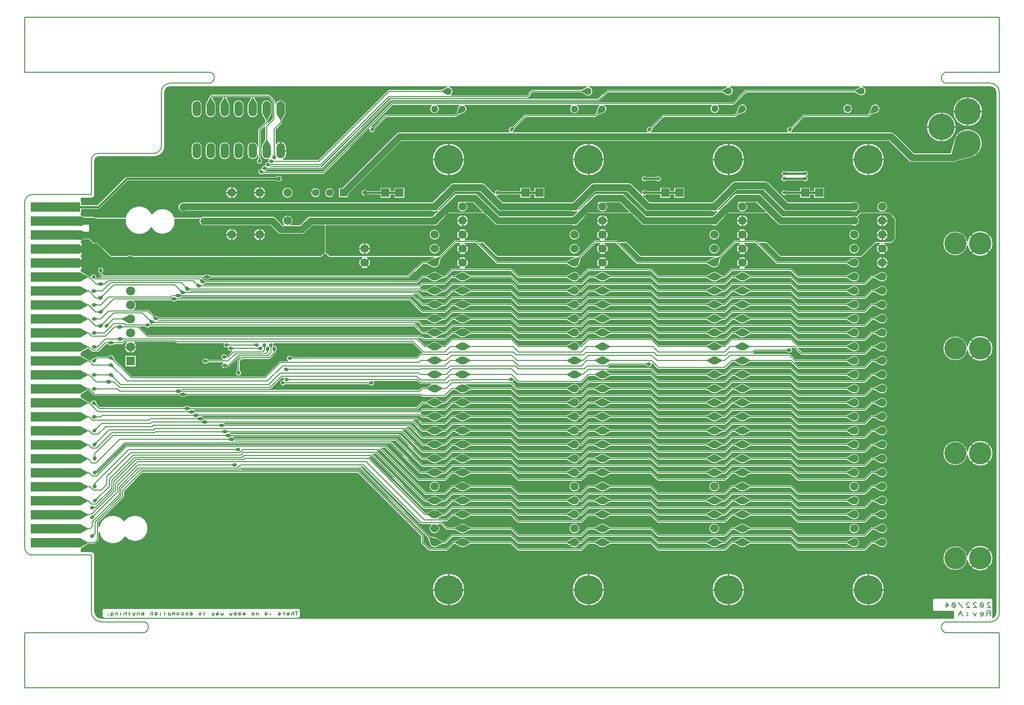
<source format=gbr>
G04 DesignSpark PCB PRO Gerber Version 10.0 Build 5299*
G04 #@! TF.Part,CustomerPanel*
G04 #@! TF.FileFunction,Copper,L2,Bot*
G04 #@! TF.FilePolarity,Positive*
%FSLAX35Y35*%
%MOIN*%
G04 #@! TA.AperFunction,ComponentPad*
%ADD168O,0.06000X0.11000*%
%ADD172R,0.05315X0.05315*%
%ADD165R,0.06000X0.06000*%
%ADD17R,0.06496X0.06496*%
G04 #@! TD.AperFunction*
%ADD10C,0.00500*%
%ADD11C,0.00602*%
%ADD12C,0.01000*%
%ADD13C,0.01500*%
%ADD16C,0.02500*%
G04 #@! TA.AperFunction,ViaPad*
%ADD14C,0.02677*%
%ADD15C,0.03200*%
%ADD151C,0.04800*%
G04 #@! TD.AperFunction*
%ADD150C,0.05000*%
G04 #@! TA.AperFunction,ComponentPad*
%ADD166C,0.05118*%
%ADD173C,0.05315*%
G04 #@! TA.AperFunction,ViaPad*
%ADD152C,0.05600*%
G04 #@! TA.AperFunction,SMDPad,CuDef*
%ADD154R,0.35433X0.06693*%
G04 #@! TA.AperFunction,ComponentPad*
%ADD19C,0.05906*%
%ADD171C,0.06000*%
%ADD170C,0.06102*%
%ADD18C,0.06496*%
%ADD174C,0.15886*%
%ADD169C,0.18898*%
%ADD157C,0.20669*%
G04 #@! TD.AperFunction*
X0Y0D02*
D02*
D10*
X372141Y430030D02*
X174128D01*
G75*
G03*
X170347Y426248I0J-3781D01*
G01*
Y387498D01*
G75*
G02*
X162878Y380030I-7469J0D01*
G01*
X122878D01*
G75*
G03*
X120347Y377498I0J-2531D01*
G01*
Y352813D01*
G75*
G02*
X117878Y350344I-2469J0D01*
G01*
X110654D01*
Y348193D01*
X110857D01*
Y345596D01*
X122273D01*
X142018Y365342D01*
G75*
G02*
X143153Y365813I1135J-1131D01*
G01*
X249774D01*
X250678Y366335D01*
G75*
G02*
X250702Y366348I773J-1341D01*
G01*
G75*
G02*
X251904Y366663I1202J-2138D01*
G01*
G75*
G02*
Y361758I0J-2452D01*
G01*
G75*
G02*
X250702Y362073I0J2452D01*
G01*
G75*
G02*
X250678Y362087I748J1354D01*
G01*
X249774Y362608D01*
X143817D01*
X124072Y342863D01*
G75*
G02*
X122937Y342392I-1135J1131D01*
G01*
X110857D01*
Y339795D01*
X110654D01*
Y338193D01*
X110857D01*
Y338083D01*
G75*
G02*
X111680Y337744I-853J-3242D01*
G01*
X112369Y337346D01*
X119128D01*
G75*
G02*
X121282Y336563I0J-3352D01*
G01*
X142068D01*
G75*
G02*
X142227Y336552I1J-1102D01*
G01*
G75*
G02*
X161212Y338974I9903J-2006D01*
G01*
G75*
G02*
X177342Y336528I7454J-5256D01*
G01*
G75*
G02*
X177618Y336563I276J-1068D01*
G01*
X195100D01*
G75*
G02*
X195715Y336376I0J-1102D01*
G01*
G75*
G02*
X198153Y337428I2439J-2300D01*
G01*
X247143D01*
G75*
G02*
X249516Y336443I0J-3352D01*
G01*
X254646Y331313D01*
X255510D01*
G75*
G02*
X258077Y338157I2567J2941D01*
G01*
G75*
G02*
X260644Y331313I0J-3904D01*
G01*
X266907D01*
X272037Y336443D01*
G75*
G02*
X274410Y337428I2373J-2368D01*
G01*
X361122D01*
G75*
G02*
X362056Y337854I2031J-3217D01*
G01*
X365213Y341011D01*
G75*
G02*
X361353Y340858I-2059J3199D01*
G01*
X184784D01*
G75*
G02*
X180783Y346158I-1630J2929D01*
G01*
X181204Y346578D01*
G75*
G02*
X183577Y347563I2373J-2368D01*
G01*
X361353D01*
G75*
G02*
X362056Y347854I1800J-3351D01*
G01*
X374533Y360331D01*
G75*
G02*
X376904Y361313I2370J-2370D01*
G01*
X396904D01*
G75*
G02*
X399277Y360328I0J-3352D01*
G01*
X406069Y353536D01*
G75*
G02*
X409648Y355813I2085J674D01*
G01*
X424343D01*
Y358063D01*
X432048D01*
Y355813D01*
X434343D01*
Y358063D01*
X442048D01*
Y350358D01*
X434343D01*
Y352608D01*
X432048D01*
Y350358D01*
X424343D01*
Y352608D01*
X409648D01*
G75*
G02*
X407480Y352126I-1494J1602D01*
G01*
X412043Y347563D01*
X461395D01*
G75*
G02*
X462026Y347822I1758J-3376D01*
G01*
X474531Y360328D01*
G75*
G02*
X476905Y361313I2373J-2368D01*
G01*
X501904D01*
G75*
G02*
X504277Y360328I0J-3352D01*
G01*
X511069Y353536D01*
G75*
G02*
X514648Y355813I2085J674D01*
G01*
X524302D01*
Y358063D01*
X532006D01*
Y355813D01*
X534302D01*
Y358063D01*
X542006D01*
Y350358D01*
X534302D01*
Y352608D01*
X532006D01*
Y350358D01*
X524302D01*
Y352608D01*
X514648D01*
G75*
G02*
X512480Y352126I-1494J1602D01*
G01*
X517043Y347563D01*
X561397D01*
G75*
G02*
X562023Y347821I1757J-3376D01*
G01*
X575781Y361578D01*
G75*
G02*
X578154Y362563I2373J-2368D01*
G01*
X599404D01*
G75*
G02*
X601777Y361578I0J-3352D01*
G01*
X615793Y347563D01*
X661397D01*
G75*
G02*
X666959Y344188I1757J-3375D01*
G01*
G75*
G02*
X661312Y340858I-3806J0D01*
G01*
X614404D01*
G75*
G02*
X612031Y341843I0J3352D01*
G01*
X598015Y355858D01*
X579543D01*
X566807Y343123D01*
G75*
G02*
X566394Y342191I-3653J1064D01*
G01*
X577031Y352828D01*
G75*
G02*
X579404Y353813I2373J-2368D01*
G01*
X594404D01*
G75*
G02*
X596777Y352828I0J-3352D01*
G01*
X612043Y337563D01*
X661397D01*
G75*
G02*
X664946Y337544I1757J-3376D01*
G01*
G75*
G02*
X665055Y337671I887J-652D01*
G01*
X667374Y339990D01*
G75*
G02*
X668154Y340313I780J-780D01*
G01*
X688154D01*
G75*
G02*
X688933Y339990I0J-1102D01*
G01*
X692683Y336240D01*
G75*
G02*
X693006Y335459I-780J-780D01*
G01*
Y321712D01*
G75*
G02*
X692683Y320931I-1102J-1D01*
G01*
X690183Y318431D01*
G75*
G02*
X689404Y318108I-780J780D01*
G01*
X684669D01*
G75*
G02*
X683154Y309985I-1514J-3920D01*
G01*
G75*
G02*
X681640Y318108I0J4203D01*
G01*
X678611D01*
X668933Y308431D01*
G75*
G02*
X668154Y308108I-780J780D01*
G01*
X610654D01*
G75*
G02*
X609874Y308431I0J1102D01*
G01*
X600197Y318108D01*
X595865D01*
X608632Y305341D01*
X657543D01*
X661223Y307467D01*
G75*
G02*
X666959Y304188I1931J-3279D01*
G01*
G75*
G02*
X661223Y300909I-3806J0D01*
G01*
X657543Y303034D01*
X608154D01*
G75*
G02*
X607337Y303374I0J1154D01*
G01*
X592653Y318057D01*
X584795D01*
G75*
G02*
X583154Y309985I-1641J-3869D01*
G01*
G75*
G02*
X581514Y318057I0J4203D01*
G01*
X578632D01*
X567928Y307354D01*
X566833Y303214D01*
G75*
G02*
X566829Y303200I-1206J312D01*
G01*
G75*
G02*
X563154Y300383I-3675J988D01*
G01*
X563154D01*
G75*
G02*
X561206Y300920I0J3804D01*
G01*
X557539Y303057D01*
X508154D01*
G75*
G02*
X507337Y303396I0J1154D01*
G01*
X492676Y318057D01*
X484795D01*
G75*
G02*
X483153Y309985I-1642J-3869D01*
G01*
G75*
G02*
X481511Y318057I0J4203D01*
G01*
X478632D01*
X467928Y307353D01*
X466842Y303254D01*
G75*
G02*
X463153Y300383I-3689J935D01*
G01*
X463153D01*
G75*
G02*
X461222Y300909I0J3804D01*
G01*
X457541Y303035D01*
X408154D01*
G75*
G02*
X407337Y303374I0J1154D01*
G01*
X392654Y318057D01*
X384846D01*
G75*
G02*
X383153Y310008I-1693J-3846D01*
G01*
G75*
G02*
X381460Y318057I0J4203D01*
G01*
X378632D01*
X367938Y307364D01*
X366828Y303225D01*
G75*
G02*
X366825Y303211I-1206J312D01*
G01*
G75*
G02*
X363153Y300406I-3672J1000D01*
G01*
X363153D01*
G75*
G02*
X361222Y300932I0J3804D01*
G01*
X357541Y303057D01*
X355079D01*
X345221Y293200D01*
G75*
G02*
X344404Y292860I-817J814D01*
G01*
X202954D01*
X201665Y292116D01*
G75*
G02*
X201646Y292106I-594J1034D01*
G01*
G75*
G02*
X200569Y291823I-1077J1909D01*
G01*
G75*
G02*
X199493Y292106I2J2198D01*
G01*
G75*
G02*
X199474Y292116I157J302D01*
G01*
X198185Y292860D01*
X196928D01*
X197767Y292635D01*
G75*
G02*
X197783Y292631I-305J-1099D01*
G01*
G75*
G02*
X198276Y292428I-585J-2118D01*
G01*
G75*
G02*
X198295Y292417I-157J-302D01*
G01*
X199584Y291673D01*
X350176D01*
X353528Y295025D01*
G75*
G02*
X354345Y295364I817J-814D01*
G01*
X357541D01*
X361222Y297489D01*
G75*
G02*
X363152Y298016I1930J-3277D01*
G01*
X363153D01*
G75*
G02*
X365073Y297496I0J-3807D01*
G01*
X368765Y295364D01*
X370176D01*
X374837Y300025D01*
G75*
G02*
X375654Y300364I817J-814D01*
G01*
X381460D01*
G75*
G02*
X383153Y308413I1693J3846D01*
G01*
G75*
G02*
X384846Y300364I0J-4203D01*
G01*
X418154D01*
G75*
G02*
X418971Y300025I0J-1154D01*
G01*
X423632Y295364D01*
X457543D01*
X461250Y297483D01*
G75*
G02*
X466779Y295342I1903J-3295D01*
G01*
X467654D01*
X472337Y300025D01*
G75*
G02*
X473154Y300364I817J-814D01*
G01*
X481409D01*
G75*
G02*
X483153Y308391I1744J3824D01*
G01*
G75*
G02*
X484897Y300364I0J-4203D01*
G01*
X518154D01*
G75*
G02*
X518971Y300025I0J-1154D01*
G01*
X523632Y295364D01*
X557544D01*
X561252Y297483D01*
G75*
G02*
X563154Y297993I1902J-3291D01*
G01*
X563154D01*
G75*
G02*
X565074Y297473I0J-3807D01*
G01*
X568766Y295341D01*
X570176D01*
X574860Y300025D01*
G75*
G02*
X575677Y300364I817J-814D01*
G01*
X581410D01*
G75*
G02*
X583154Y308391I1744J3824D01*
G01*
G75*
G02*
X584899Y300364I0J-4203D01*
G01*
X618154D01*
G75*
G02*
X618971Y300025I0J-1154D01*
G01*
X623632Y295364D01*
X657544D01*
X661252Y297483D01*
G75*
G02*
X666959Y294188I1902J-3295D01*
G01*
G75*
G02*
X661206Y290920I-3805J0D01*
G01*
X657539Y293057D01*
X623154D01*
G75*
G02*
X622337Y293396I0J1154D01*
G01*
X617676Y298057D01*
X576155D01*
X571471Y293374D01*
G75*
G02*
X570654Y293034I-817J814D01*
G01*
X568766D01*
X565074Y290902D01*
G75*
G02*
X563154Y290383I-1920J3286D01*
G01*
X563154D01*
G75*
G02*
X561206Y290920I0J3804D01*
G01*
X557539Y293057D01*
X523154D01*
G75*
G02*
X522337Y293396I0J1154D01*
G01*
X517676Y298057D01*
X473632D01*
X468948Y293374D01*
G75*
G02*
X468131Y293035I-817J814D01*
G01*
X466779D01*
G75*
G02*
X461257Y290889I-3626J1154D01*
G01*
G75*
G02*
X461237Y290901I535J963D01*
G01*
X457538Y293057D01*
X423154D01*
G75*
G02*
X422337Y293396I0J1154D01*
G01*
X417676Y298057D01*
X376132D01*
X371471Y293396D01*
G75*
G02*
X370654Y293057I-817J814D01*
G01*
X368765D01*
X365073Y290925D01*
G75*
G02*
X363153Y290406I-1920J3286D01*
G01*
X363153D01*
G75*
G02*
X361222Y290932I0J3804D01*
G01*
X357541Y293057D01*
X354823D01*
X351471Y289705D01*
G75*
G02*
X350654Y289366I-817J814D01*
G01*
X199584D01*
X198392Y288678D01*
X352239D01*
X353587Y290025D01*
G75*
G02*
X354404Y290364I817J-814D01*
G01*
X369741D01*
X374402Y295025D01*
G75*
G02*
X375219Y295364I817J-814D01*
G01*
X377541D01*
X381222Y297489D01*
G75*
G02*
X383152Y298016I1930J-3277D01*
G01*
G75*
G02*
X385091Y297485I0J-3807D01*
G01*
G75*
G02*
X385100Y297480I-507J-880D01*
G01*
X388773Y295292D01*
X418093D01*
G75*
G02*
X418910Y294953I0J-1154D01*
G01*
X423499Y290364D01*
X467794D01*
X472433Y295002D01*
G75*
G02*
X473250Y295342I817J-814D01*
G01*
X477541D01*
X481222Y297467D01*
G75*
G02*
X483152Y297993I1930J-3277D01*
G01*
X483153D01*
G75*
G02*
X485073Y297474I0J-3807D01*
G01*
X488765Y295342D01*
X518176D01*
G75*
G02*
X518993Y295002I0J-1154D01*
G01*
X523632Y290364D01*
X570176D01*
X574837Y295025D01*
G75*
G02*
X575654Y295364I817J-814D01*
G01*
X577544D01*
X581252Y297483D01*
G75*
G02*
X583154Y297993I1902J-3291D01*
G01*
X583154D01*
G75*
G02*
X585074Y297473I0J-3807D01*
G01*
X588766Y295341D01*
X618177D01*
G75*
G02*
X618994Y295002I0J-1154D01*
G01*
X623632Y290364D01*
X670176D01*
X674837Y295025D01*
G75*
G02*
X675654Y295364I817J-814D01*
G01*
X677544D01*
X681252Y297483D01*
G75*
G02*
X686959Y294188I1902J-3295D01*
G01*
G75*
G02*
X681206Y290920I-3805J0D01*
G01*
X677539Y293057D01*
X676132D01*
X671471Y288396D01*
G75*
G02*
X670654Y288057I-817J814D01*
G01*
X623154D01*
G75*
G02*
X622337Y288396I0J1154D01*
G01*
X617699Y293034D01*
X588766D01*
X585074Y290902D01*
G75*
G02*
X583154Y290383I-1920J3286D01*
G01*
X583154D01*
G75*
G02*
X581206Y290920I0J3804D01*
G01*
X577539Y293057D01*
X576132D01*
X571471Y288396D01*
G75*
G02*
X570654Y288057I-817J814D01*
G01*
X523154D01*
G75*
G02*
X522337Y288396I0J1154D01*
G01*
X517698Y293035D01*
X488765D01*
X485073Y290903D01*
G75*
G02*
X483153Y290383I-1920J3286D01*
G01*
X483153D01*
G75*
G02*
X481222Y290909I0J3804D01*
G01*
X477541Y293035D01*
X473728D01*
X469089Y288396D01*
G75*
G02*
X468272Y288057I-817J814D01*
G01*
X423021D01*
G75*
G02*
X422204Y288396I0J1154D01*
G01*
X417615Y292985D01*
X388756D01*
X385042Y290907D01*
G75*
G02*
X383153Y290406I-1889J3304D01*
G01*
X383153D01*
G75*
G02*
X381222Y290932I0J3804D01*
G01*
X377541Y293057D01*
X375697D01*
X371036Y288396D01*
G75*
G02*
X370219Y288057I-817J814D01*
G01*
X354882D01*
X353534Y286710D01*
G75*
G02*
X353086Y286431I-817J815D01*
G01*
X353154D01*
G75*
G02*
X353971Y286092I0J-1154D01*
G01*
X354699Y285364D01*
X357541D01*
X361222Y287489D01*
G75*
G02*
X363152Y288016I1930J-3277D01*
G01*
X363153D01*
G75*
G02*
X365073Y287496I0J-3807D01*
G01*
X368765Y285364D01*
X370112D01*
X374773Y290025D01*
G75*
G02*
X375590Y290364I817J-814D01*
G01*
X418577D01*
G75*
G02*
X419394Y290025I0J-1154D01*
G01*
X424055Y285364D01*
X457543D01*
X461250Y287483D01*
G75*
G02*
X466779Y285342I1903J-3295D01*
G01*
X467654D01*
X472337Y290025D01*
G75*
G02*
X473154Y290364I817J-814D01*
G01*
X518154D01*
G75*
G02*
X518971Y290025I0J-1154D01*
G01*
X523632Y285364D01*
X557544D01*
X561252Y287483D01*
G75*
G02*
X563154Y287993I1902J-3291D01*
G01*
X563154D01*
G75*
G02*
X565074Y287473I0J-3807D01*
G01*
X568766Y285341D01*
X570176D01*
X574860Y290025D01*
G75*
G02*
X575677Y290364I817J-814D01*
G01*
X618154D01*
G75*
G02*
X618971Y290025I0J-1154D01*
G01*
X623632Y285364D01*
X657544D01*
X661252Y287483D01*
G75*
G02*
X666959Y284188I1902J-3295D01*
G01*
G75*
G02*
X661206Y280920I-3805J0D01*
G01*
X657539Y283057D01*
X623154D01*
G75*
G02*
X622337Y283396I0J1154D01*
G01*
X617676Y288057D01*
X576155D01*
X571471Y283374D01*
G75*
G02*
X570654Y283034I-817J814D01*
G01*
X568766D01*
X565074Y280902D01*
G75*
G02*
X563154Y280383I-1920J3286D01*
G01*
X563154D01*
G75*
G02*
X561206Y280920I0J3804D01*
G01*
X557539Y283057D01*
X523154D01*
G75*
G02*
X522337Y283396I0J1154D01*
G01*
X517676Y288057D01*
X473632D01*
X468948Y283374D01*
G75*
G02*
X468131Y283035I-817J814D01*
G01*
X466779D01*
G75*
G02*
X461257Y280889I-3626J1154D01*
G01*
G75*
G02*
X461237Y280901I535J963D01*
G01*
X457538Y283057D01*
X423577D01*
G75*
G02*
X422760Y283396I0J1154D01*
G01*
X418099Y288057D01*
X376068D01*
X371407Y283396D01*
G75*
G02*
X370590Y283057I-817J814D01*
G01*
X368765D01*
X365073Y280925D01*
G75*
G02*
X363153Y280406I-1920J3286D01*
G01*
X363153D01*
G75*
G02*
X361222Y280932I0J3804D01*
G01*
X357541Y283057D01*
X354221D01*
G75*
G02*
X353404Y283396I0J1154D01*
G01*
X352676Y284124D01*
X188687D01*
X188576Y284060D01*
X350654D01*
G75*
G02*
X351471Y283720I0J-1154D01*
G01*
X354828Y280364D01*
X370176D01*
X374837Y285025D01*
G75*
G02*
X375654Y285364I817J-814D01*
G01*
X377541D01*
X381233Y287496D01*
G75*
G02*
X383153Y288016I1920J-3286D01*
G01*
X383154D01*
G75*
G02*
X385084Y287489I0J-3804D01*
G01*
X388765Y285364D01*
X418154D01*
G75*
G02*
X418971Y285025I0J-1154D01*
G01*
X423632Y280364D01*
X468044D01*
X472682Y285002D01*
G75*
G02*
X473499Y285342I817J-814D01*
G01*
X477541D01*
X481222Y287467D01*
G75*
G02*
X483152Y287993I1930J-3277D01*
G01*
X483153D01*
G75*
G02*
X485073Y287474I0J-3807D01*
G01*
X488765Y285342D01*
X518176D01*
G75*
G02*
X518993Y285002I0J-1154D01*
G01*
X523632Y280364D01*
X570176D01*
X574837Y285025D01*
G75*
G02*
X575654Y285364I817J-814D01*
G01*
X577544D01*
X581252Y287483D01*
G75*
G02*
X583154Y287993I1902J-3291D01*
G01*
X583154D01*
G75*
G02*
X585074Y287473I0J-3807D01*
G01*
X588766Y285341D01*
X618177D01*
G75*
G02*
X618994Y285002I0J-1154D01*
G01*
X623632Y280364D01*
X670176D01*
X674837Y285025D01*
G75*
G02*
X675654Y285364I817J-814D01*
G01*
X677544D01*
X681252Y287483D01*
G75*
G02*
X686959Y284188I1902J-3295D01*
G01*
G75*
G02*
X681206Y280920I-3805J0D01*
G01*
X677539Y283057D01*
X676132D01*
X671471Y278396D01*
G75*
G02*
X670654Y278057I-817J814D01*
G01*
X623154D01*
G75*
G02*
X622337Y278396I0J1154D01*
G01*
X617699Y283034D01*
X588766D01*
X585074Y280902D01*
G75*
G02*
X583154Y280383I-1920J3286D01*
G01*
X583154D01*
G75*
G02*
X581206Y280920I0J3804D01*
G01*
X577539Y283057D01*
X576132D01*
X571471Y278396D01*
G75*
G02*
X570654Y278057I-817J814D01*
G01*
X523154D01*
G75*
G02*
X522337Y278396I0J1154D01*
G01*
X517698Y283035D01*
X488765D01*
X485073Y280903D01*
G75*
G02*
X483153Y280383I-1920J3286D01*
G01*
X483153D01*
G75*
G02*
X481222Y280909I0J3804D01*
G01*
X477541Y283035D01*
X473977D01*
X469339Y278396D01*
G75*
G02*
X468522Y278057I-817J814D01*
G01*
X423154D01*
G75*
G02*
X422337Y278396I0J1154D01*
G01*
X417676Y283057D01*
X388765D01*
X385084Y280932D01*
G75*
G02*
X383154Y280406I-1930J3277D01*
G01*
X383154D01*
G75*
G02*
X381233Y280925I0J3807D01*
G01*
X377541Y283057D01*
X376132D01*
X371471Y278396D01*
G75*
G02*
X370654Y278057I-817J814D01*
G01*
X354350D01*
G75*
G02*
X353533Y278396I0J1154D01*
G01*
X350176Y281753D01*
X348523D01*
G75*
G02*
X348971Y281474I-369J-1093D01*
G01*
X355081Y275364D01*
X357541D01*
X361222Y277489D01*
G75*
G02*
X363152Y278016I1930J-3277D01*
G01*
X363153D01*
G75*
G02*
X365073Y277496I0J-3807D01*
G01*
X368765Y275364D01*
X370176D01*
X374837Y280025D01*
G75*
G02*
X375654Y280364I817J-814D01*
G01*
X418131D01*
G75*
G02*
X418948Y280025I0J-1154D01*
G01*
X423632Y275342D01*
X457541D01*
X461222Y277467D01*
G75*
G02*
X466779Y275342I1931J-3279D01*
G01*
X467654D01*
X472337Y280025D01*
G75*
G02*
X473154Y280364I817J-814D01*
G01*
X518154D01*
G75*
G02*
X518971Y280025I0J-1154D01*
G01*
X523632Y275364D01*
X557544D01*
X561252Y277483D01*
G75*
G02*
X563154Y277993I1902J-3291D01*
G01*
X563154D01*
G75*
G02*
X565074Y277473I0J-3807D01*
G01*
X568766Y275341D01*
X570176D01*
X574860Y280025D01*
G75*
G02*
X575677Y280364I817J-814D01*
G01*
X618154D01*
G75*
G02*
X618971Y280025I0J-1154D01*
G01*
X623632Y275364D01*
X657544D01*
X661252Y277483D01*
G75*
G02*
X666959Y274188I1902J-3295D01*
G01*
G75*
G02*
X661206Y270920I-3805J0D01*
G01*
X657539Y273057D01*
X623154D01*
G75*
G02*
X622337Y273396I0J1154D01*
G01*
X617676Y278057D01*
X576155D01*
X571471Y273374D01*
G75*
G02*
X570654Y273034I-817J814D01*
G01*
X568766D01*
X565074Y270902D01*
G75*
G02*
X563154Y270383I-1920J3286D01*
G01*
X563154D01*
G75*
G02*
X561206Y270920I0J3804D01*
G01*
X557539Y273057D01*
X523154D01*
G75*
G02*
X522337Y273396I0J1154D01*
G01*
X517676Y278057D01*
X473632D01*
X468948Y273374D01*
G75*
G02*
X468131Y273035I-817J814D01*
G01*
X466779D01*
G75*
G02*
X461222Y270909I-3626J1154D01*
G01*
X457541Y273035D01*
X423154D01*
G75*
G02*
X422337Y273374I0J1154D01*
G01*
X417654Y278057D01*
X376132D01*
X371471Y273396D01*
G75*
G02*
X370654Y273057I-817J814D01*
G01*
X368765D01*
X365073Y270925D01*
G75*
G02*
X363153Y270406I-1920J3286D01*
G01*
X363153D01*
G75*
G02*
X361222Y270932I0J3804D01*
G01*
X357541Y273057D01*
X354603D01*
G75*
G02*
X353786Y273396I0J1154D01*
G01*
X347676Y279506D01*
X182388D01*
X182277Y279442D01*
X345293D01*
G75*
G02*
X346110Y279103I0J-1154D01*
G01*
X354882Y270331D01*
X370143D01*
X374837Y275025D01*
G75*
G02*
X375654Y275364I817J-814D01*
G01*
X377541D01*
X381222Y277489D01*
G75*
G02*
X383152Y278016I1930J-3277D01*
G01*
X383153D01*
G75*
G02*
X385073Y277496I0J-3807D01*
G01*
X388765Y275364D01*
X418154D01*
G75*
G02*
X418971Y275025I0J-1154D01*
G01*
X423632Y270364D01*
X467676D01*
X472315Y275002D01*
G75*
G02*
X473131Y275342I817J-814D01*
G01*
X477541D01*
X481222Y277467D01*
G75*
G02*
X483152Y277993I1930J-3277D01*
G01*
X483153D01*
G75*
G02*
X485073Y277474I0J-3807D01*
G01*
X488765Y275342D01*
X518176D01*
G75*
G02*
X518993Y275002I0J-1154D01*
G01*
X523632Y270364D01*
X570176D01*
X574837Y275025D01*
G75*
G02*
X575654Y275364I817J-814D01*
G01*
X577544D01*
X581252Y277483D01*
G75*
G02*
X583154Y277993I1902J-3291D01*
G01*
X583154D01*
G75*
G02*
X585074Y277473I0J-3807D01*
G01*
X588766Y275341D01*
X618177D01*
G75*
G02*
X618994Y275002I0J-1154D01*
G01*
X623632Y270364D01*
X670176D01*
X674837Y275025D01*
G75*
G02*
X675654Y275364I817J-814D01*
G01*
X677544D01*
X681252Y277483D01*
G75*
G02*
X686959Y274188I1902J-3295D01*
G01*
G75*
G02*
X681206Y270920I-3805J0D01*
G01*
X677539Y273057D01*
X676132D01*
X671471Y268396D01*
G75*
G02*
X670654Y268057I-817J814D01*
G01*
X623154D01*
G75*
G02*
X622337Y268396I0J1154D01*
G01*
X617699Y273034D01*
X588766D01*
X585074Y270902D01*
G75*
G02*
X583154Y270383I-1920J3286D01*
G01*
X583154D01*
G75*
G02*
X581206Y270920I0J3804D01*
G01*
X577539Y273057D01*
X576132D01*
X571471Y268396D01*
G75*
G02*
X570654Y268057I-817J814D01*
G01*
X523154D01*
G75*
G02*
X522337Y268396I0J1154D01*
G01*
X517698Y273035D01*
X488765D01*
X485073Y270903D01*
G75*
G02*
X483153Y270383I-1920J3286D01*
G01*
X483153D01*
G75*
G02*
X481222Y270909I0J3804D01*
G01*
X477541Y273035D01*
X473609D01*
X468971Y268396D01*
G75*
G02*
X468154Y268057I-817J814D01*
G01*
X423154D01*
G75*
G02*
X422337Y268396I0J1154D01*
G01*
X417676Y273057D01*
X388765D01*
X385073Y270925D01*
G75*
G02*
X383153Y270406I-1920J3286D01*
G01*
X383153D01*
G75*
G02*
X381222Y270932I0J3804D01*
G01*
X377541Y273057D01*
X376132D01*
X371438Y268364D01*
G75*
G02*
X370621Y268024I-817J814D01*
G01*
X354404D01*
G75*
G02*
X353587Y268364I0J1154D01*
G01*
X344815Y277135D01*
X179238D01*
X177949Y276391D01*
G75*
G02*
X177930Y276380I-594J1034D01*
G01*
G75*
G02*
X176854Y276098I-1077J1909D01*
G01*
G75*
G02*
X175778Y276380I2J2198D01*
G01*
G75*
G02*
X175759Y276391I157J302D01*
G01*
X174470Y277135D01*
X148371D01*
G75*
G02*
X148670Y270831I-2465J-3276D01*
G01*
X158286D01*
G75*
G02*
X159103Y270491I0J-1154D01*
G01*
X162883Y266712D01*
X164293Y266334D01*
G75*
G02*
X164824Y266121I-541J-2124D01*
G01*
G75*
G02*
X164848Y266108I-546J-1003D01*
G01*
X166137Y265364D01*
X357541D01*
X361233Y267496D01*
G75*
G02*
X363153Y268016I1920J-3286D01*
G01*
X363154D01*
G75*
G02*
X365084Y267489I0J-3804D01*
G01*
X368765Y265364D01*
X370176D01*
X374837Y270025D01*
G75*
G02*
X375654Y270364I817J-814D01*
G01*
X418154D01*
G75*
G02*
X418971Y270025I0J-1154D01*
G01*
X423632Y265364D01*
X457543D01*
X461250Y267483D01*
G75*
G02*
X466779Y265342I1903J-3295D01*
G01*
X467654D01*
X472337Y270025D01*
G75*
G02*
X473154Y270364I817J-814D01*
G01*
X518154D01*
G75*
G02*
X518971Y270025I0J-1154D01*
G01*
X523632Y265364D01*
X557544D01*
X561252Y267483D01*
G75*
G02*
X563154Y267993I1902J-3291D01*
G01*
X563154D01*
G75*
G02*
X565074Y267473I0J-3807D01*
G01*
X568766Y265341D01*
X570176D01*
X574860Y270025D01*
G75*
G02*
X575677Y270364I817J-814D01*
G01*
X618154D01*
G75*
G02*
X618971Y270025I0J-1154D01*
G01*
X623632Y265364D01*
X657544D01*
X661252Y267483D01*
G75*
G02*
X666959Y264188I1902J-3295D01*
G01*
G75*
G02*
X661206Y260920I-3805J0D01*
G01*
X657539Y263057D01*
X623154D01*
G75*
G02*
X622337Y263396I0J1154D01*
G01*
X617676Y268057D01*
X576155D01*
X571471Y263374D01*
G75*
G02*
X570654Y263034I-817J814D01*
G01*
X568766D01*
X565074Y260902D01*
G75*
G02*
X563154Y260383I-1920J3286D01*
G01*
X563154D01*
G75*
G02*
X561206Y260920I0J3804D01*
G01*
X557539Y263057D01*
X523154D01*
G75*
G02*
X522337Y263396I0J1154D01*
G01*
X517676Y268057D01*
X473632D01*
X468948Y263374D01*
G75*
G02*
X468131Y263035I-817J814D01*
G01*
X466779D01*
G75*
G02*
X461257Y260889I-3626J1154D01*
G01*
G75*
G02*
X461237Y260901I535J963D01*
G01*
X457538Y263057D01*
X423154D01*
G75*
G02*
X422337Y263396I0J1154D01*
G01*
X417676Y268057D01*
X376132D01*
X371471Y263396D01*
G75*
G02*
X370654Y263057I-817J814D01*
G01*
X368765D01*
X365084Y260932D01*
G75*
G02*
X363154Y260406I-1930J3277D01*
G01*
X363154D01*
G75*
G02*
X361233Y260925I0J3807D01*
G01*
X357541Y263057D01*
X166137D01*
X165982Y262968D01*
X351904D01*
G75*
G02*
X352721Y262629I0J-1154D01*
G01*
X355003Y260347D01*
X370176D01*
X374854Y265025D01*
G75*
G02*
X375671Y265364I817J-814D01*
G01*
X377541D01*
X381222Y267489D01*
G75*
G02*
X383152Y268016I1930J-3277D01*
G01*
X383153D01*
G75*
G02*
X385073Y267496I0J-3807D01*
G01*
X388765Y265364D01*
X418007D01*
G75*
G02*
X418824Y265025I0J-1154D01*
G01*
X423485Y260364D01*
X467676D01*
X472337Y265025D01*
G75*
G02*
X473154Y265364I817J-814D01*
G01*
X477543D01*
X481250Y267483D01*
G75*
G02*
X483152Y267993I1902J-3291D01*
G01*
X483153D01*
G75*
G02*
X485073Y267474I0J-3807D01*
G01*
X488765Y265342D01*
X518176D01*
G75*
G02*
X518993Y265002I0J-1154D01*
G01*
X523632Y260364D01*
X570176D01*
X574837Y265025D01*
G75*
G02*
X575654Y265364I817J-814D01*
G01*
X577544D01*
X581252Y267483D01*
G75*
G02*
X583154Y267993I1902J-3291D01*
G01*
X583154D01*
G75*
G02*
X585074Y267473I0J-3807D01*
G01*
X588766Y265341D01*
X618177D01*
G75*
G02*
X618994Y265002I0J-1154D01*
G01*
X623632Y260364D01*
X670176D01*
X674837Y265025D01*
G75*
G02*
X675654Y265364I817J-814D01*
G01*
X677544D01*
X681252Y267483D01*
G75*
G02*
X686959Y264188I1902J-3295D01*
G01*
G75*
G02*
X681206Y260920I-3805J0D01*
G01*
X677539Y263057D01*
X676132D01*
X671471Y258396D01*
G75*
G02*
X670654Y258057I-817J814D01*
G01*
X623154D01*
G75*
G02*
X622337Y258396I0J1154D01*
G01*
X617699Y263034D01*
X588766D01*
X585074Y260902D01*
G75*
G02*
X583154Y260383I-1920J3286D01*
G01*
X583154D01*
G75*
G02*
X581206Y260920I0J3804D01*
G01*
X577539Y263057D01*
X576132D01*
X571471Y258396D01*
G75*
G02*
X570654Y258057I-817J814D01*
G01*
X523154D01*
G75*
G02*
X522337Y258396I0J1154D01*
G01*
X517698Y263035D01*
X488765D01*
X485073Y260903D01*
G75*
G02*
X481257Y260889I-1920J3285D01*
G01*
G75*
G02*
X481237Y260901I113J222D01*
G01*
X477538Y263057D01*
X473632D01*
X468971Y258396D01*
G75*
G02*
X468154Y258057I-817J814D01*
G01*
X423007D01*
G75*
G02*
X422190Y258396I0J1154D01*
G01*
X417529Y263057D01*
X388765D01*
X385073Y260925D01*
G75*
G02*
X383153Y260406I-1920J3286D01*
G01*
X383153D01*
G75*
G02*
X381222Y260932I0J3804D01*
G01*
X377541Y263057D01*
X376149D01*
X371471Y258380D01*
G75*
G02*
X370654Y258040I-817J814D01*
G01*
X354525D01*
G75*
G02*
X353708Y258380I0J1154D01*
G01*
X351426Y260661D01*
X349415D01*
G75*
G02*
X349863Y260382I-369J-1093D01*
G01*
X354882Y255364D01*
X357541D01*
X361222Y257489D01*
G75*
G02*
X363152Y258016I1930J-3277D01*
G01*
X363153D01*
G75*
G02*
X365073Y257496I0J-3807D01*
G01*
X368765Y255364D01*
X370176D01*
X374837Y260025D01*
G75*
G02*
X375654Y260364I817J-814D01*
G01*
X418154D01*
G75*
G02*
X418971Y260025I0J-1154D01*
G01*
X423654Y255342D01*
X457541D01*
X461222Y257467D01*
G75*
G02*
X466779Y255342I1931J-3279D01*
G01*
X467654D01*
X472337Y260025D01*
G75*
G02*
X473154Y260364I817J-814D01*
G01*
X518154D01*
G75*
G02*
X518971Y260025I0J-1154D01*
G01*
X523632Y255364D01*
X557544D01*
X561252Y257483D01*
G75*
G02*
X563154Y257993I1902J-3291D01*
G01*
X563154D01*
G75*
G02*
X565074Y257473I0J-3807D01*
G01*
X568766Y255341D01*
X570176D01*
X574860Y260025D01*
G75*
G02*
X575677Y260364I817J-814D01*
G01*
X618154D01*
G75*
G02*
X618971Y260025I0J-1154D01*
G01*
X623632Y255364D01*
X657544D01*
X661252Y257483D01*
G75*
G02*
X666959Y254188I1902J-3295D01*
G01*
G75*
G02*
X661206Y250920I-3805J0D01*
G01*
X657539Y253057D01*
X623154D01*
G75*
G02*
X622337Y253396I0J1154D01*
G01*
X617676Y258057D01*
X576155D01*
X571471Y253374D01*
G75*
G02*
X570654Y253034I-817J814D01*
G01*
X568766D01*
X565074Y250902D01*
G75*
G02*
X563154Y250383I-1920J3286D01*
G01*
X563154D01*
G75*
G02*
X561206Y250920I0J3804D01*
G01*
X557539Y253057D01*
X523154D01*
G75*
G02*
X522337Y253396I0J1154D01*
G01*
X517676Y258057D01*
X473632D01*
X468948Y253374D01*
G75*
G02*
X468131Y253035I-817J814D01*
G01*
X466779D01*
G75*
G02*
X461222Y250909I-3626J1154D01*
G01*
X457541Y253035D01*
X423176D01*
G75*
G02*
X422359Y253374I0J1154D01*
G01*
X417676Y258057D01*
X376132D01*
X371471Y253396D01*
G75*
G02*
X370654Y253057I-817J814D01*
G01*
X368765D01*
X365073Y250925D01*
G75*
G02*
X364391Y250613I-1920J3286D01*
G01*
X370424D01*
X374837Y255025D01*
G75*
G02*
X375654Y255364I817J-814D01*
G01*
X377541D01*
X381233Y257496D01*
G75*
G02*
X383153Y258016I1920J-3286D01*
G01*
X383154D01*
G75*
G02*
X385084Y257489I0J-3804D01*
G01*
X388765Y255364D01*
X418154D01*
G75*
G02*
X418971Y255025I0J-1154D01*
G01*
X423632Y250364D01*
X467676D01*
X472315Y255002D01*
G75*
G02*
X473131Y255342I817J-814D01*
G01*
X477541D01*
X481222Y257467D01*
G75*
G02*
X483152Y257993I1930J-3277D01*
G01*
X483153D01*
G75*
G02*
X485073Y257474I0J-3807D01*
G01*
X488765Y255342D01*
X518176D01*
G75*
G02*
X518993Y255002I0J-1154D01*
G01*
X523632Y250364D01*
X570176D01*
X574837Y255025D01*
G75*
G02*
X575654Y255364I817J-814D01*
G01*
X577544D01*
X581252Y257483D01*
G75*
G02*
X583154Y257993I1902J-3291D01*
G01*
X583154D01*
G75*
G02*
X585074Y257473I0J-3807D01*
G01*
X588766Y255341D01*
X618177D01*
G75*
G02*
X618994Y255002I0J-1154D01*
G01*
X623632Y250364D01*
X670176D01*
X674837Y255025D01*
G75*
G02*
X675654Y255364I817J-814D01*
G01*
X677544D01*
X681252Y257483D01*
G75*
G02*
X686959Y254188I1902J-3295D01*
G01*
G75*
G02*
X681206Y250920I-3805J0D01*
G01*
X677539Y253057D01*
X676132D01*
X671471Y248396D01*
G75*
G02*
X670654Y248057I-817J814D01*
G01*
X623154D01*
G75*
G02*
X622337Y248396I0J1154D01*
G01*
X617699Y253034D01*
X588766D01*
X585074Y250902D01*
G75*
G02*
X583154Y250383I-1920J3286D01*
G01*
X583154D01*
G75*
G02*
X581206Y250920I0J3804D01*
G01*
X577539Y253057D01*
X576132D01*
X571471Y248396D01*
G75*
G02*
X570654Y248057I-817J814D01*
G01*
X523154D01*
G75*
G02*
X522337Y248396I0J1154D01*
G01*
X517698Y253035D01*
X488765D01*
X485073Y250903D01*
G75*
G02*
X483153Y250383I-1920J3286D01*
G01*
X483153D01*
G75*
G02*
X481222Y250909I0J3804D01*
G01*
X477541Y253035D01*
X473609D01*
X468971Y248396D01*
G75*
G02*
X468154Y248057I-817J814D01*
G01*
X423154D01*
G75*
G02*
X422337Y248396I0J1154D01*
G01*
X417676Y253057D01*
X388765D01*
X385084Y250932D01*
G75*
G02*
X383154Y250406I-1930J3277D01*
G01*
X383154D01*
G75*
G02*
X381233Y250925I0J3807D01*
G01*
X377541Y253057D01*
X376132D01*
X371719Y248645D01*
G75*
G02*
X370902Y248306I-817J814D01*
G01*
X355283D01*
G75*
G02*
X354466Y248645I0J1154D01*
G01*
X352622Y250488D01*
X351567D01*
X356691Y245364D01*
X357541D01*
X361222Y247489D01*
G75*
G02*
X363152Y248016I1930J-3277D01*
G01*
X363153D01*
G75*
G02*
X365073Y247496I0J-3807D01*
G01*
X368765Y245364D01*
X370176D01*
X374837Y250025D01*
G75*
G02*
X375654Y250364I817J-814D01*
G01*
X418154D01*
G75*
G02*
X418971Y250025I0J-1154D01*
G01*
X423654Y245342D01*
X457541D01*
X461222Y247467D01*
G75*
G02*
X466779Y245342I1931J-3279D01*
G01*
X467654D01*
X472337Y250025D01*
G75*
G02*
X473154Y250364I817J-814D01*
G01*
X518154D01*
G75*
G02*
X518971Y250025I0J-1154D01*
G01*
X523632Y245364D01*
X557544D01*
X561252Y247483D01*
G75*
G02*
X563154Y247993I1902J-3291D01*
G01*
X563154D01*
G75*
G02*
X565074Y247473I0J-3807D01*
G01*
X568766Y245341D01*
X570176D01*
X574860Y250025D01*
G75*
G02*
X575677Y250364I817J-814D01*
G01*
X618154D01*
G75*
G02*
X618971Y250025I0J-1154D01*
G01*
X623632Y245364D01*
X657544D01*
X661252Y247483D01*
G75*
G02*
X666959Y244188I1902J-3295D01*
G01*
G75*
G02*
X661206Y240920I-3805J0D01*
G01*
X657539Y243057D01*
X623439D01*
X626132Y240364D01*
X670176D01*
X674837Y245025D01*
G75*
G02*
X675654Y245364I817J-814D01*
G01*
X677544D01*
X681252Y247483D01*
G75*
G02*
X686959Y244188I1902J-3295D01*
G01*
G75*
G02*
X681206Y240920I-3805J0D01*
G01*
X677539Y243057D01*
X676132D01*
X671471Y238396D01*
G75*
G02*
X670654Y238057I-817J814D01*
G01*
X625654D01*
G75*
G02*
X624837Y238396I0J1154D01*
G01*
X620199Y243034D01*
X618650D01*
G75*
G02*
X615828Y239802I-1746J-1324D01*
G01*
G75*
G02*
X615809Y239813I575J1044D01*
G01*
X614520Y240557D01*
X592382D01*
X591295Y239470D01*
G75*
G02*
X591105Y239317I-818J814D01*
G01*
X616904D01*
G75*
G02*
X617721Y238977I0J-1154D01*
G01*
X621334Y235364D01*
X657544D01*
X661252Y237483D01*
G75*
G02*
X666959Y234188I1902J-3295D01*
G01*
G75*
G02*
X661206Y230920I-3805J0D01*
G01*
X657539Y233057D01*
X620939D01*
X623632Y230364D01*
X670176D01*
X674837Y235025D01*
G75*
G02*
X675654Y235364I817J-814D01*
G01*
X677544D01*
X681252Y237483D01*
G75*
G02*
X686959Y234188I1902J-3295D01*
G01*
G75*
G02*
X681206Y230920I-3805J0D01*
G01*
X677539Y233057D01*
X676132D01*
X671471Y228396D01*
G75*
G02*
X670654Y228057I-817J814D01*
G01*
X623154D01*
G75*
G02*
X622337Y228396I0J1154D01*
G01*
X617699Y233034D01*
X588766D01*
X585074Y230902D01*
G75*
G02*
X583154Y230383I-1920J3286D01*
G01*
X583154D01*
G75*
G02*
X581206Y230920I0J3804D01*
G01*
X577539Y233057D01*
X576132D01*
X571471Y228396D01*
G75*
G02*
X570654Y228057I-817J814D01*
G01*
X523154D01*
G75*
G02*
X522337Y228396I0J1154D01*
G01*
X518837Y231896D01*
G75*
G02*
X515577Y229802I-2183J-186D01*
G01*
G75*
G02*
X515558Y229813I575J1044D01*
G01*
X514269Y230557D01*
X488632D01*
X487561Y229486D01*
G75*
G02*
X487113Y229207I-817J815D01*
G01*
X518154D01*
G75*
G02*
X518971Y228868I0J-1154D01*
G01*
X522475Y225364D01*
X557544D01*
X561252Y227483D01*
G75*
G02*
X563154Y227993I1902J-3291D01*
G01*
X563154D01*
G75*
G02*
X565074Y227473I0J-3807D01*
G01*
X568766Y225341D01*
X570176D01*
X574860Y230025D01*
G75*
G02*
X575677Y230364I817J-814D01*
G01*
X618154D01*
G75*
G02*
X618971Y230025I0J-1154D01*
G01*
X623632Y225364D01*
X657544D01*
X661252Y227483D01*
G75*
G02*
X666959Y224188I1902J-3295D01*
G01*
G75*
G02*
X661206Y220920I-3805J0D01*
G01*
X657539Y223057D01*
X623154D01*
G75*
G02*
X622337Y223396I0J1154D01*
G01*
X617676Y228057D01*
X576155D01*
X571471Y223374D01*
G75*
G02*
X570654Y223034I-817J814D01*
G01*
X568766D01*
X565074Y220902D01*
G75*
G02*
X563154Y220383I-1920J3286D01*
G01*
X563154D01*
G75*
G02*
X561206Y220920I0J3804D01*
G01*
X557539Y223057D01*
X521997D01*
G75*
G02*
X521180Y223396I0J1154D01*
G01*
X517676Y226900D01*
X486066D01*
X488765Y225342D01*
X518176D01*
G75*
G02*
X518993Y225002I0J-1154D01*
G01*
X523632Y220364D01*
X570176D01*
X574837Y225025D01*
G75*
G02*
X575654Y225364I817J-814D01*
G01*
X577544D01*
X581252Y227483D01*
G75*
G02*
X583154Y227993I1902J-3291D01*
G01*
X583154D01*
G75*
G02*
X585074Y227473I0J-3807D01*
G01*
X588766Y225341D01*
X618177D01*
G75*
G02*
X618994Y225002I0J-1154D01*
G01*
X623632Y220364D01*
X670176D01*
X674837Y225025D01*
G75*
G02*
X675654Y225364I817J-814D01*
G01*
X677544D01*
X681252Y227483D01*
G75*
G02*
X686959Y224188I1902J-3295D01*
G01*
G75*
G02*
X681206Y220920I-3805J0D01*
G01*
X677539Y223057D01*
X676132D01*
X671471Y218396D01*
G75*
G02*
X670654Y218057I-817J814D01*
G01*
X623154D01*
G75*
G02*
X622337Y218396I0J1154D01*
G01*
X617699Y223034D01*
X588766D01*
X585074Y220902D01*
G75*
G02*
X583154Y220383I-1920J3286D01*
G01*
X583154D01*
G75*
G02*
X581206Y220920I0J3804D01*
G01*
X577539Y223057D01*
X576132D01*
X571471Y218396D01*
G75*
G02*
X570654Y218057I-817J814D01*
G01*
X523154D01*
G75*
G02*
X522337Y218396I0J1154D01*
G01*
X517698Y223035D01*
X488765D01*
X485073Y220903D01*
G75*
G02*
X483153Y220383I-1920J3286D01*
G01*
X483153D01*
G75*
G02*
X481222Y220909I0J3804D01*
G01*
X477541Y223035D01*
X473609D01*
X468971Y218396D01*
G75*
G02*
X468154Y218057I-817J814D01*
G01*
X423154D01*
G75*
G02*
X422337Y218396I0J1154D01*
G01*
X420309Y220424D01*
G75*
G02*
X419127Y218852I-2156J392D01*
G01*
X422638Y215342D01*
X457541D01*
X461222Y217467D01*
G75*
G02*
X466779Y215342I1931J-3279D01*
G01*
X467654D01*
X472337Y220025D01*
G75*
G02*
X473154Y220364I817J-814D01*
G01*
X518154D01*
G75*
G02*
X518971Y220025I0J-1154D01*
G01*
X523632Y215364D01*
X557544D01*
X561252Y217483D01*
G75*
G02*
X563154Y217993I1902J-3291D01*
G01*
X563154D01*
G75*
G02*
X565074Y217473I0J-3807D01*
G01*
X568766Y215341D01*
X570176D01*
X574860Y220025D01*
G75*
G02*
X575677Y220364I817J-814D01*
G01*
X618154D01*
G75*
G02*
X618971Y220025I0J-1154D01*
G01*
X623632Y215364D01*
X657544D01*
X661252Y217483D01*
G75*
G02*
X666959Y214188I1902J-3295D01*
G01*
G75*
G02*
X661206Y210920I-3805J0D01*
G01*
X657539Y213057D01*
X623154D01*
G75*
G02*
X622337Y213396I0J1154D01*
G01*
X617676Y218057D01*
X576155D01*
X571471Y213374D01*
G75*
G02*
X570654Y213034I-817J814D01*
G01*
X568766D01*
X565074Y210902D01*
G75*
G02*
X563154Y210383I-1920J3286D01*
G01*
X563154D01*
G75*
G02*
X561206Y210920I0J3804D01*
G01*
X557539Y213057D01*
X523154D01*
G75*
G02*
X522337Y213396I0J1154D01*
G01*
X517676Y218057D01*
X473632D01*
X468948Y213374D01*
G75*
G02*
X468131Y213035I-817J814D01*
G01*
X466779D01*
G75*
G02*
X461222Y210909I-3626J1154D01*
G01*
X457541Y213035D01*
X422160D01*
G75*
G02*
X421343Y213374I0J1154D01*
G01*
X417676Y217041D01*
X385861D01*
X388765Y215364D01*
X418154D01*
G75*
G02*
X418971Y215025I0J-1154D01*
G01*
X423632Y210364D01*
X467676D01*
X472315Y215002D01*
G75*
G02*
X473131Y215342I817J-814D01*
G01*
X477541D01*
X481222Y217467D01*
G75*
G02*
X483152Y217993I1930J-3277D01*
G01*
X483153D01*
G75*
G02*
X485073Y217474I0J-3807D01*
G01*
X488765Y215342D01*
X518176D01*
G75*
G02*
X518993Y215002I0J-1154D01*
G01*
X523632Y210364D01*
X570176D01*
X574837Y215025D01*
G75*
G02*
X575654Y215364I817J-814D01*
G01*
X577544D01*
X581252Y217483D01*
G75*
G02*
X583154Y217993I1902J-3291D01*
G01*
X583154D01*
G75*
G02*
X585074Y217473I0J-3807D01*
G01*
X588766Y215341D01*
X618177D01*
G75*
G02*
X618994Y215002I0J-1154D01*
G01*
X623632Y210364D01*
X670176D01*
X674837Y215025D01*
G75*
G02*
X675654Y215364I817J-814D01*
G01*
X677544D01*
X681252Y217483D01*
G75*
G02*
X686959Y214188I1902J-3295D01*
G01*
G75*
G02*
X681206Y210920I-3805J0D01*
G01*
X677539Y213057D01*
X676132D01*
X671471Y208396D01*
G75*
G02*
X670654Y208057I-817J814D01*
G01*
X623154D01*
G75*
G02*
X622337Y208396I0J1154D01*
G01*
X617699Y213034D01*
X588766D01*
X585074Y210902D01*
G75*
G02*
X583154Y210383I-1920J3286D01*
G01*
X583154D01*
G75*
G02*
X581206Y210920I0J3804D01*
G01*
X577539Y213057D01*
X576132D01*
X571471Y208396D01*
G75*
G02*
X570654Y208057I-817J814D01*
G01*
X523154D01*
G75*
G02*
X522337Y208396I0J1154D01*
G01*
X517698Y213035D01*
X488765D01*
X485073Y210903D01*
G75*
G02*
X483153Y210383I-1920J3286D01*
G01*
X483153D01*
G75*
G02*
X481222Y210909I0J3804D01*
G01*
X477541Y213035D01*
X473609D01*
X468971Y208396D01*
G75*
G02*
X468154Y208057I-817J814D01*
G01*
X423154D01*
G75*
G02*
X422337Y208396I0J1154D01*
G01*
X417676Y213057D01*
X388765D01*
X385084Y210932D01*
G75*
G02*
X383154Y210406I-1930J3277D01*
G01*
X383154D01*
G75*
G02*
X381233Y210925I0J3807D01*
G01*
X377541Y213057D01*
X376132D01*
X371471Y208396D01*
G75*
G02*
X370654Y208057I-817J814D01*
G01*
X354404D01*
G75*
G02*
X353587Y208396I0J1154D01*
G01*
X353115Y208868D01*
X185606D01*
X184317Y208124D01*
G75*
G02*
X184298Y208113I-594J1034D01*
G01*
G75*
G02*
X183222Y207830I-1077J1909D01*
G01*
G75*
G02*
X182145Y208113I2J2198D01*
G01*
G75*
G02*
X182126Y208124I157J302D01*
G01*
X180837Y208868D01*
X120133D01*
G75*
G02*
X119316Y209207I0J1154D01*
G01*
X115682Y212841D01*
X115587D01*
X110857Y210109D01*
Y209795D01*
X110654D01*
Y208193D01*
X110857D01*
Y207879D01*
X115587Y205148D01*
X116285D01*
G75*
G02*
X117102Y204808I0J-1154D01*
G01*
X117435Y204476D01*
G75*
G02*
X121695Y204534I2137J-481D01*
G01*
X122073Y203124D01*
X124007Y201191D01*
X183919D01*
X185207Y201935D01*
G75*
G02*
X185226Y201945I178J-294D01*
G01*
G75*
G02*
X186303Y202228I1078J-1915D01*
G01*
G75*
G02*
X187379Y201945I0J-2191D01*
G01*
G75*
G02*
X187398Y201935I-575J-1044D01*
G01*
X188687Y201191D01*
X350176D01*
X354011Y205025D01*
G75*
G02*
X354828Y205364I817J-814D01*
G01*
X357541D01*
X361222Y207489D01*
G75*
G02*
X363152Y208016I1930J-3277D01*
G01*
X363153D01*
G75*
G02*
X365073Y207496I0J-3807D01*
G01*
X368765Y205364D01*
X370176D01*
X374837Y210025D01*
G75*
G02*
X375654Y210364I817J-814D01*
G01*
X418154D01*
G75*
G02*
X418971Y210025I0J-1154D01*
G01*
X423654Y205342D01*
X457541D01*
X461222Y207467D01*
G75*
G02*
X466779Y205342I1931J-3279D01*
G01*
X467654D01*
X472337Y210025D01*
G75*
G02*
X473154Y210364I817J-814D01*
G01*
X518154D01*
G75*
G02*
X518971Y210025I0J-1154D01*
G01*
X523632Y205364D01*
X557544D01*
X561252Y207483D01*
G75*
G02*
X563154Y207993I1902J-3291D01*
G01*
X563154D01*
G75*
G02*
X565074Y207473I0J-3807D01*
G01*
X568766Y205341D01*
X570176D01*
X574860Y210025D01*
G75*
G02*
X575677Y210364I817J-814D01*
G01*
X618154D01*
G75*
G02*
X618971Y210025I0J-1154D01*
G01*
X623632Y205364D01*
X657544D01*
X661252Y207483D01*
G75*
G02*
X666959Y204188I1902J-3295D01*
G01*
G75*
G02*
X661206Y200920I-3805J0D01*
G01*
X657539Y203057D01*
X623154D01*
G75*
G02*
X622337Y203396I0J1154D01*
G01*
X617676Y208057D01*
X576155D01*
X571471Y203374D01*
G75*
G02*
X570654Y203034I-817J814D01*
G01*
X568766D01*
X565074Y200902D01*
G75*
G02*
X563154Y200383I-1920J3286D01*
G01*
X563154D01*
G75*
G02*
X561206Y200920I0J3804D01*
G01*
X557539Y203057D01*
X523154D01*
G75*
G02*
X522337Y203396I0J1154D01*
G01*
X517676Y208057D01*
X473632D01*
X468948Y203374D01*
G75*
G02*
X468131Y203035I-817J814D01*
G01*
X466779D01*
G75*
G02*
X461222Y200909I-3626J1154D01*
G01*
X457541Y203035D01*
X423154D01*
G75*
G02*
X422215Y203519I0J1154D01*
G01*
X417676Y208057D01*
X376132D01*
X371471Y203396D01*
G75*
G02*
X370654Y203057I-817J814D01*
G01*
X368765D01*
X365073Y200925D01*
G75*
G02*
X363153Y200406I-1920J3286D01*
G01*
X363153D01*
G75*
G02*
X361222Y200932I0J3804D01*
G01*
X357541Y203057D01*
X355306D01*
X351471Y199223D01*
G75*
G02*
X350654Y198883I-817J814D01*
G01*
X191509D01*
X191837Y198694D01*
X352428D01*
X353759Y200025D01*
G75*
G02*
X354576Y200364I817J-814D01*
G01*
X370176D01*
X374837Y205025D01*
G75*
G02*
X375654Y205364I817J-814D01*
G01*
X377541D01*
X381222Y207489D01*
G75*
G02*
X383152Y208016I1930J-3277D01*
G01*
X383153D01*
G75*
G02*
X385073Y207496I0J-3807D01*
G01*
X388765Y205364D01*
X418154D01*
G75*
G02*
X418971Y205025I0J-1154D01*
G01*
X423632Y200364D01*
X467676D01*
X472315Y205002D01*
G75*
G02*
X473131Y205342I817J-814D01*
G01*
X477541D01*
X481222Y207467D01*
G75*
G02*
X483152Y207993I1930J-3277D01*
G01*
X483153D01*
G75*
G02*
X485073Y207474I0J-3807D01*
G01*
X488765Y205342D01*
X518176D01*
G75*
G02*
X518993Y205002I0J-1154D01*
G01*
X523632Y200364D01*
X570176D01*
X574837Y205025D01*
G75*
G02*
X575654Y205364I817J-814D01*
G01*
X577544D01*
X581252Y207483D01*
G75*
G02*
X583154Y207993I1902J-3291D01*
G01*
X583154D01*
G75*
G02*
X585074Y207473I0J-3807D01*
G01*
X588766Y205341D01*
X618177D01*
G75*
G02*
X618994Y205002I0J-1154D01*
G01*
X623632Y200364D01*
X670176D01*
X674837Y205025D01*
G75*
G02*
X675654Y205364I817J-814D01*
G01*
X677544D01*
X681252Y207483D01*
G75*
G02*
X686959Y204188I1902J-3295D01*
G01*
G75*
G02*
X681206Y200920I-3805J0D01*
G01*
X677539Y203057D01*
X676132D01*
X671471Y198396D01*
G75*
G02*
X670654Y198057I-817J814D01*
G01*
X623154D01*
G75*
G02*
X622337Y198396I0J1154D01*
G01*
X617699Y203034D01*
X588766D01*
X585074Y200902D01*
G75*
G02*
X583154Y200383I-1920J3286D01*
G01*
X583154D01*
G75*
G02*
X581206Y200920I0J3804D01*
G01*
X577539Y203057D01*
X576132D01*
X571471Y198396D01*
G75*
G02*
X570654Y198057I-817J814D01*
G01*
X523154D01*
G75*
G02*
X522337Y198396I0J1154D01*
G01*
X517698Y203035D01*
X488765D01*
X485073Y200903D01*
G75*
G02*
X483153Y200383I-1920J3286D01*
G01*
X483153D01*
G75*
G02*
X481222Y200909I0J3804D01*
G01*
X477541Y203035D01*
X473609D01*
X468971Y198396D01*
G75*
G02*
X468154Y198057I-817J814D01*
G01*
X423154D01*
G75*
G02*
X422337Y198396I0J1154D01*
G01*
X417676Y203057D01*
X388765D01*
X385073Y200925D01*
G75*
G02*
X383153Y200406I-1920J3286D01*
G01*
X383153D01*
G75*
G02*
X381222Y200932I0J3804D01*
G01*
X377541Y203057D01*
X376132D01*
X371471Y198396D01*
G75*
G02*
X370654Y198057I-817J814D01*
G01*
X355054D01*
X353723Y196727D01*
G75*
G02*
X353510Y196558I-818J814D01*
G01*
G75*
G02*
X353971Y196275I-356J-1097D01*
G01*
X354882Y195364D01*
X357541D01*
X361222Y197489D01*
G75*
G02*
X363152Y198016I1930J-3277D01*
G01*
X363153D01*
G75*
G02*
X365073Y197496I0J-3807D01*
G01*
X368765Y195364D01*
X370176D01*
X374837Y200025D01*
G75*
G02*
X375654Y200364I817J-814D01*
G01*
X418154D01*
G75*
G02*
X418971Y200025I0J-1154D01*
G01*
X423632Y195364D01*
X457543D01*
X461250Y197483D01*
G75*
G02*
X466779Y195342I1903J-3295D01*
G01*
X467654D01*
X472337Y200025D01*
G75*
G02*
X473154Y200364I817J-814D01*
G01*
X518154D01*
G75*
G02*
X518971Y200025I0J-1154D01*
G01*
X523632Y195364D01*
X557544D01*
X561252Y197483D01*
G75*
G02*
X563154Y197993I1902J-3291D01*
G01*
X563154D01*
G75*
G02*
X565074Y197473I0J-3807D01*
G01*
X568766Y195341D01*
X570176D01*
X574860Y200025D01*
G75*
G02*
X575677Y200364I817J-814D01*
G01*
X618154D01*
G75*
G02*
X618971Y200025I0J-1154D01*
G01*
X623632Y195364D01*
X657544D01*
X661252Y197483D01*
G75*
G02*
X666959Y194188I1902J-3295D01*
G01*
G75*
G02*
X661206Y190920I-3805J0D01*
G01*
X657539Y193057D01*
X623154D01*
G75*
G02*
X622337Y193396I0J1154D01*
G01*
X617676Y198057D01*
X576155D01*
X571471Y193374D01*
G75*
G02*
X570654Y193034I-817J814D01*
G01*
X568766D01*
X565074Y190902D01*
G75*
G02*
X563154Y190383I-1920J3286D01*
G01*
X563154D01*
G75*
G02*
X561206Y190920I0J3804D01*
G01*
X557539Y193057D01*
X523154D01*
G75*
G02*
X522337Y193396I0J1154D01*
G01*
X517676Y198057D01*
X473632D01*
X468948Y193374D01*
G75*
G02*
X468131Y193035I-817J814D01*
G01*
X466779D01*
G75*
G02*
X461257Y190889I-3626J1154D01*
G01*
G75*
G02*
X461237Y190901I535J963D01*
G01*
X457538Y193057D01*
X423154D01*
G75*
G02*
X422337Y193396I0J1154D01*
G01*
X417676Y198057D01*
X376132D01*
X371471Y193396D01*
G75*
G02*
X370654Y193057I-817J814D01*
G01*
X368765D01*
X365073Y190925D01*
G75*
G02*
X363153Y190406I-1920J3286D01*
G01*
X363153D01*
G75*
G02*
X361222Y190932I0J3804D01*
G01*
X357541Y193057D01*
X354404D01*
G75*
G02*
X353587Y193396I0J1154D01*
G01*
X352676Y194307D01*
X197304D01*
X198136Y193827D01*
X350561D01*
G75*
G02*
X351378Y193488I0J-1154D01*
G01*
X354502Y190364D01*
X370176D01*
X374837Y195025D01*
G75*
G02*
X375654Y195364I817J-814D01*
G01*
X377541D01*
X381233Y197496D01*
G75*
G02*
X383153Y198016I1920J-3286D01*
G01*
X383154D01*
G75*
G02*
X385084Y197489I0J-3804D01*
G01*
X388765Y195364D01*
X418154D01*
G75*
G02*
X418971Y195025I0J-1154D01*
G01*
X423632Y190364D01*
X467676D01*
X472315Y195002D01*
G75*
G02*
X473131Y195342I817J-814D01*
G01*
X477541D01*
X481222Y197467D01*
G75*
G02*
X483152Y197993I1930J-3277D01*
G01*
X483153D01*
G75*
G02*
X485073Y197474I0J-3807D01*
G01*
X488765Y195342D01*
X518176D01*
G75*
G02*
X518993Y195002I0J-1154D01*
G01*
X523632Y190364D01*
X570176D01*
X574837Y195025D01*
G75*
G02*
X575654Y195364I817J-814D01*
G01*
X577544D01*
X581252Y197483D01*
G75*
G02*
X583154Y197993I1902J-3291D01*
G01*
X583154D01*
G75*
G02*
X585074Y197473I0J-3807D01*
G01*
X588766Y195341D01*
X618177D01*
G75*
G02*
X618994Y195002I0J-1154D01*
G01*
X623632Y190364D01*
X670176D01*
X674837Y195025D01*
G75*
G02*
X675654Y195364I817J-814D01*
G01*
X677544D01*
X681252Y197483D01*
G75*
G02*
X686959Y194188I1902J-3295D01*
G01*
G75*
G02*
X681206Y190920I-3805J0D01*
G01*
X677539Y193057D01*
X676132D01*
X671471Y188396D01*
G75*
G02*
X670654Y188057I-817J814D01*
G01*
X623154D01*
G75*
G02*
X622337Y188396I0J1154D01*
G01*
X617699Y193034D01*
X588766D01*
X585074Y190902D01*
G75*
G02*
X583154Y190383I-1920J3286D01*
G01*
X583154D01*
G75*
G02*
X581206Y190920I0J3804D01*
G01*
X577539Y193057D01*
X576132D01*
X571471Y188396D01*
G75*
G02*
X570654Y188057I-817J814D01*
G01*
X523154D01*
G75*
G02*
X522337Y188396I0J1154D01*
G01*
X517698Y193035D01*
X488765D01*
X485073Y190903D01*
G75*
G02*
X483153Y190383I-1920J3286D01*
G01*
X483153D01*
G75*
G02*
X481222Y190909I0J3804D01*
G01*
X477541Y193035D01*
X473609D01*
X468971Y188396D01*
G75*
G02*
X468154Y188057I-817J814D01*
G01*
X423154D01*
G75*
G02*
X422337Y188396I0J1154D01*
G01*
X417676Y193057D01*
X388765D01*
X385084Y190932D01*
G75*
G02*
X383154Y190406I-1930J3277D01*
G01*
X383154D01*
G75*
G02*
X381233Y190925I0J3807D01*
G01*
X377541Y193057D01*
X376132D01*
X371471Y188396D01*
G75*
G02*
X370654Y188057I-817J814D01*
G01*
X354024D01*
G75*
G02*
X353207Y188396I0J1154D01*
G01*
X350083Y191520D01*
X348610D01*
G75*
G02*
X348971Y191275I-457J-1059D01*
G01*
X354882Y185364D01*
X357541D01*
X361233Y187496D01*
G75*
G02*
X363153Y188016I1920J-3286D01*
G01*
X363154D01*
G75*
G02*
X365084Y187489I0J-3804D01*
G01*
X368765Y185364D01*
X370176D01*
X374837Y190025D01*
G75*
G02*
X375654Y190364I817J-814D01*
G01*
X418154D01*
G75*
G02*
X418971Y190025I0J-1154D01*
G01*
X423632Y185364D01*
X457543D01*
X461250Y187483D01*
G75*
G02*
X466779Y185342I1903J-3295D01*
G01*
X467654D01*
X472337Y190025D01*
G75*
G02*
X473154Y190364I817J-814D01*
G01*
X518154D01*
G75*
G02*
X518971Y190025I0J-1154D01*
G01*
X523632Y185364D01*
X557544D01*
X561252Y187483D01*
G75*
G02*
X563154Y187993I1902J-3291D01*
G01*
X563154D01*
G75*
G02*
X565074Y187473I0J-3807D01*
G01*
X568766Y185341D01*
X570176D01*
X574860Y190025D01*
G75*
G02*
X575677Y190364I817J-814D01*
G01*
X618154D01*
G75*
G02*
X618971Y190025I0J-1154D01*
G01*
X623632Y185364D01*
X657544D01*
X661252Y187483D01*
G75*
G02*
X666959Y184188I1902J-3295D01*
G01*
G75*
G02*
X661206Y180920I-3805J0D01*
G01*
X657539Y183057D01*
X623154D01*
G75*
G02*
X622337Y183396I0J1154D01*
G01*
X617676Y188057D01*
X576155D01*
X571471Y183374D01*
G75*
G02*
X570654Y183034I-817J814D01*
G01*
X568766D01*
X565074Y180902D01*
G75*
G02*
X563154Y180383I-1920J3286D01*
G01*
X563154D01*
G75*
G02*
X561206Y180920I0J3804D01*
G01*
X557539Y183057D01*
X523154D01*
G75*
G02*
X522337Y183396I0J1154D01*
G01*
X517676Y188057D01*
X473632D01*
X468948Y183374D01*
G75*
G02*
X468131Y183035I-817J814D01*
G01*
X466779D01*
G75*
G02*
X461257Y180889I-3626J1154D01*
G01*
G75*
G02*
X461237Y180901I535J963D01*
G01*
X457538Y183057D01*
X423154D01*
G75*
G02*
X422337Y183396I0J1154D01*
G01*
X417676Y188057D01*
X376132D01*
X371471Y183396D01*
G75*
G02*
X370654Y183057I-817J814D01*
G01*
X368765D01*
X365084Y180932D01*
G75*
G02*
X363154Y180406I-1930J3277D01*
G01*
X363154D01*
G75*
G02*
X361233Y180925I0J3807D01*
G01*
X357541Y183057D01*
X354404D01*
G75*
G02*
X353587Y183396I0J1154D01*
G01*
X347676Y189307D01*
X213052D01*
X213437Y189085D01*
X345683D01*
G75*
G02*
X346500Y188745I0J-1154D01*
G01*
X354882Y180364D01*
X370168D01*
X374829Y185025D01*
G75*
G02*
X375646Y185364I817J-814D01*
G01*
X377541D01*
X381222Y187489D01*
G75*
G02*
X383152Y188016I1930J-3277D01*
G01*
X383153D01*
G75*
G02*
X385073Y187496I0J-3807D01*
G01*
X388765Y185364D01*
X418154D01*
G75*
G02*
X418971Y185025I0J-1154D01*
G01*
X423632Y180364D01*
X467676D01*
X472337Y185025D01*
G75*
G02*
X473154Y185364I817J-814D01*
G01*
X477543D01*
X481250Y187483D01*
G75*
G02*
X483152Y187993I1902J-3291D01*
G01*
X483153D01*
G75*
G02*
X485073Y187474I0J-3807D01*
G01*
X488765Y185342D01*
X518176D01*
G75*
G02*
X518993Y185002I0J-1154D01*
G01*
X523632Y180364D01*
X570176D01*
X574837Y185025D01*
G75*
G02*
X575654Y185364I817J-814D01*
G01*
X577544D01*
X581252Y187483D01*
G75*
G02*
X583154Y187993I1902J-3291D01*
G01*
X583154D01*
G75*
G02*
X585074Y187473I0J-3807D01*
G01*
X588766Y185341D01*
X618177D01*
G75*
G02*
X618994Y185002I0J-1154D01*
G01*
X623632Y180364D01*
X670176D01*
X674837Y185025D01*
G75*
G02*
X675654Y185364I817J-814D01*
G01*
X677544D01*
X681252Y187483D01*
G75*
G02*
X686959Y184188I1902J-3295D01*
G01*
G75*
G02*
X681206Y180920I-3805J0D01*
G01*
X677539Y183057D01*
X676132D01*
X671471Y178396D01*
G75*
G02*
X670654Y178057I-817J814D01*
G01*
X623154D01*
G75*
G02*
X622337Y178396I0J1154D01*
G01*
X617699Y183034D01*
X588766D01*
X585074Y180902D01*
G75*
G02*
X583154Y180383I-1920J3286D01*
G01*
X583154D01*
G75*
G02*
X581206Y180920I0J3804D01*
G01*
X577539Y183057D01*
X576132D01*
X571471Y178396D01*
G75*
G02*
X570654Y178057I-817J814D01*
G01*
X523154D01*
G75*
G02*
X522337Y178396I0J1154D01*
G01*
X517698Y183035D01*
X488765D01*
X485073Y180903D01*
G75*
G02*
X481257Y180889I-1920J3285D01*
G01*
G75*
G02*
X481237Y180901I113J222D01*
G01*
X477538Y183057D01*
X473632D01*
X468971Y178396D01*
G75*
G02*
X468154Y178057I-817J814D01*
G01*
X423154D01*
G75*
G02*
X422337Y178396I0J1154D01*
G01*
X417676Y183057D01*
X388765D01*
X385073Y180925D01*
G75*
G02*
X383153Y180406I-1920J3286D01*
G01*
X383153D01*
G75*
G02*
X381222Y180932I0J3804D01*
G01*
X377541Y183057D01*
X376124D01*
X371463Y178396D01*
G75*
G02*
X370646Y178057I-817J814D01*
G01*
X354404D01*
G75*
G02*
X353587Y178396I0J1154D01*
G01*
X345206Y186778D01*
X343523D01*
G75*
G02*
X343971Y186499I-369J-1093D01*
G01*
X355106Y175364D01*
X357541D01*
X361222Y177489D01*
G75*
G02*
X363152Y178016I1930J-3277D01*
G01*
X363153D01*
G75*
G02*
X365073Y177496I0J-3807D01*
G01*
X368765Y175364D01*
X370176D01*
X374837Y180025D01*
G75*
G02*
X375654Y180364I817J-814D01*
G01*
X418154D01*
G75*
G02*
X418971Y180025I0J-1154D01*
G01*
X423654Y175342D01*
X457541D01*
X461222Y177467D01*
G75*
G02*
X466779Y175342I1931J-3279D01*
G01*
X467654D01*
X472337Y180025D01*
G75*
G02*
X473154Y180364I817J-814D01*
G01*
X518154D01*
G75*
G02*
X518971Y180025I0J-1154D01*
G01*
X523632Y175364D01*
X557544D01*
X561252Y177483D01*
G75*
G02*
X563154Y177993I1902J-3291D01*
G01*
X563154D01*
G75*
G02*
X565074Y177473I0J-3807D01*
G01*
X568766Y175341D01*
X570176D01*
X574860Y180025D01*
G75*
G02*
X575677Y180364I817J-814D01*
G01*
X618154D01*
G75*
G02*
X618971Y180025I0J-1154D01*
G01*
X623632Y175364D01*
X657544D01*
X661252Y177483D01*
G75*
G02*
X666959Y174188I1902J-3295D01*
G01*
G75*
G02*
X661206Y170920I-3805J0D01*
G01*
X657539Y173057D01*
X623154D01*
G75*
G02*
X622337Y173396I0J1154D01*
G01*
X617676Y178057D01*
X576155D01*
X571471Y173374D01*
G75*
G02*
X570654Y173034I-817J814D01*
G01*
X568766D01*
X565074Y170902D01*
G75*
G02*
X563154Y170383I-1920J3286D01*
G01*
X563154D01*
G75*
G02*
X561206Y170920I0J3804D01*
G01*
X557539Y173057D01*
X523154D01*
G75*
G02*
X522337Y173396I0J1154D01*
G01*
X517676Y178057D01*
X473632D01*
X468948Y173374D01*
G75*
G02*
X468131Y173035I-817J814D01*
G01*
X466779D01*
G75*
G02*
X461222Y170909I-3626J1154D01*
G01*
X457541Y173035D01*
X423176D01*
G75*
G02*
X422359Y173374I0J1154D01*
G01*
X417676Y178057D01*
X376132D01*
X371471Y173396D01*
G75*
G02*
X370654Y173057I-817J814D01*
G01*
X368765D01*
X365073Y170925D01*
G75*
G02*
X363153Y170406I-1920J3286D01*
G01*
X363153D01*
G75*
G02*
X361222Y170932I0J3804D01*
G01*
X357541Y173057D01*
X354628D01*
G75*
G02*
X353811Y173396I0J1154D01*
G01*
X342676Y184531D01*
X340545D01*
G75*
G02*
X340993Y184252I-369J-1093D01*
G01*
X354882Y170364D01*
X370176D01*
X374837Y175025D01*
G75*
G02*
X375654Y175364I817J-814D01*
G01*
X377541D01*
X381233Y177496D01*
G75*
G02*
X383153Y178016I1920J-3286D01*
G01*
X383154D01*
G75*
G02*
X385084Y177489I0J-3804D01*
G01*
X388765Y175364D01*
X418154D01*
G75*
G02*
X418971Y175025I0J-1154D01*
G01*
X423632Y170364D01*
X467676D01*
X472337Y175025D01*
G75*
G02*
X473154Y175364I817J-814D01*
G01*
X477543D01*
X481250Y177483D01*
G75*
G02*
X483152Y177993I1902J-3291D01*
G01*
X483153D01*
G75*
G02*
X485073Y177474I0J-3807D01*
G01*
X488765Y175342D01*
X518176D01*
G75*
G02*
X518993Y175002I0J-1154D01*
G01*
X523632Y170364D01*
X570176D01*
X574837Y175025D01*
G75*
G02*
X575654Y175364I817J-814D01*
G01*
X577544D01*
X581252Y177483D01*
G75*
G02*
X583154Y177993I1902J-3291D01*
G01*
X583154D01*
G75*
G02*
X585074Y177473I0J-3807D01*
G01*
X588766Y175341D01*
X618177D01*
G75*
G02*
X618994Y175002I0J-1154D01*
G01*
X623632Y170364D01*
X670176D01*
X674837Y175025D01*
G75*
G02*
X675654Y175364I817J-814D01*
G01*
X677544D01*
X681252Y177483D01*
G75*
G02*
X686959Y174188I1902J-3295D01*
G01*
G75*
G02*
X681206Y170920I-3805J0D01*
G01*
X677539Y173057D01*
X676132D01*
X671471Y168396D01*
G75*
G02*
X670654Y168057I-817J814D01*
G01*
X623154D01*
G75*
G02*
X622337Y168396I0J1154D01*
G01*
X617699Y173034D01*
X588766D01*
X585074Y170902D01*
G75*
G02*
X583154Y170383I-1920J3286D01*
G01*
X583154D01*
G75*
G02*
X581206Y170920I0J3804D01*
G01*
X577539Y173057D01*
X576132D01*
X571471Y168396D01*
G75*
G02*
X570654Y168057I-817J814D01*
G01*
X523154D01*
G75*
G02*
X522337Y168396I0J1154D01*
G01*
X517698Y173035D01*
X488765D01*
X485073Y170903D01*
G75*
G02*
X481257Y170889I-1920J3285D01*
G01*
G75*
G02*
X481237Y170901I113J222D01*
G01*
X477538Y173057D01*
X473632D01*
X468971Y168396D01*
G75*
G02*
X468154Y168057I-817J814D01*
G01*
X423154D01*
G75*
G02*
X422337Y168396I0J1154D01*
G01*
X417676Y173057D01*
X388765D01*
X385084Y170932D01*
G75*
G02*
X383154Y170406I-1930J3277D01*
G01*
X383154D01*
G75*
G02*
X381233Y170925I0J3807D01*
G01*
X377541Y173057D01*
X376132D01*
X371471Y168396D01*
G75*
G02*
X370654Y168057I-817J814D01*
G01*
X354404D01*
G75*
G02*
X353587Y168396I0J1154D01*
G01*
X339698Y182285D01*
X217295D01*
X218055Y181846D01*
X337922D01*
G75*
G02*
X338739Y181507I0J-1154D01*
G01*
X354882Y165364D01*
X357541D01*
X361222Y167489D01*
G75*
G02*
X363152Y168016I1930J-3277D01*
G01*
X363153D01*
G75*
G02*
X365073Y167496I0J-3807D01*
G01*
X368765Y165364D01*
X370176D01*
X374837Y170025D01*
G75*
G02*
X375654Y170364I817J-814D01*
G01*
X418154D01*
G75*
G02*
X418971Y170025I0J-1154D01*
G01*
X423632Y165364D01*
X457543D01*
X461250Y167483D01*
G75*
G02*
X466779Y165342I1903J-3295D01*
G01*
X467654D01*
X472337Y170025D01*
G75*
G02*
X473154Y170364I817J-814D01*
G01*
X518154D01*
G75*
G02*
X518971Y170025I0J-1154D01*
G01*
X523632Y165364D01*
X557544D01*
X561252Y167483D01*
G75*
G02*
X563154Y167993I1902J-3291D01*
G01*
X563154D01*
G75*
G02*
X565074Y167473I0J-3807D01*
G01*
X568766Y165341D01*
X570176D01*
X574860Y170025D01*
G75*
G02*
X575677Y170364I817J-814D01*
G01*
X618154D01*
G75*
G02*
X618971Y170025I0J-1154D01*
G01*
X623632Y165364D01*
X657544D01*
X661252Y167483D01*
G75*
G02*
X666959Y164188I1902J-3295D01*
G01*
G75*
G02*
X661206Y160920I-3805J0D01*
G01*
X657539Y163057D01*
X623154D01*
G75*
G02*
X622337Y163396I0J1154D01*
G01*
X617676Y168057D01*
X576155D01*
X571471Y163374D01*
G75*
G02*
X570654Y163034I-817J814D01*
G01*
X568766D01*
X565074Y160902D01*
G75*
G02*
X563154Y160383I-1920J3286D01*
G01*
X563154D01*
G75*
G02*
X561206Y160920I0J3804D01*
G01*
X557539Y163057D01*
X523154D01*
G75*
G02*
X522337Y163396I0J1154D01*
G01*
X517676Y168057D01*
X473632D01*
X468948Y163374D01*
G75*
G02*
X468131Y163035I-817J814D01*
G01*
X466779D01*
G75*
G02*
X461257Y160889I-3626J1154D01*
G01*
G75*
G02*
X461237Y160901I535J963D01*
G01*
X457538Y163057D01*
X423154D01*
G75*
G02*
X422337Y163396I0J1154D01*
G01*
X417676Y168057D01*
X376132D01*
X371471Y163396D01*
G75*
G02*
X370654Y163057I-817J814D01*
G01*
X368765D01*
X365073Y160925D01*
G75*
G02*
X363153Y160406I-1920J3286D01*
G01*
X363153D01*
G75*
G02*
X361222Y160932I0J3804D01*
G01*
X357541Y163057D01*
X354404D01*
G75*
G02*
X353587Y163396I0J1154D01*
G01*
X337444Y179539D01*
X219666D01*
X220426Y179100D01*
X335668D01*
G75*
G02*
X336485Y178761I0J-1154D01*
G01*
X354882Y160364D01*
X370067D01*
X374728Y165025D01*
G75*
G02*
X375545Y165364I817J-814D01*
G01*
X377541D01*
X381222Y167489D01*
G75*
G02*
X383152Y168016I1930J-3277D01*
G01*
X383153D01*
G75*
G02*
X385073Y167496I0J-3807D01*
G01*
X388765Y165364D01*
X418154D01*
G75*
G02*
X418971Y165025I0J-1154D01*
G01*
X423632Y160364D01*
X467676D01*
X472337Y165025D01*
G75*
G02*
X473154Y165364I817J-814D01*
G01*
X477543D01*
X481250Y167483D01*
G75*
G02*
X483152Y167993I1902J-3291D01*
G01*
X483153D01*
G75*
G02*
X485073Y167474I0J-3807D01*
G01*
X488765Y165342D01*
X518176D01*
G75*
G02*
X518993Y165002I0J-1154D01*
G01*
X523632Y160364D01*
X570176D01*
X574837Y165025D01*
G75*
G02*
X575654Y165364I817J-814D01*
G01*
X577544D01*
X581252Y167483D01*
G75*
G02*
X583154Y167993I1902J-3291D01*
G01*
X583154D01*
G75*
G02*
X585074Y167473I0J-3807D01*
G01*
X588766Y165341D01*
X618177D01*
G75*
G02*
X618994Y165002I0J-1154D01*
G01*
X623632Y160364D01*
X670176D01*
X674837Y165025D01*
G75*
G02*
X675654Y165364I817J-814D01*
G01*
X677544D01*
X681252Y167483D01*
G75*
G02*
X686959Y164188I1902J-3295D01*
G01*
G75*
G02*
X681206Y160920I-3805J0D01*
G01*
X677539Y163057D01*
X676132D01*
X671471Y158396D01*
G75*
G02*
X670654Y158057I-817J814D01*
G01*
X623154D01*
G75*
G02*
X622337Y158396I0J1154D01*
G01*
X617699Y163034D01*
X588766D01*
X585074Y160902D01*
G75*
G02*
X583154Y160383I-1920J3286D01*
G01*
X583154D01*
G75*
G02*
X581206Y160920I0J3804D01*
G01*
X577539Y163057D01*
X576132D01*
X571471Y158396D01*
G75*
G02*
X570654Y158057I-817J814D01*
G01*
X523154D01*
G75*
G02*
X522337Y158396I0J1154D01*
G01*
X517698Y163035D01*
X488765D01*
X485073Y160903D01*
G75*
G02*
X481257Y160889I-1920J3285D01*
G01*
G75*
G02*
X481237Y160901I113J222D01*
G01*
X477538Y163057D01*
X473632D01*
X468971Y158396D01*
G75*
G02*
X468154Y158057I-817J814D01*
G01*
X423154D01*
G75*
G02*
X422337Y158396I0J1154D01*
G01*
X417676Y163057D01*
X388765D01*
X385073Y160925D01*
G75*
G02*
X383153Y160406I-1920J3286D01*
G01*
X383153D01*
G75*
G02*
X381222Y160932I0J3804D01*
G01*
X377541Y163057D01*
X376023D01*
X371362Y158396D01*
G75*
G02*
X370545Y158057I-817J814D01*
G01*
X354404D01*
G75*
G02*
X353587Y158396I0J1154D01*
G01*
X335190Y176793D01*
X220426D01*
X220098Y176604D01*
X331914D01*
G75*
G02*
X332731Y176265I0J-1154D01*
G01*
X353632Y155364D01*
X357541D01*
X361222Y157489D01*
G75*
G02*
X363152Y158016I1930J-3277D01*
G01*
X363153D01*
G75*
G02*
X365073Y157496I0J-3807D01*
G01*
X368765Y155364D01*
X370176D01*
X374837Y160025D01*
G75*
G02*
X375654Y160364I817J-814D01*
G01*
X418154D01*
G75*
G02*
X418971Y160025I0J-1154D01*
G01*
X423632Y155364D01*
X457543D01*
X461250Y157483D01*
G75*
G02*
X466779Y155342I1903J-3295D01*
G01*
X467654D01*
X472337Y160025D01*
G75*
G02*
X473154Y160364I817J-814D01*
G01*
X518154D01*
G75*
G02*
X518971Y160025I0J-1154D01*
G01*
X523632Y155364D01*
X557544D01*
X561252Y157483D01*
G75*
G02*
X563154Y157993I1902J-3291D01*
G01*
X563154D01*
G75*
G02*
X565074Y157473I0J-3807D01*
G01*
X568766Y155341D01*
X570176D01*
X574860Y160025D01*
G75*
G02*
X575677Y160364I817J-814D01*
G01*
X618154D01*
G75*
G02*
X618971Y160025I0J-1154D01*
G01*
X623632Y155364D01*
X657544D01*
X661252Y157483D01*
G75*
G02*
X666959Y154188I1902J-3295D01*
G01*
G75*
G02*
X661206Y150920I-3805J0D01*
G01*
X657539Y153057D01*
X623154D01*
G75*
G02*
X622337Y153396I0J1154D01*
G01*
X617676Y158057D01*
X576155D01*
X571471Y153374D01*
G75*
G02*
X570654Y153034I-817J814D01*
G01*
X568766D01*
X565074Y150902D01*
G75*
G02*
X563154Y150383I-1920J3286D01*
G01*
X563154D01*
G75*
G02*
X561206Y150920I0J3804D01*
G01*
X557539Y153057D01*
X523154D01*
G75*
G02*
X522337Y153396I0J1154D01*
G01*
X517676Y158057D01*
X473632D01*
X468948Y153374D01*
G75*
G02*
X468131Y153035I-817J814D01*
G01*
X466779D01*
G75*
G02*
X461257Y150889I-3626J1154D01*
G01*
G75*
G02*
X461237Y150901I535J963D01*
G01*
X457538Y153057D01*
X423154D01*
G75*
G02*
X422337Y153396I0J1154D01*
G01*
X417676Y158057D01*
X376132D01*
X371471Y153396D01*
G75*
G02*
X370654Y153057I-817J814D01*
G01*
X368765D01*
X365073Y150925D01*
G75*
G02*
X363153Y150406I-1920J3286D01*
G01*
X363153D01*
G75*
G02*
X361222Y150932I0J3804D01*
G01*
X357541Y153057D01*
X353154D01*
G75*
G02*
X352337Y153396I0J1154D01*
G01*
X331436Y174297D01*
X142015D01*
X122576Y154858D01*
X122350Y154026D01*
X142093Y173769D01*
G75*
G02*
X142910Y174108I817J-814D01*
G01*
X328044D01*
G75*
G02*
X328861Y173769I0J-1154D01*
G01*
X352267Y150364D01*
X370332D01*
X374993Y155025D01*
G75*
G02*
X375810Y155364I817J-814D01*
G01*
X377541D01*
X381222Y157489D01*
G75*
G02*
X383152Y158016I1930J-3277D01*
G01*
X383153D01*
G75*
G02*
X385073Y157496I0J-3807D01*
G01*
X388765Y155364D01*
X418154D01*
G75*
G02*
X418971Y155025I0J-1154D01*
G01*
X423632Y150364D01*
X467676D01*
X472337Y155025D01*
G75*
G02*
X473154Y155364I817J-814D01*
G01*
X477543D01*
X481250Y157483D01*
G75*
G02*
X483152Y157993I1902J-3291D01*
G01*
X483153D01*
G75*
G02*
X485073Y157474I0J-3807D01*
G01*
X488765Y155342D01*
X518176D01*
G75*
G02*
X518993Y155002I0J-1154D01*
G01*
X523632Y150364D01*
X570176D01*
X574837Y155025D01*
G75*
G02*
X575654Y155364I817J-814D01*
G01*
X577544D01*
X581252Y157483D01*
G75*
G02*
X583154Y157993I1902J-3291D01*
G01*
X583154D01*
G75*
G02*
X585074Y157473I0J-3807D01*
G01*
X588766Y155341D01*
X618177D01*
G75*
G02*
X618994Y155002I0J-1154D01*
G01*
X623632Y150364D01*
X670176D01*
X674830Y155018D01*
G75*
G02*
X675883Y155341I824J-807D01*
G01*
X677543D01*
X681223Y157467D01*
G75*
G02*
X686959Y154188I1931J-3279D01*
G01*
G75*
G02*
X681223Y150909I-3806J0D01*
G01*
X677543Y153034D01*
X676109D01*
X671471Y148396D01*
G75*
G02*
X670654Y148057I-817J814D01*
G01*
X623154D01*
G75*
G02*
X622337Y148396I0J1154D01*
G01*
X617699Y153034D01*
X588766D01*
X585074Y150902D01*
G75*
G02*
X583154Y150383I-1920J3286D01*
G01*
X583154D01*
G75*
G02*
X581206Y150920I0J3804D01*
G01*
X577539Y153057D01*
X576132D01*
X571471Y148396D01*
G75*
G02*
X570654Y148057I-817J814D01*
G01*
X523154D01*
G75*
G02*
X522337Y148396I0J1154D01*
G01*
X517698Y153035D01*
X488765D01*
X485073Y150903D01*
G75*
G02*
X481257Y150889I-1920J3285D01*
G01*
G75*
G02*
X481237Y150901I113J222D01*
G01*
X477538Y153057D01*
X473632D01*
X468971Y148396D01*
G75*
G02*
X468154Y148057I-817J814D01*
G01*
X423154D01*
G75*
G02*
X422337Y148396I0J1154D01*
G01*
X417676Y153057D01*
X388765D01*
X385073Y150925D01*
G75*
G02*
X383153Y150406I-1920J3286D01*
G01*
X383153D01*
G75*
G02*
X381222Y150932I0J3804D01*
G01*
X377541Y153057D01*
X376288D01*
X371627Y148396D01*
G75*
G02*
X370810Y148057I-817J814D01*
G01*
X351789D01*
G75*
G02*
X350972Y148396I0J1154D01*
G01*
X327567Y171801D01*
X325596D01*
G75*
G02*
X325898Y171583I-516J-1031D01*
G01*
X357117Y140364D01*
X370176D01*
X374837Y145025D01*
G75*
G02*
X375654Y145364I817J-814D01*
G01*
X377541D01*
X381222Y147489D01*
G75*
G02*
X383152Y148016I1930J-3277D01*
G01*
X383153D01*
G75*
G02*
X385073Y147496I0J-3807D01*
G01*
X388765Y145364D01*
X418154D01*
G75*
G02*
X418971Y145025I0J-1154D01*
G01*
X423632Y140364D01*
X467676D01*
X472337Y145025D01*
G75*
G02*
X473154Y145364I817J-814D01*
G01*
X477543D01*
X481250Y147483D01*
G75*
G02*
X483152Y147993I1902J-3291D01*
G01*
X483153D01*
G75*
G02*
X485073Y147474I0J-3807D01*
G01*
X488765Y145342D01*
X518176D01*
G75*
G02*
X518993Y145002I0J-1154D01*
G01*
X523632Y140364D01*
X570176D01*
X574837Y145025D01*
G75*
G02*
X575654Y145364I817J-814D01*
G01*
X577544D01*
X581252Y147483D01*
G75*
G02*
X583154Y147993I1902J-3291D01*
G01*
X583154D01*
G75*
G02*
X585074Y147473I0J-3807D01*
G01*
X588766Y145341D01*
X618177D01*
G75*
G02*
X618994Y145002I0J-1154D01*
G01*
X623632Y140364D01*
X670176D01*
X674837Y145025D01*
G75*
G02*
X675654Y145364I817J-814D01*
G01*
X677544D01*
X681252Y147483D01*
G75*
G02*
X686959Y144188I1902J-3295D01*
G01*
G75*
G02*
X681206Y140920I-3805J0D01*
G01*
X677539Y143057D01*
X676132D01*
X671471Y138396D01*
G75*
G02*
X670654Y138057I-817J814D01*
G01*
X623154D01*
G75*
G02*
X622337Y138396I0J1154D01*
G01*
X617699Y143034D01*
X588766D01*
X585074Y140902D01*
G75*
G02*
X583154Y140383I-1920J3286D01*
G01*
X583154D01*
G75*
G02*
X581206Y140920I0J3804D01*
G01*
X577539Y143057D01*
X576132D01*
X571471Y138396D01*
G75*
G02*
X570654Y138057I-817J814D01*
G01*
X523154D01*
G75*
G02*
X522337Y138396I0J1154D01*
G01*
X517698Y143035D01*
X488765D01*
X485073Y140903D01*
G75*
G02*
X481257Y140889I-1920J3285D01*
G01*
G75*
G02*
X481237Y140901I113J222D01*
G01*
X477538Y143057D01*
X473632D01*
X468971Y138396D01*
G75*
G02*
X468154Y138057I-817J814D01*
G01*
X423154D01*
G75*
G02*
X422337Y138396I0J1154D01*
G01*
X417676Y143057D01*
X388765D01*
X385073Y140925D01*
G75*
G02*
X383153Y140406I-1920J3286D01*
G01*
X383153D01*
G75*
G02*
X381222Y140932I0J3804D01*
G01*
X377541Y143057D01*
X376132D01*
X371471Y138396D01*
G75*
G02*
X370654Y138057I-817J814D01*
G01*
X356639D01*
G75*
G02*
X355822Y138396I0J1154D01*
G01*
X324603Y169616D01*
X322080D01*
G75*
G02*
X322528Y169337I-369J-1093D01*
G01*
X356501Y135364D01*
X357541D01*
X361222Y137489D01*
G75*
G02*
X363152Y138016I1930J-3277D01*
G01*
X363153D01*
G75*
G02*
X365073Y137496I0J-3807D01*
G01*
X368765Y135364D01*
X370176D01*
X374837Y140025D01*
G75*
G02*
X375654Y140364I817J-814D01*
G01*
X418154D01*
G75*
G02*
X418971Y140025I0J-1154D01*
G01*
X423632Y135364D01*
X457543D01*
X461250Y137483D01*
G75*
G02*
X466779Y135342I1903J-3295D01*
G01*
X467654D01*
X472337Y140025D01*
G75*
G02*
X473154Y140364I817J-814D01*
G01*
X518154D01*
G75*
G02*
X518971Y140025I0J-1154D01*
G01*
X523632Y135364D01*
X557544D01*
X561252Y137483D01*
G75*
G02*
X563154Y137993I1902J-3291D01*
G01*
X563154D01*
G75*
G02*
X565074Y137473I0J-3807D01*
G01*
X568766Y135341D01*
X570176D01*
X574860Y140025D01*
G75*
G02*
X575677Y140364I817J-814D01*
G01*
X618154D01*
G75*
G02*
X618971Y140025I0J-1154D01*
G01*
X623632Y135364D01*
X657544D01*
X661252Y137483D01*
G75*
G02*
X666959Y134188I1902J-3295D01*
G01*
G75*
G02*
X661206Y130920I-3805J0D01*
G01*
X657539Y133057D01*
X623154D01*
G75*
G02*
X622337Y133396I0J1154D01*
G01*
X617676Y138057D01*
X576155D01*
X571471Y133374D01*
G75*
G02*
X570654Y133034I-817J814D01*
G01*
X568766D01*
X565074Y130902D01*
G75*
G02*
X563154Y130383I-1920J3286D01*
G01*
X563154D01*
G75*
G02*
X561206Y130920I0J3804D01*
G01*
X557539Y133057D01*
X523154D01*
G75*
G02*
X522337Y133396I0J1154D01*
G01*
X517676Y138057D01*
X473632D01*
X468948Y133374D01*
G75*
G02*
X468131Y133035I-817J814D01*
G01*
X466779D01*
G75*
G02*
X461257Y130889I-3626J1154D01*
G01*
G75*
G02*
X461237Y130901I535J963D01*
G01*
X457538Y133057D01*
X423154D01*
G75*
G02*
X422337Y133396I0J1154D01*
G01*
X417676Y138057D01*
X376132D01*
X371471Y133396D01*
G75*
G02*
X370654Y133057I-817J814D01*
G01*
X368765D01*
X365073Y130925D01*
G75*
G02*
X363153Y130406I-1920J3286D01*
G01*
X363153D01*
G75*
G02*
X361222Y130932I0J3804D01*
G01*
X357541Y133057D01*
X356023D01*
G75*
G02*
X355206Y133396I0J1154D01*
G01*
X321233Y167369D01*
X319343D01*
G75*
G02*
X319533Y167215I-628J-968D01*
G01*
X356384Y130364D01*
X370176D01*
X374837Y135025D01*
G75*
G02*
X375654Y135364I817J-814D01*
G01*
X377541D01*
X381222Y137489D01*
G75*
G02*
X383152Y138016I1930J-3277D01*
G01*
X383153D01*
G75*
G02*
X385073Y137496I0J-3807D01*
G01*
X388765Y135364D01*
X418154D01*
G75*
G02*
X418971Y135025I0J-1154D01*
G01*
X423632Y130364D01*
X467676D01*
X472315Y135002D01*
G75*
G02*
X473131Y135342I817J-814D01*
G01*
X477541D01*
X481222Y137467D01*
G75*
G02*
X483152Y137993I1930J-3277D01*
G01*
X483153D01*
G75*
G02*
X485073Y137474I0J-3807D01*
G01*
X488765Y135342D01*
X518176D01*
G75*
G02*
X518993Y135002I0J-1154D01*
G01*
X523632Y130364D01*
X570176D01*
X574837Y135025D01*
G75*
G02*
X575654Y135364I817J-814D01*
G01*
X577544D01*
X581252Y137483D01*
G75*
G02*
X583154Y137993I1902J-3291D01*
G01*
X583154D01*
G75*
G02*
X585074Y137473I0J-3807D01*
G01*
X588766Y135341D01*
X618177D01*
G75*
G02*
X618994Y135002I0J-1154D01*
G01*
X623632Y130364D01*
X670176D01*
X674837Y135025D01*
G75*
G02*
X675654Y135364I817J-814D01*
G01*
X677544D01*
X681252Y137483D01*
G75*
G02*
X686959Y134188I1902J-3295D01*
G01*
G75*
G02*
X681206Y130920I-3805J0D01*
G01*
X677539Y133057D01*
X676132D01*
X671471Y128396D01*
G75*
G02*
X670654Y128057I-817J814D01*
G01*
X623154D01*
G75*
G02*
X622337Y128396I0J1154D01*
G01*
X617699Y133034D01*
X588766D01*
X585074Y130902D01*
G75*
G02*
X583154Y130383I-1920J3286D01*
G01*
X583154D01*
G75*
G02*
X581206Y130920I0J3804D01*
G01*
X577539Y133057D01*
X576132D01*
X571471Y128396D01*
G75*
G02*
X570654Y128057I-817J814D01*
G01*
X523154D01*
G75*
G02*
X522337Y128396I0J1154D01*
G01*
X517698Y133035D01*
X488765D01*
X485073Y130903D01*
G75*
G02*
X483153Y130383I-1920J3286D01*
G01*
X483153D01*
G75*
G02*
X481222Y130909I0J3804D01*
G01*
X477541Y133035D01*
X473609D01*
X468971Y128396D01*
G75*
G02*
X468154Y128057I-817J814D01*
G01*
X423154D01*
G75*
G02*
X422337Y128396I0J1154D01*
G01*
X417676Y133057D01*
X388765D01*
X385073Y130925D01*
G75*
G02*
X383153Y130406I-1920J3286D01*
G01*
X383153D01*
G75*
G02*
X381222Y130932I0J3804D01*
G01*
X377541Y133057D01*
X376132D01*
X371471Y128396D01*
G75*
G02*
X370654Y128057I-817J814D01*
G01*
X355902D01*
G75*
G02*
X355026Y128459I0J1154D01*
G01*
X318238Y165248D01*
X316847D01*
G75*
G02*
X317037Y165094I-628J-968D01*
G01*
X356764Y125364D01*
X357541D01*
X361233Y127496D01*
G75*
G02*
X363153Y128016I1920J-3286D01*
G01*
X363154D01*
G75*
G02*
X365084Y127489I0J-3804D01*
G01*
X368765Y125364D01*
X370176D01*
X374837Y130025D01*
G75*
G02*
X375654Y130364I817J-814D01*
G01*
X418154D01*
G75*
G02*
X418971Y130025I0J-1154D01*
G01*
X423632Y125364D01*
X457543D01*
X461250Y127483D01*
G75*
G02*
X466779Y125342I1903J-3295D01*
G01*
X467654D01*
X472337Y130025D01*
G75*
G02*
X473154Y130364I817J-814D01*
G01*
X518154D01*
G75*
G02*
X518971Y130025I0J-1154D01*
G01*
X523632Y125364D01*
X557544D01*
X561252Y127483D01*
G75*
G02*
X563154Y127993I1902J-3291D01*
G01*
X563154D01*
G75*
G02*
X565074Y127473I0J-3807D01*
G01*
X568766Y125341D01*
X570176D01*
X574860Y130025D01*
G75*
G02*
X575677Y130364I817J-814D01*
G01*
X618154D01*
G75*
G02*
X618971Y130025I0J-1154D01*
G01*
X623632Y125364D01*
X657544D01*
X661252Y127483D01*
G75*
G02*
X666959Y124188I1902J-3295D01*
G01*
G75*
G02*
X661206Y120920I-3805J0D01*
G01*
X657539Y123057D01*
X623154D01*
G75*
G02*
X622337Y123396I0J1154D01*
G01*
X617676Y128057D01*
X576155D01*
X571471Y123374D01*
G75*
G02*
X570654Y123034I-817J814D01*
G01*
X568766D01*
X565074Y120902D01*
G75*
G02*
X563154Y120383I-1920J3286D01*
G01*
X563154D01*
G75*
G02*
X561206Y120920I0J3804D01*
G01*
X557539Y123057D01*
X523154D01*
G75*
G02*
X522337Y123396I0J1154D01*
G01*
X517676Y128057D01*
X473632D01*
X468948Y123374D01*
G75*
G02*
X468131Y123035I-817J814D01*
G01*
X466779D01*
G75*
G02*
X461257Y120889I-3626J1154D01*
G01*
G75*
G02*
X461237Y120901I535J963D01*
G01*
X457538Y123057D01*
X423154D01*
G75*
G02*
X422337Y123396I0J1154D01*
G01*
X417676Y128057D01*
X376132D01*
X371471Y123396D01*
G75*
G02*
X370654Y123057I-817J814D01*
G01*
X368765D01*
X365833Y121364D01*
X371426D01*
X375087Y125025D01*
G75*
G02*
X375904Y125364I817J-814D01*
G01*
X377541D01*
X381222Y127489D01*
G75*
G02*
X383152Y128016I1930J-3277D01*
G01*
X383153D01*
G75*
G02*
X385073Y127496I0J-3807D01*
G01*
X388765Y125364D01*
X418154D01*
G75*
G02*
X418971Y125025I0J-1154D01*
G01*
X423632Y120364D01*
X467698D01*
X472337Y125002D01*
G75*
G02*
X473154Y125342I817J-814D01*
G01*
X477541D01*
X481222Y127467D01*
G75*
G02*
X483152Y127993I1930J-3277D01*
G01*
X483153D01*
G75*
G02*
X485073Y127474I0J-3807D01*
G01*
X488765Y125342D01*
X518176D01*
G75*
G02*
X518993Y125002I0J-1154D01*
G01*
X523632Y120364D01*
X570176D01*
X574837Y125025D01*
G75*
G02*
X575654Y125364I817J-814D01*
G01*
X577544D01*
X581252Y127483D01*
G75*
G02*
X583154Y127993I1902J-3291D01*
G01*
X583154D01*
G75*
G02*
X585074Y127473I0J-3807D01*
G01*
X588766Y125341D01*
X618177D01*
G75*
G02*
X618994Y125002I0J-1154D01*
G01*
X623632Y120364D01*
X670176D01*
X674837Y125025D01*
G75*
G02*
X675654Y125364I817J-814D01*
G01*
X677544D01*
X681252Y127483D01*
G75*
G02*
X686959Y124188I1902J-3295D01*
G01*
G75*
G02*
X681206Y120920I-3805J0D01*
G01*
X677539Y123057D01*
X676132D01*
X671471Y118396D01*
G75*
G02*
X670654Y118057I-817J814D01*
G01*
X623154D01*
G75*
G02*
X622337Y118396I0J1154D01*
G01*
X617699Y123034D01*
X588766D01*
X585074Y120902D01*
G75*
G02*
X583154Y120383I-1920J3286D01*
G01*
X583154D01*
G75*
G02*
X581206Y120920I0J3804D01*
G01*
X577539Y123057D01*
X576132D01*
X571471Y118396D01*
G75*
G02*
X570654Y118057I-817J814D01*
G01*
X523154D01*
G75*
G02*
X522337Y118396I0J1154D01*
G01*
X517698Y123035D01*
X488765D01*
X485073Y120903D01*
G75*
G02*
X483153Y120383I-1920J3286D01*
G01*
X483153D01*
G75*
G02*
X481222Y120909I0J3804D01*
G01*
X477541Y123035D01*
X473632D01*
X468993Y118396D01*
G75*
G02*
X468176Y118057I-817J814D01*
G01*
X423154D01*
G75*
G02*
X422337Y118396I0J1154D01*
G01*
X417676Y123057D01*
X388765D01*
X385073Y120925D01*
G75*
G02*
X383153Y120406I-1920J3286D01*
G01*
X383153D01*
G75*
G02*
X381222Y120932I0J3804D01*
G01*
X377541Y123057D01*
X376382D01*
X372721Y119396D01*
G75*
G02*
X371904Y119057I-817J814D01*
G01*
X368948D01*
G75*
G02*
X368981Y119025I-787J-840D01*
G01*
X372642Y115364D01*
X377541D01*
X381233Y117496D01*
G75*
G02*
X383153Y118016I1920J-3286D01*
G01*
X383154D01*
G75*
G02*
X385084Y117489I0J-3804D01*
G01*
X388765Y115364D01*
X418154D01*
G75*
G02*
X418971Y115025I0J-1154D01*
G01*
X423632Y110364D01*
X467676D01*
X472337Y115025D01*
G75*
G02*
X473154Y115364I817J-814D01*
G01*
X477543D01*
X481250Y117483D01*
G75*
G02*
X483152Y117993I1902J-3291D01*
G01*
X483153D01*
G75*
G02*
X485073Y117474I0J-3807D01*
G01*
X488765Y115342D01*
X518176D01*
G75*
G02*
X518993Y115002I0J-1154D01*
G01*
X523632Y110364D01*
X570176D01*
X574837Y115025D01*
G75*
G02*
X575654Y115364I817J-814D01*
G01*
X577544D01*
X581252Y117483D01*
G75*
G02*
X583154Y117993I1902J-3291D01*
G01*
X583154D01*
G75*
G02*
X585074Y117473I0J-3807D01*
G01*
X588766Y115341D01*
X618177D01*
G75*
G02*
X618994Y115002I0J-1154D01*
G01*
X623632Y110364D01*
X670176D01*
X674837Y115025D01*
G75*
G02*
X675654Y115364I817J-814D01*
G01*
X677544D01*
X681252Y117483D01*
G75*
G02*
X686959Y114188I1902J-3295D01*
G01*
G75*
G02*
X681206Y110920I-3805J0D01*
G01*
X677539Y113057D01*
X676132D01*
X671471Y108396D01*
G75*
G02*
X670654Y108057I-817J814D01*
G01*
X623154D01*
G75*
G02*
X622337Y108396I0J1154D01*
G01*
X617699Y113034D01*
X588766D01*
X585074Y110902D01*
G75*
G02*
X583154Y110383I-1920J3286D01*
G01*
X583154D01*
G75*
G02*
X581206Y110920I0J3804D01*
G01*
X577539Y113057D01*
X576132D01*
X571471Y108396D01*
G75*
G02*
X570654Y108057I-817J814D01*
G01*
X523154D01*
G75*
G02*
X522337Y108396I0J1154D01*
G01*
X517698Y113035D01*
X488765D01*
X485073Y110903D01*
G75*
G02*
X481257Y110889I-1920J3285D01*
G01*
G75*
G02*
X481237Y110901I113J222D01*
G01*
X477538Y113057D01*
X473632D01*
X468971Y108396D01*
G75*
G02*
X468154Y108057I-817J814D01*
G01*
X423154D01*
G75*
G02*
X422337Y108396I0J1154D01*
G01*
X417676Y113057D01*
X388765D01*
X385084Y110932D01*
G75*
G02*
X383154Y110406I-1930J3277D01*
G01*
X383154D01*
G75*
G02*
X381233Y110925I0J3807D01*
G01*
X377541Y113057D01*
X372164D01*
G75*
G02*
X371347Y113396I0J1154D01*
G01*
X367686Y117057D01*
X365678D01*
G75*
G02*
X363153Y110406I-2525J-2846D01*
G01*
G75*
G02*
X360628Y117057I0J3805D01*
G01*
X353428D01*
G75*
G02*
X352611Y117396I0J1154D01*
G01*
X311623Y158383D01*
X310607D01*
G75*
G02*
X310796Y158230I-628J-968D01*
G01*
X312072Y156954D01*
G75*
G02*
X312216Y156779I-813J-818D01*
G01*
X360000Y108995D01*
X364091Y107898D01*
G75*
G02*
X365084Y107489I-938J-3686D01*
G01*
X368765Y105364D01*
X370176D01*
X374837Y110025D01*
G75*
G02*
X375654Y110364I817J-814D01*
G01*
X418154D01*
G75*
G02*
X418971Y110025I0J-1154D01*
G01*
X423632Y105364D01*
X457543D01*
X461250Y107483D01*
G75*
G02*
X466779Y105342I1903J-3295D01*
G01*
X467654D01*
X472337Y110025D01*
G75*
G02*
X473154Y110364I817J-814D01*
G01*
X518154D01*
G75*
G02*
X518971Y110025I0J-1154D01*
G01*
X523632Y105364D01*
X557544D01*
X561252Y107483D01*
G75*
G02*
X563154Y107993I1902J-3291D01*
G01*
X563154D01*
G75*
G02*
X565074Y107473I0J-3807D01*
G01*
X568766Y105341D01*
X570176D01*
X574860Y110025D01*
G75*
G02*
X575677Y110364I817J-814D01*
G01*
X618154D01*
G75*
G02*
X618971Y110025I0J-1154D01*
G01*
X623632Y105364D01*
X657544D01*
X661252Y107483D01*
G75*
G02*
X666959Y104188I1902J-3295D01*
G01*
G75*
G02*
X661206Y100920I-3805J0D01*
G01*
X657539Y103057D01*
X623154D01*
G75*
G02*
X622337Y103396I0J1154D01*
G01*
X617676Y108057D01*
X576155D01*
X571471Y103374D01*
G75*
G02*
X570654Y103034I-817J814D01*
G01*
X568766D01*
X565074Y100902D01*
G75*
G02*
X563154Y100383I-1920J3286D01*
G01*
X563154D01*
G75*
G02*
X561206Y100920I0J3804D01*
G01*
X557539Y103057D01*
X523154D01*
G75*
G02*
X522337Y103396I0J1154D01*
G01*
X517676Y108057D01*
X473632D01*
X468948Y103374D01*
G75*
G02*
X468131Y103035I-817J814D01*
G01*
X466779D01*
G75*
G02*
X461257Y100889I-3626J1154D01*
G01*
G75*
G02*
X461237Y100901I535J963D01*
G01*
X457538Y103057D01*
X423154D01*
G75*
G02*
X422337Y103396I0J1154D01*
G01*
X417676Y108057D01*
X376132D01*
X371471Y103396D01*
G75*
G02*
X370654Y103057I-817J814D01*
G01*
X368765D01*
X365084Y100932D01*
G75*
G02*
X363154Y100406I-1930J3277D01*
G01*
G75*
G02*
X359469Y103258I0J3806D01*
G01*
X358369Y107363D01*
X310443Y155289D01*
G75*
G02*
X310299Y155465I813J818D01*
G01*
X309502Y156262D01*
X225028D01*
X224778Y156012D01*
X308731D01*
G75*
G02*
X309548Y155672I0J-1154D01*
G01*
X355224Y109997D01*
G75*
G02*
X355563Y109180I-814J-817D01*
G01*
Y104683D01*
X359882Y100364D01*
X371426D01*
X376087Y105025D01*
G75*
G02*
X376904Y105364I817J-814D01*
G01*
X377541D01*
X381233Y107496D01*
G75*
G02*
X383153Y108016I1920J-3286D01*
G01*
X383154D01*
G75*
G02*
X385084Y107489I0J-3804D01*
G01*
X388765Y105364D01*
X418154D01*
G75*
G02*
X418971Y105025I0J-1154D01*
G01*
X423632Y100364D01*
X467676D01*
X472337Y105025D01*
G75*
G02*
X473154Y105364I817J-814D01*
G01*
X477543D01*
X481250Y107483D01*
G75*
G02*
X483152Y107993I1902J-3291D01*
G01*
X483153D01*
G75*
G02*
X485073Y107474I0J-3807D01*
G01*
X488765Y105342D01*
X518176D01*
G75*
G02*
X518993Y105002I0J-1154D01*
G01*
X523632Y100364D01*
X570176D01*
X574837Y105025D01*
G75*
G02*
X575654Y105364I817J-814D01*
G01*
X577544D01*
X581252Y107483D01*
G75*
G02*
X583154Y107993I1902J-3291D01*
G01*
X583154D01*
G75*
G02*
X585074Y107473I0J-3807D01*
G01*
X588766Y105341D01*
X618177D01*
G75*
G02*
X618994Y105002I0J-1154D01*
G01*
X623632Y100364D01*
X670176D01*
X674837Y105025D01*
G75*
G02*
X675654Y105364I817J-814D01*
G01*
X677544D01*
X681252Y107483D01*
G75*
G02*
X686959Y104188I1902J-3295D01*
G01*
G75*
G02*
X681206Y100920I-3805J0D01*
G01*
X677539Y103057D01*
X676132D01*
X671471Y98396D01*
G75*
G02*
X670654Y98057I-817J814D01*
G01*
X623154D01*
G75*
G02*
X622337Y98396I0J1154D01*
G01*
X617699Y103034D01*
X588766D01*
X585074Y100902D01*
G75*
G02*
X583154Y100383I-1920J3286D01*
G01*
X583154D01*
G75*
G02*
X581206Y100920I0J3804D01*
G01*
X577539Y103057D01*
X576132D01*
X571471Y98396D01*
G75*
G02*
X570654Y98057I-817J814D01*
G01*
X523154D01*
G75*
G02*
X522337Y98396I0J1154D01*
G01*
X517698Y103035D01*
X488765D01*
X485073Y100903D01*
G75*
G02*
X481257Y100889I-1920J3285D01*
G01*
G75*
G02*
X481237Y100901I113J222D01*
G01*
X477538Y103057D01*
X473632D01*
X468971Y98396D01*
G75*
G02*
X468154Y98057I-817J814D01*
G01*
X423154D01*
G75*
G02*
X422337Y98396I0J1154D01*
G01*
X417676Y103057D01*
X388765D01*
X385084Y100932D01*
G75*
G02*
X383154Y100406I-1930J3277D01*
G01*
X383154D01*
G75*
G02*
X381233Y100925I0J3807D01*
G01*
X377541Y103057D01*
X377382D01*
X372721Y98396D01*
G75*
G02*
X371904Y98057I-817J814D01*
G01*
X359404D01*
G75*
G02*
X358587Y98396I0J1154D01*
G01*
X353595Y103388D01*
G75*
G02*
X353256Y104205I814J817D01*
G01*
Y108702D01*
X308254Y153705D01*
X154338D01*
X141443Y140809D01*
Y136990D01*
G75*
G02*
X141104Y136173I-1154J0D01*
G01*
X123304Y118373D01*
Y115320D01*
G75*
G02*
X141294Y119535I9928J-1878D01*
G01*
G75*
G02*
X148981Y123587I7687J-5265D01*
G01*
G75*
G02*
Y104953I0J-9317D01*
G01*
G75*
G02*
X141888Y108229I0J9317D01*
G01*
G75*
G02*
X123304Y111565I-8655J5214D01*
G01*
Y106033D01*
G75*
G02*
X122965Y105216I-1154J0D01*
G01*
X120929Y103180D01*
G75*
G02*
X120112Y102841I-817J814D01*
G01*
X115587D01*
X110857Y100109D01*
Y99795D01*
X110654D01*
Y97644D01*
X117878D01*
G75*
G02*
X120347Y95175I0J-2469D01*
G01*
Y54766D01*
G75*
G03*
X125146Y49967I4799J0D01*
G01*
X734184D01*
G75*
G02*
X734103Y50409I1169J443D01*
G01*
Y55159D01*
X720353D01*
G75*
G02*
X719103Y56409I0J1250D01*
G01*
Y63012D01*
G75*
G02*
X720353Y64262I1250J0D01*
G01*
X760955D01*
G75*
G02*
X762205Y63012I0J-1250D01*
G01*
Y50409D01*
G75*
G02*
X762200Y50297I-1248J1D01*
G01*
G75*
G03*
X764435Y53748I-1546J3451D01*
G01*
Y426248D01*
G75*
G03*
X760654Y430030I-3781J0D01*
G01*
X669570D01*
G75*
G02*
X668311Y423447I-1258J-3171D01*
G01*
G75*
G02*
X666580Y423920I0J3411D01*
G01*
X663487Y425705D01*
X586280D01*
X577721Y417146D01*
G75*
G02*
X576904Y416807I-817J814D01*
G01*
X565739D01*
G75*
G02*
X563469Y410849I-2270J-2547D01*
G01*
G75*
G02*
X561199Y416807I0J3411D01*
G01*
X484953D01*
G75*
G02*
X483862Y410883I-2121J-2672D01*
G01*
G75*
G02*
X483842Y410877I-363J1076D01*
G01*
X480378Y409804D01*
X478970Y408395D01*
G75*
G02*
X478154Y408057I-816J816D01*
G01*
X428632D01*
X420655Y400080D01*
X420277Y398670D01*
G75*
G02*
X419598Y397563I-2123J540D01*
G01*
X515209D01*
G75*
G02*
X516113Y401334I1444J1648D01*
G01*
X517523Y401712D01*
X525837Y410025D01*
G75*
G02*
X526654Y410364I817J-814D01*
G01*
X577676D01*
X578948Y411636D01*
X579852Y415118D01*
G75*
G02*
X579856Y415133I1124J-301D01*
G01*
G75*
G02*
X583154Y417672I3298J-873D01*
G01*
G75*
G02*
X584069Y410974I0J-3411D01*
G01*
G75*
G02*
X584063Y410972I-458J1545D01*
G01*
X580587Y410012D01*
X578971Y408396D01*
G75*
G02*
X578154Y408057I-817J814D01*
G01*
X527131D01*
X519155Y400080D01*
X518777Y398670D01*
G75*
G02*
X518098Y397563I-2123J540D01*
G01*
X615460D01*
G75*
G02*
X616364Y401334I1444J1648D01*
G01*
X617774Y401712D01*
X626087Y410025D01*
G75*
G02*
X626904Y410364I817J-814D01*
G01*
X672676D01*
X673948Y411636D01*
X674852Y415118D01*
G75*
G02*
X674856Y415133I1124J-301D01*
G01*
G75*
G02*
X678154Y417672I3298J-873D01*
G01*
G75*
G02*
X679069Y410974I0J-3411D01*
G01*
G75*
G02*
X679063Y410972I-458J1545D01*
G01*
X675587Y410012D01*
X673971Y408396D01*
G75*
G02*
X673154Y408057I-817J814D01*
G01*
X627382D01*
X619405Y400080D01*
X619027Y398670D01*
G75*
G02*
X618348Y397563I-2123J540D01*
G01*
X689404D01*
G75*
G02*
X691777Y396578I0J-3352D01*
G01*
X705793Y382563D01*
X731863D01*
X734399Y392026D01*
G75*
G02*
X754666Y389417I9965J-2609D01*
G01*
G75*
G02*
X746974Y379452I-10302J0D01*
G01*
X736226Y376572D01*
G75*
G02*
X734158Y375858I-2067J2639D01*
G01*
X704404D01*
G75*
G02*
X702031Y376843I0J3352D01*
G01*
X688015Y390858D01*
X339493D01*
X301634Y353000D01*
Y350719D01*
X294615D01*
Y357738D01*
X296891D01*
X335731Y396578D01*
G75*
G02*
X338104Y397563I2373J-2368D01*
G01*
X416710D01*
G75*
G02*
X417614Y401334I1444J1648D01*
G01*
X419024Y401712D01*
X427337Y410025D01*
G75*
G02*
X428154Y410364I817J-814D01*
G01*
X477676D01*
X478714Y411402D01*
X479499Y414863D01*
G75*
G02*
X480710Y416807I3333J-728D01*
G01*
X465268D01*
G75*
G02*
X463147Y410724I-2121J-2672D01*
G01*
G75*
G02*
X461026Y416807I0J3411D01*
G01*
X384986D01*
G75*
G02*
X383881Y410879I-2121J-2672D01*
G01*
G75*
G02*
X383858Y410872I-378J1133D01*
G01*
X380392Y409817D01*
X378971Y408396D01*
G75*
G02*
X378154Y408057I-817J814D01*
G01*
X329006D01*
X321030Y400080D01*
X320652Y398670D01*
G75*
G02*
X316362Y399537I-2123J540D01*
G01*
X284637Y367812D01*
G75*
G02*
X283820Y367473I-817J814D01*
G01*
X241095D01*
X239498Y367085D01*
G75*
G02*
X238967Y367020I-531J2126D01*
G01*
X238967D01*
G75*
G02*
Y371402I0J2191D01*
G01*
G75*
G02*
X239297Y371376I-1J-2191D01*
G01*
G75*
G02*
X241666Y373892I2165J334D01*
G01*
G75*
G02*
X244037Y376392I2168J319D01*
G01*
G75*
G02*
X244517Y378107I2168J319D01*
G01*
G75*
G02*
X239302Y381711I-1363J3603D01*
G01*
Y386711D01*
G75*
G02*
X239810Y388623I3853J0D01*
G01*
G75*
G02*
X239818Y388637I1081J-609D01*
G01*
X242000Y392417D01*
Y401491D01*
X239246Y398737D01*
Y379095D01*
X239991Y377806D01*
G75*
G02*
X240001Y377787I-1034J-594D01*
G01*
G75*
G02*
X238093Y374520I-1908J-1076D01*
G01*
G75*
G02*
X236185Y377787I0J2191D01*
G01*
G75*
G02*
X236195Y377806I1044J-575D01*
G01*
X236939Y379095D01*
Y380996D01*
G75*
G02*
X229302Y381711I-3785J715D01*
G01*
Y386711D01*
G75*
G02*
X236939Y387426I3852J0D01*
G01*
Y399215D01*
G75*
G02*
X237279Y400032I1154J0D01*
G01*
X242000Y404754D01*
Y406004D01*
X239818Y409784D01*
G75*
G02*
X239810Y409798I1053J611D01*
G01*
G75*
G02*
X239302Y411711I3344J1913D01*
G01*
Y416711D01*
G75*
G02*
X247006I3852J0D01*
G01*
Y411711D01*
G75*
G02*
X246498Y409798I-3853J0D01*
G01*
G75*
G02*
X246490Y409784I-1081J609D01*
G01*
X244307Y406004D01*
Y404323D01*
X247173Y407189D01*
Y419143D01*
X244099Y422217D01*
X234423D01*
X236475Y418663D01*
G75*
G02*
X237006Y416711I-3321J-1953D01*
G01*
Y411711D01*
G75*
G02*
X229302I-3852J0D01*
G01*
Y416711D01*
G75*
G02*
X229810Y418623I3853J0D01*
G01*
G75*
G02*
X229818Y418637I1081J-609D01*
G01*
X231885Y422217D01*
X214423D01*
X216475Y418663D01*
G75*
G02*
X217006Y416711I-3321J-1953D01*
G01*
Y411711D01*
G75*
G02*
X209302I-3852J0D01*
G01*
Y416711D01*
G75*
G02*
X209810Y418623I3853J0D01*
G01*
G75*
G02*
X209818Y418637I1081J-609D01*
G01*
X211885Y422217D01*
X204506D01*
X204453Y422165D01*
X206475Y418663D01*
G75*
G02*
X207006Y416711I-3321J-1953D01*
G01*
Y411711D01*
G75*
G02*
X199302I-3852J0D01*
G01*
Y416711D01*
G75*
G02*
X199810Y418623I3853J0D01*
G01*
G75*
G02*
X199818Y418637I1081J-609D01*
G01*
X202000Y422417D01*
Y422497D01*
G75*
G02*
X202340Y423314I1154J0D01*
G01*
X203211Y424185D01*
G75*
G02*
X204028Y424524I817J-814D01*
G01*
X244577D01*
G75*
G02*
X245394Y424185I0J-1154D01*
G01*
X249141Y420438D01*
G75*
G02*
X249480Y419621I-814J-817D01*
G01*
Y417870D01*
G75*
G02*
X257006Y416711I3674J-1160D01*
G01*
Y411711D01*
G75*
G02*
X256498Y409798I-3853J0D01*
G01*
G75*
G02*
X256490Y409784I-1081J609D01*
G01*
X254307Y406004D01*
Y404211D01*
G75*
G02*
X253968Y403394I-1154J0D01*
G01*
X249730Y399155D01*
Y389228D01*
G75*
G02*
X257404Y386711I3424J-2518D01*
G01*
Y381711D01*
G75*
G02*
X254961Y377864I-4250J0D01*
G01*
X280153D01*
X329837Y427548D01*
G75*
G02*
X330654Y427887I817J-814D01*
G01*
X368198D01*
X371290Y429673D01*
G75*
G02*
X372141Y430030I1732J-2940D01*
G01*
X267205Y51409D02*
G75*
G02*
X265955Y50159I-1250J0D01*
G01*
X126770D01*
G75*
G02*
X125520Y51409I0J1250D01*
G01*
Y55791D01*
G75*
G02*
X126770Y57041I1250J0D01*
G01*
X265955D01*
G75*
G02*
X267205Y55791I0J-1250D01*
G01*
Y51409D01*
X755063Y412252D02*
G75*
G02*
X744365Y401553I-10699J0D01*
G01*
G75*
G02*
X733666Y412252I0J10699D01*
G01*
G75*
G02*
X744365Y422951I10699J0D01*
G01*
G75*
G02*
X755063Y412252I0J-10699D01*
G01*
X736166Y401228D02*
G75*
G02*
X725467Y390530I-10699J0D01*
G01*
G75*
G02*
X714768Y401228I0J10699D01*
G01*
G75*
G02*
X725467Y411927I10699J0D01*
G01*
G75*
G02*
X736166Y401228I0J-10699D01*
G01*
X658469Y417672D02*
G75*
G02*
Y410849I0J-3411D01*
G01*
G75*
G02*
Y417672I0J3411D01*
G01*
X641939Y358063D02*
Y350358D01*
X634235D01*
Y352608D01*
X631939D01*
Y350358D01*
X624235D01*
Y352608D01*
X614671D01*
G75*
G02*
X613177Y352020I-1494J1602D01*
G01*
G75*
G02*
Y356402I0J2191D01*
G01*
G75*
G02*
X614671Y355813I0J-2191D01*
G01*
X624235D01*
Y358063D01*
X631939D01*
Y355813D01*
X634235D01*
Y358063D01*
X641939D01*
X686959Y344188D02*
G75*
G02*
X683154Y340383I-3805J0D01*
G01*
G75*
G02*
X679349Y344188I0J3805D01*
G01*
G75*
G02*
X683154Y347993I3805J0D01*
G01*
G75*
G02*
X686959Y344188I0J-3805D01*
G01*
X753154Y327105D02*
G75*
G02*
Y308719I0J-9193D01*
G01*
G75*
G02*
X744094Y316356I0J9193D01*
G01*
G75*
G02*
X735437Y309117I-8656J1557D01*
G01*
G75*
G02*
Y326707I0J8795D01*
G01*
G75*
G02*
X744094Y319469I0J-8795D01*
G01*
G75*
G02*
X753154Y327105I9060J-1557D01*
G01*
X683154Y308391D02*
G75*
G02*
Y299985I0J-4203D01*
G01*
G75*
G02*
Y308391I0J4203D01*
G01*
X753154Y252154D02*
G75*
G02*
Y233768I0J-9193D01*
G01*
G75*
G02*
X744094Y241404I0J9193D01*
G01*
G75*
G02*
X735437Y234165I-8656J1557D01*
G01*
G75*
G02*
Y251756I0J8795D01*
G01*
G75*
G02*
X744094Y244517I0J-8795D01*
G01*
G75*
G02*
X753154Y252154I9060J-1557D01*
G01*
Y177154D02*
G75*
G02*
Y158768I0J-9193D01*
G01*
G75*
G02*
X744094Y166404I0J9193D01*
G01*
G75*
G02*
X735437Y159165I-8656J1557D01*
G01*
G75*
G02*
Y176756I0J8795D01*
G01*
G75*
G02*
X744094Y169517I0J-8795D01*
G01*
G75*
G02*
X753154Y177154I9060J-1557D01*
G01*
X466958Y144188D02*
G75*
G02*
X463153Y140383I-3805J0D01*
G01*
G75*
G02*
X459348Y144188I0J3805D01*
G01*
G75*
G02*
X463153Y147993I3805J0D01*
G01*
G75*
G02*
X466958Y144188I0J-3805D01*
G01*
X666959Y144188D02*
G75*
G02*
X663154Y140383I-3805J0D01*
G01*
G75*
G02*
X659349Y144188I0J3805D01*
G01*
G75*
G02*
X663154Y147993I3805J0D01*
G01*
G75*
G02*
X666959Y144188I0J-3805D01*
G01*
X466958Y114188D02*
G75*
G02*
X463153Y110383I-3805J0D01*
G01*
G75*
G02*
X459348Y114188I0J3805D01*
G01*
G75*
G02*
X463153Y117993I3805J0D01*
G01*
G75*
G02*
X466958Y114188I0J-3805D01*
G01*
X666959Y114188D02*
G75*
G02*
X663154Y110383I-3805J0D01*
G01*
G75*
G02*
X659349Y114188I0J3805D01*
G01*
G75*
G02*
X663154Y117993I3805J0D01*
G01*
G75*
G02*
X666959Y114188I0J-3805D01*
G01*
X753154Y102154D02*
G75*
G02*
Y83768I0J-9193D01*
G01*
G75*
G02*
X744094Y91404I0J9193D01*
G01*
G75*
G02*
X735437Y84165I-8656J1557D01*
G01*
G75*
G02*
Y101756I0J8795D01*
G01*
G75*
G02*
X744094Y94517I0J-8795D01*
G01*
G75*
G02*
X753154Y102154I9060J-1557D01*
G01*
X373153Y82035D02*
G75*
G02*
Y58866I0J-11585D01*
G01*
G75*
G02*
Y82035I0J11585D01*
G01*
X473153Y82013D02*
G75*
G02*
Y58844I0J-11585D01*
G01*
G75*
G02*
Y82013I0J11585D01*
G01*
X573154Y82013D02*
G75*
G02*
Y58843I0J-11585D01*
G01*
G75*
G02*
Y82013I0J11585D01*
G01*
X673154D02*
G75*
G02*
Y58843I0J-11585D01*
G01*
G75*
G02*
Y82013I0J11585D01*
G01*
X373153Y389555D02*
G75*
G02*
Y366386I0J-11585D01*
G01*
G75*
G02*
Y389555I0J11585D01*
G01*
X473153Y389533D02*
G75*
G02*
Y366363I0J-11585D01*
G01*
G75*
G02*
Y389533I0J11585D01*
G01*
X573154Y389532D02*
G75*
G02*
Y366363I0J-11585D01*
G01*
G75*
G02*
Y389532I0J11585D01*
G01*
X523154Y366402D02*
G75*
G02*
Y362020I0J-2191D01*
G01*
G75*
G02*
X521660Y362608I0J2191D01*
G01*
X514648D01*
G75*
G02*
X513154Y362020I-1494J1602D01*
G01*
G75*
G02*
Y366402I0J2191D01*
G01*
G75*
G02*
X514648Y365813I0J-2191D01*
G01*
X521660D01*
G75*
G02*
X523154Y366402I1494J-1602D01*
G01*
X673154Y389532D02*
G75*
G02*
Y366363I0J-11585D01*
G01*
G75*
G02*
Y389532I0J11585D01*
G01*
X629287Y366085D02*
G75*
G02*
X628154Y362020I-1133J-1875D01*
G01*
G75*
G02*
X626660Y362608I0J2191D01*
G01*
X614648D01*
G75*
G02*
X613154Y362020I-1494J1602D01*
G01*
G75*
G02*
X612020Y366085I0J2191D01*
G01*
G75*
G02*
X613154Y370152I1133J1875D01*
G01*
G75*
G02*
X614648Y369563I0J-2191D01*
G01*
X626660D01*
G75*
G02*
X628154Y370152I1494J-1602D01*
G01*
G75*
G02*
X629287Y366085I0J-2191D01*
G01*
X218154Y358605D02*
G75*
G02*
Y350105I0J-4250D01*
G01*
G75*
G02*
Y358605I0J4250D01*
G01*
X238077Y358555D02*
G75*
G02*
Y349952I0J-4301D01*
G01*
G75*
G02*
Y358555I0J4301D01*
G01*
X258077Y358157D02*
G75*
G02*
Y350350I0J-3904D01*
G01*
G75*
G02*
Y358157I0J3904D01*
G01*
X278123Y357740D02*
G75*
G02*
Y350720I0J-3510D01*
G01*
G75*
G02*
Y357740I0J3510D01*
G01*
X288123D02*
G75*
G02*
Y350720I0J-3510D01*
G01*
G75*
G02*
Y357740I0J3510D01*
G01*
X197006Y381711D02*
G75*
G02*
X189302I-3852J0D01*
G01*
Y386711D01*
G75*
G02*
X197006I3852J0D01*
G01*
Y381711D01*
X207006D02*
G75*
G02*
X199302I-3852J0D01*
G01*
Y386711D01*
G75*
G02*
X207006I3852J0D01*
G01*
Y381711D01*
X217006D02*
G75*
G02*
X209302I-3852J0D01*
G01*
Y386711D01*
G75*
G02*
X217006I3852J0D01*
G01*
Y381711D01*
X227006D02*
G75*
G02*
X219302I-3852J0D01*
G01*
Y386711D01*
G75*
G02*
X227006I3852J0D01*
G01*
Y381711D01*
Y411711D02*
G75*
G02*
X219302I-3852J0D01*
G01*
Y416711D01*
G75*
G02*
X227006I3852J0D01*
G01*
Y411711D01*
X197006D02*
G75*
G02*
X189302I-3852J0D01*
G01*
Y416711D01*
G75*
G02*
X197006I3852J0D01*
G01*
Y411711D01*
X341831Y358063D02*
Y350358D01*
X334126D01*
Y352608D01*
X331831D01*
Y350358D01*
X324126D01*
Y352608D01*
X315283D01*
X314380Y352087D01*
G75*
G02*
X314356Y352073I-773J1341D01*
G01*
G75*
G02*
X313154Y351758I-1202J2138D01*
G01*
G75*
G02*
Y356663I0J2452D01*
G01*
G75*
G02*
X314356Y356348I0J-2452D01*
G01*
G75*
G02*
X314380Y356335I-748J-1354D01*
G01*
X315283Y355813D01*
X324126D01*
Y358063D01*
X331831D01*
Y355813D01*
X334126D01*
Y358063D01*
X341831D01*
X366958Y144211D02*
G75*
G02*
X363153Y140406I-3805J0D01*
G01*
G75*
G02*
X359348Y144211I0J3805D01*
G01*
G75*
G02*
X363153Y148016I3805J0D01*
G01*
G75*
G02*
X366958Y144211I0J-3805D01*
G01*
X566959Y144188D02*
G75*
G02*
X563154Y140383I-3805J0D01*
G01*
G75*
G02*
X559349Y144188I0J3805D01*
G01*
G75*
G02*
X563154Y147993I3805J0D01*
G01*
G75*
G02*
X566959Y144188I0J-3805D01*
G01*
Y114188D02*
G75*
G02*
X563154Y110383I-3805J0D01*
G01*
G75*
G02*
X559349Y114188I0J3805D01*
G01*
G75*
G02*
X563154Y117993I3805J0D01*
G01*
G75*
G02*
X566959Y114188I0J-3805D01*
G01*
X196363Y429780D02*
G36*
X196363Y429780D02*
X172776D01*
G75*
G03*
X170347Y426248I1352J-3531D01*
G01*
Y387498D01*
G75*
G02*
X162879Y380030I-7468J0D01*
G01*
X162878D01*
X122878D01*
X122878D01*
G75*
G03*
X120347Y377498I0J-2531D01*
G01*
Y352813D01*
G75*
G02*
X117879Y350344I-2468J0D01*
G01*
G75*
G02*
X117878I0J3470D01*
G01*
X110904D01*
Y345596D01*
X122273D01*
X142018Y365342D01*
G75*
G02*
X143153Y365813I1135J-1130D01*
G01*
X143153D01*
X196363D01*
Y379579D01*
G75*
G02*
X193154Y377858I-3209J2132D01*
G01*
G75*
G02*
X189302Y381711I0J3852D01*
G01*
Y386711D01*
G75*
G02*
X193154Y390563I3852J0D01*
G01*
G75*
G02*
X196363Y388843I0J-3852D01*
G01*
Y409579D01*
G75*
G02*
X193154Y407858I-3209J2132D01*
G01*
G75*
G02*
X189302Y411711I0J3852D01*
G01*
Y416711D01*
G75*
G02*
X193154Y420563I3852J0D01*
G01*
G75*
G02*
X196363Y418843I0J-3852D01*
G01*
Y429780D01*
G37*
Y362608D02*
G36*
X196363Y362608D02*
X143817D01*
X124072Y342863D01*
G75*
G02*
X122937Y342392I-1135J1130D01*
G01*
X122937D01*
X110904D01*
Y338070D01*
G75*
G02*
X111680Y337744I-902J-3236D01*
G01*
X112369Y337346D01*
X119128D01*
G75*
G02*
X121282Y336563I0J-3353D01*
G01*
X142068D01*
G75*
G02*
X142070I2J-1089D01*
G01*
G75*
G02*
X142227Y336552I0J-1081D01*
G01*
G75*
G02*
X152130Y344650I9903J-2006D01*
G01*
G75*
G02*
X161212Y338974I0J-10104D01*
G01*
G75*
G02*
X168666Y342839I7454J-5256D01*
G01*
G75*
G02*
X177342Y336528I0J-9120D01*
G01*
G75*
G02*
X177615Y336563I273J-1048D01*
G01*
G75*
G02*
X177618I1J-1167D01*
G01*
X195100D01*
G75*
G02*
X195101I0J-1289D01*
G01*
G75*
G02*
X195715Y336376I0J-1100D01*
G01*
G75*
G02*
X196363Y336909I2439J-2302D01*
G01*
Y340858D01*
X184784D01*
G75*
G02*
X183154Y340435I-1630J2929D01*
G01*
G75*
G02*
X180783Y346158I0J3352D01*
G01*
X181204Y346578D01*
G75*
G02*
X183577Y347563I2373J-2368D01*
G01*
X196363D01*
Y362608D01*
G37*
Y284124D02*
G36*
X196363Y284124D02*
X188687D01*
X188576Y284060D01*
X196363D01*
Y284124D01*
G37*
Y279506D02*
G36*
X196363Y279506D02*
X182388D01*
X182277Y279442D01*
X196363D01*
Y279506D01*
G37*
X174470Y277135D02*
G36*
X174470Y277135D02*
X148371D01*
G75*
G02*
X148670Y270831I-2466J-3276D01*
G01*
X158286D01*
G75*
G02*
X159103Y270491I0J-1154D01*
G01*
X162883Y266712D01*
X164293Y266334D01*
G75*
G02*
X164824Y266121I-547J-2141D01*
G01*
G75*
G02*
X164848Y266108I-150J-295D01*
G01*
X166137Y265364D01*
X196363D01*
Y277135D01*
X179238D01*
X177949Y276391D01*
G75*
G02*
X177930Y276380I-177J293D01*
G01*
G75*
G02*
X176854Y276098I-1078J1915D01*
G01*
G75*
G02*
X175778Y276380I2J2198D01*
G01*
G75*
G02*
X175759Y276391I158J304D01*
G01*
X174470Y277135D01*
G37*
X196363Y263057D02*
G36*
X196363Y263057D02*
X166137D01*
X165982Y262968D01*
X196363D01*
Y263057D01*
G37*
X115682Y212841D02*
G36*
X115682Y212841D02*
X115587D01*
X110904Y210136D01*
Y207852D01*
X115587Y205148D01*
X116285D01*
G75*
G02*
X117102Y204808I0J-1154D01*
G01*
X117435Y204476D01*
G75*
G02*
X119572Y206185I2137J-481D01*
G01*
G75*
G02*
X121695Y204534I0J-2191D01*
G01*
X122073Y203124D01*
X124007Y201191D01*
X183919D01*
X185207Y201935D01*
G75*
G02*
X185226Y201945I177J-293D01*
G01*
G75*
G02*
X186303Y202228I1078J-1915D01*
G01*
G75*
G02*
X187379Y201945I-2J-2198D01*
G01*
G75*
G02*
X187398Y201935I-158J-304D01*
G01*
X188687Y201191D01*
X196363D01*
Y208868D01*
X185606D01*
X184317Y208124D01*
G75*
G02*
X184298Y208113I-177J293D01*
G01*
G75*
G02*
X183222Y207830I-1078J1915D01*
G01*
G75*
G02*
X182145Y208113I2J2198D01*
G01*
G75*
G02*
X182126Y208124I158J304D01*
G01*
X180837Y208868D01*
X120133D01*
G75*
G02*
X119316Y209207I0J1154D01*
G01*
X115682Y212841D01*
G37*
X196363Y198883D02*
G36*
X196363Y198883D02*
X191509D01*
X191837Y198694D01*
X196363D01*
Y198883D01*
G37*
Y174297D02*
G36*
X196363Y174297D02*
X142015D01*
X122576Y154858D01*
X122350Y154026D01*
X142093Y173769D01*
G75*
G02*
X142910Y174108I817J-814D01*
G01*
X196363D01*
Y174297D01*
G37*
Y153705D02*
G36*
X196363Y153705D02*
X154338D01*
X141443Y140809D01*
Y136990D01*
G75*
G02*
X141104Y136173I-1154J0D01*
G01*
X123304Y118373D01*
Y115320D01*
G75*
G02*
X133233Y123547I9928J-1878D01*
G01*
G75*
G02*
X141294Y119535I0J-10105D01*
G01*
G75*
G02*
X148981Y123587I7687J-5267D01*
G01*
G75*
G02*
Y104953I0J-9317D01*
G01*
G75*
G02*
X141888Y108229I1J9318D01*
G01*
G75*
G02*
X133233Y103339I-8655J5215D01*
G01*
G75*
G02*
X123304Y111565I0J10104D01*
G01*
Y106033D01*
G75*
G02*
X122965Y105216I-1154J0D01*
G01*
X120929Y103180D01*
G75*
G02*
X120112Y102841I-817J814D01*
G01*
X115587D01*
X110904Y100136D01*
Y97644D01*
X117878D01*
G75*
G02*
X117879I0J-3470D01*
G01*
G75*
G02*
X120347Y95175I0J-2469D01*
G01*
Y54766D01*
G75*
G03*
X123617Y50217I4799J0D01*
G01*
X126397D01*
G75*
G02*
X125520Y51409I373J1193D01*
G01*
Y55791D01*
G75*
G02*
X126770Y57041I1250J0D01*
G01*
X196363D01*
Y153705D01*
G37*
X203154Y429780D02*
G36*
X203154Y429780D02*
X196363D01*
Y418843D01*
G75*
G02*
X197006Y416711I-3209J-2132D01*
G01*
Y411711D01*
G75*
G02*
X196363Y409579I-3852J0D01*
G01*
Y388843D01*
G75*
G02*
X197006Y386711I-3209J-2132D01*
G01*
Y381711D01*
G75*
G02*
X196363Y379579I-3852J0D01*
G01*
Y365813D01*
X203154D01*
Y377858D01*
G75*
G02*
X199302Y381711I0J3852D01*
G01*
Y386711D01*
G75*
G02*
X203154Y390563I3852J0D01*
G01*
Y407858D01*
G75*
G02*
X199302Y411711I0J3852D01*
G01*
Y416711D01*
G75*
G02*
X199810Y418623I3851J0D01*
G01*
G75*
G02*
X199818Y418637I284J-153D01*
G01*
X202000Y422417D01*
Y422497D01*
G75*
G02*
X202340Y423314I1154J0D01*
G01*
X203154Y424128D01*
Y429780D01*
G37*
Y362608D02*
G36*
X203154Y362608D02*
X196363D01*
Y347563D01*
X203154D01*
Y362608D01*
G37*
Y340858D02*
G36*
X203154Y340858D02*
X196363D01*
Y336909D01*
G75*
G02*
X198153Y337428I1792J-2836D01*
G01*
X203154D01*
Y340858D01*
G37*
X198185Y292860D02*
G36*
X198185Y292860D02*
X196928D01*
X197767Y292635D01*
X197783Y292631D01*
G75*
G02*
X198276Y292428I-585J-2118D01*
G01*
G75*
G02*
X198295Y292417I-158J-304D01*
G01*
X199584Y291673D01*
X203154D01*
Y292860D01*
X202954D01*
X201665Y292116D01*
G75*
G02*
X201646Y292106I-177J293D01*
G01*
G75*
G02*
X200569Y291823I-1078J1915D01*
G01*
G75*
G02*
X199493Y292106I2J2198D01*
G01*
G75*
G02*
X199474Y292116I158J304D01*
G01*
X198185Y292860D01*
G37*
X203154Y289366D02*
G36*
X203154Y289366D02*
X199584D01*
X198392Y288678D01*
X203154D01*
Y289366D01*
G37*
Y284124D02*
G36*
X203154Y284124D02*
X196363D01*
Y284060D01*
X203154D01*
Y284124D01*
G37*
Y279506D02*
G36*
X203154Y279506D02*
X196363D01*
Y279442D01*
X203154D01*
Y279506D01*
G37*
Y277135D02*
G36*
X203154Y277135D02*
X196363D01*
Y265364D01*
X203154D01*
Y277135D01*
G37*
Y263057D02*
G36*
X203154Y263057D02*
X196363D01*
Y262968D01*
X203154D01*
Y263057D01*
G37*
Y208868D02*
G36*
X203154Y208868D02*
X196363D01*
Y201191D01*
X203154D01*
Y208868D01*
G37*
Y198883D02*
G36*
X203154Y198883D02*
X196363D01*
Y198694D01*
X203154D01*
Y198883D01*
G37*
Y194307D02*
G36*
X203154Y194307D02*
X197304D01*
X198136Y193827D01*
X203154D01*
Y194307D01*
G37*
Y174297D02*
G36*
X203154Y174297D02*
X196363D01*
Y174108D01*
X203154D01*
Y174297D01*
G37*
Y153705D02*
G36*
X203154Y153705D02*
X196363D01*
Y57041D01*
X203154D01*
Y153705D01*
G37*
X213154Y429780D02*
G36*
X213154Y429780D02*
X203154D01*
Y424128D01*
X203211Y424185D01*
G75*
G02*
X204028Y424524I817J-814D01*
G01*
X213154D01*
Y429780D01*
G37*
X211885Y422217D02*
G36*
X211885Y422217D02*
X204506D01*
X204453Y422165D01*
X206475Y418663D01*
G75*
G02*
X207006Y416711I-3324J-1954D01*
G01*
Y411711D01*
G75*
G02*
X203154Y407858I-3852J0D01*
G01*
Y390563D01*
G75*
G02*
X207006Y386711I0J-3852D01*
G01*
Y381711D01*
G75*
G02*
X203154Y377858I-3852J0D01*
G01*
Y365813D01*
X213154D01*
Y377858D01*
G75*
G02*
X209302Y381711I0J3852D01*
G01*
Y386711D01*
G75*
G02*
X213154Y390563I3852J0D01*
G01*
Y407858D01*
G75*
G02*
X209302Y411711I0J3852D01*
G01*
Y416711D01*
G75*
G02*
X209810Y418623I3851J0D01*
G01*
G75*
G02*
X209818Y418637I284J-153D01*
G01*
X211885Y422217D01*
G37*
X213154Y362608D02*
G36*
X213154Y362608D02*
X203154D01*
Y347563D01*
X213154D01*
Y362608D01*
G37*
Y340858D02*
G36*
X213154Y340858D02*
X203154D01*
Y337428D01*
X213154D01*
Y340858D01*
G37*
Y292860D02*
G36*
X213154Y292860D02*
X203154D01*
Y291673D01*
X213154D01*
Y292860D01*
G37*
Y289366D02*
G36*
X213154Y289366D02*
X203154D01*
Y288678D01*
X213154D01*
Y289366D01*
G37*
Y284124D02*
G36*
X213154Y284124D02*
X203154D01*
Y284060D01*
X213154D01*
Y284124D01*
G37*
Y279506D02*
G36*
X213154Y279506D02*
X203154D01*
Y279442D01*
X213154D01*
Y279506D01*
G37*
Y277135D02*
G36*
X213154Y277135D02*
X203154D01*
Y265364D01*
X213154D01*
Y277135D01*
G37*
Y263057D02*
G36*
X213154Y263057D02*
X203154D01*
Y262968D01*
X213154D01*
Y263057D01*
G37*
Y208868D02*
G36*
X213154Y208868D02*
X203154D01*
Y201191D01*
X213154D01*
Y208868D01*
G37*
Y198883D02*
G36*
X213154Y198883D02*
X203154D01*
Y198694D01*
X213154D01*
Y198883D01*
G37*
Y194307D02*
G36*
X213154Y194307D02*
X203154D01*
Y193827D01*
X213154D01*
Y194307D01*
G37*
Y189307D02*
G36*
X213154Y189307D02*
X213052D01*
X213154Y189248D01*
Y189307D01*
G37*
Y174297D02*
G36*
X213154Y174297D02*
X203154D01*
Y174108D01*
X213154D01*
Y174297D01*
G37*
Y153705D02*
G36*
X213154Y153705D02*
X203154D01*
Y57041D01*
X213154D01*
Y153705D01*
G37*
X218154Y429780D02*
G36*
X218154Y429780D02*
X213154D01*
Y424524D01*
X218154D01*
Y429780D01*
G37*
Y422217D02*
G36*
X218154Y422217D02*
X214423D01*
X216475Y418663D01*
G75*
G02*
X217006Y416711I-3324J-1954D01*
G01*
Y411711D01*
G75*
G02*
X213154Y407858I-3852J0D01*
G01*
Y390563D01*
G75*
G02*
X217006Y386711I0J-3852D01*
G01*
Y381711D01*
G75*
G02*
X213154Y377858I-3852J0D01*
G01*
Y365813D01*
X218154D01*
Y422217D01*
G37*
Y362608D02*
G36*
X218154Y362608D02*
X213154D01*
Y347563D01*
X218154D01*
Y350105D01*
G75*
G02*
Y358605I0J4250D01*
G01*
Y362608D01*
G37*
Y340858D02*
G36*
X218154Y340858D02*
X213154D01*
Y337428D01*
X218154D01*
Y340858D01*
G37*
Y292860D02*
G36*
X218154Y292860D02*
X213154D01*
Y291673D01*
X218154D01*
Y292860D01*
G37*
Y289366D02*
G36*
X218154Y289366D02*
X213154D01*
Y288678D01*
X218154D01*
Y289366D01*
G37*
Y284124D02*
G36*
X218154Y284124D02*
X213154D01*
Y284060D01*
X218154D01*
Y284124D01*
G37*
Y279506D02*
G36*
X218154Y279506D02*
X213154D01*
Y279442D01*
X218154D01*
Y279506D01*
G37*
Y277135D02*
G36*
X218154Y277135D02*
X213154D01*
Y265364D01*
X218154D01*
Y277135D01*
G37*
Y263057D02*
G36*
X218154Y263057D02*
X213154D01*
Y262968D01*
X218154D01*
Y263057D01*
G37*
Y208868D02*
G36*
X218154Y208868D02*
X213154D01*
Y201191D01*
X218154D01*
Y208868D01*
G37*
Y198883D02*
G36*
X218154Y198883D02*
X213154D01*
Y198694D01*
X218154D01*
Y198883D01*
G37*
Y194307D02*
G36*
X218154Y194307D02*
X213154D01*
Y193827D01*
X218154D01*
Y194307D01*
G37*
Y189307D02*
G36*
X218154Y189307D02*
X213154D01*
Y189248D01*
X213437Y189085D01*
X218154D01*
Y189307D01*
G37*
Y182285D02*
G36*
X218154Y182285D02*
X217295D01*
X218055Y181846D01*
X218154D01*
Y182285D01*
G37*
Y174297D02*
G36*
X218154Y174297D02*
X213154D01*
Y174108D01*
X218154D01*
Y174297D01*
G37*
Y153705D02*
G36*
X218154Y153705D02*
X213154D01*
Y57041D01*
X218154D01*
Y153705D01*
G37*
X223154Y429780D02*
G36*
X223154Y429780D02*
X218154D01*
Y424524D01*
X223154D01*
Y429780D01*
G37*
Y422217D02*
G36*
X223154Y422217D02*
X218154D01*
Y365813D01*
X223154D01*
Y377858D01*
G75*
G02*
X219302Y381711I0J3852D01*
G01*
Y386711D01*
G75*
G02*
X223154Y390563I3852J0D01*
G01*
Y407858D01*
G75*
G02*
X219302Y411711I0J3852D01*
G01*
Y416711D01*
G75*
G02*
X223154Y420563I3852J0D01*
G01*
Y422217D01*
G37*
Y362608D02*
G36*
X223154Y362608D02*
X218154D01*
Y358605D01*
G75*
G02*
Y350105I0J-4250D01*
G01*
Y347563D01*
X223154D01*
Y362608D01*
G37*
Y340858D02*
G36*
X223154Y340858D02*
X218154D01*
Y337428D01*
X223154D01*
Y340858D01*
G37*
Y292860D02*
G36*
X223154Y292860D02*
X218154D01*
Y291673D01*
X223154D01*
Y292860D01*
G37*
Y289366D02*
G36*
X223154Y289366D02*
X218154D01*
Y288678D01*
X223154D01*
Y289366D01*
G37*
Y284124D02*
G36*
X223154Y284124D02*
X218154D01*
Y284060D01*
X223154D01*
Y284124D01*
G37*
Y279506D02*
G36*
X223154Y279506D02*
X218154D01*
Y279442D01*
X223154D01*
Y279506D01*
G37*
Y277135D02*
G36*
X223154Y277135D02*
X218154D01*
Y265364D01*
X223154D01*
Y277135D01*
G37*
Y263057D02*
G36*
X223154Y263057D02*
X218154D01*
Y262968D01*
X223154D01*
Y263057D01*
G37*
Y208868D02*
G36*
X223154Y208868D02*
X218154D01*
Y201191D01*
X223154D01*
Y208868D01*
G37*
Y198883D02*
G36*
X223154Y198883D02*
X218154D01*
Y198694D01*
X223154D01*
Y198883D01*
G37*
Y194307D02*
G36*
X223154Y194307D02*
X218154D01*
Y193827D01*
X223154D01*
Y194307D01*
G37*
Y189307D02*
G36*
X223154Y189307D02*
X218154D01*
Y189085D01*
X223154D01*
Y189307D01*
G37*
Y182285D02*
G36*
X223154Y182285D02*
X218154D01*
Y181846D01*
X223154D01*
Y182285D01*
G37*
Y179539D02*
G36*
X223154Y179539D02*
X219666D01*
X220426Y179100D01*
X223154D01*
Y179539D01*
G37*
Y176793D02*
G36*
X223154Y176793D02*
X220426D01*
X220098Y176604D01*
X223154D01*
Y176793D01*
G37*
Y174297D02*
G36*
X223154Y174297D02*
X218154D01*
Y174108D01*
X223154D01*
Y174297D01*
G37*
Y153705D02*
G36*
X223154Y153705D02*
X218154D01*
Y57041D01*
X223154D01*
Y153705D01*
G37*
X238077Y429780D02*
G36*
X238077Y429780D02*
X223154D01*
Y424524D01*
X238077D01*
Y429780D01*
G37*
X231885Y422217D02*
G36*
X231885Y422217D02*
X223154D01*
Y420563D01*
G75*
G02*
X227006Y416711I0J-3852D01*
G01*
Y411711D01*
G75*
G02*
X223154Y407858I-3852J0D01*
G01*
Y390563D01*
G75*
G02*
X227006Y386711I0J-3852D01*
G01*
Y381711D01*
G75*
G02*
X223154Y377858I-3852J0D01*
G01*
Y365813D01*
X238077D01*
Y367208D01*
G75*
G02*
Y371213I889J2002D01*
G01*
Y374520D01*
G75*
G02*
X236185Y377787I16J2191D01*
G01*
G75*
G02*
X236195Y377806I304J-158D01*
G01*
X236939Y379095D01*
Y380996D01*
G75*
G02*
X233154Y377858I-3785J715D01*
G01*
G75*
G02*
X229302Y381711I0J3852D01*
G01*
Y386711D01*
G75*
G02*
X233154Y390563I3852J0D01*
G01*
G75*
G02*
X236939Y387426I0J-3852D01*
G01*
Y399215D01*
G75*
G02*
X237279Y400032I1154J0D01*
G01*
X238077Y400830D01*
Y422217D01*
X234423D01*
X236475Y418663D01*
G75*
G02*
X237006Y416711I-3324J-1954D01*
G01*
Y411711D01*
G75*
G02*
X233154Y407858I-3852J0D01*
G01*
G75*
G02*
X229302Y411711I0J3852D01*
G01*
Y416711D01*
G75*
G02*
X229810Y418623I3851J0D01*
G01*
G75*
G02*
X229818Y418637I284J-153D01*
G01*
X231885Y422217D01*
G37*
X238077Y362608D02*
G36*
X238077Y362608D02*
X223154D01*
Y347563D01*
X238077D01*
Y349952D01*
G75*
G02*
Y358555I0J4301D01*
G01*
Y362608D01*
G37*
Y340858D02*
G36*
X238077Y340858D02*
X223154D01*
Y337428D01*
X238077D01*
Y340858D01*
G37*
Y292860D02*
G36*
X238077Y292860D02*
X223154D01*
Y291673D01*
X238077D01*
Y292860D01*
G37*
Y289366D02*
G36*
X238077Y289366D02*
X223154D01*
Y288678D01*
X238077D01*
Y289366D01*
G37*
Y284124D02*
G36*
X238077Y284124D02*
X223154D01*
Y284060D01*
X238077D01*
Y284124D01*
G37*
Y279506D02*
G36*
X238077Y279506D02*
X223154D01*
Y279442D01*
X238077D01*
Y279506D01*
G37*
Y277135D02*
G36*
X238077Y277135D02*
X223154D01*
Y265364D01*
X238077D01*
Y277135D01*
G37*
Y263057D02*
G36*
X238077Y263057D02*
X223154D01*
Y262968D01*
X238077D01*
Y263057D01*
G37*
Y208868D02*
G36*
X238077Y208868D02*
X223154D01*
Y201191D01*
X238077D01*
Y208868D01*
G37*
Y198883D02*
G36*
X238077Y198883D02*
X223154D01*
Y198694D01*
X238077D01*
Y198883D01*
G37*
Y194307D02*
G36*
X238077Y194307D02*
X223154D01*
Y193827D01*
X238077D01*
Y194307D01*
G37*
Y189307D02*
G36*
X238077Y189307D02*
X223154D01*
Y189085D01*
X238077D01*
Y189307D01*
G37*
Y182285D02*
G36*
X238077Y182285D02*
X223154D01*
Y181846D01*
X238077D01*
Y182285D01*
G37*
Y179539D02*
G36*
X238077Y179539D02*
X223154D01*
Y179100D01*
X238077D01*
Y179539D01*
G37*
Y176793D02*
G36*
X238077Y176793D02*
X223154D01*
Y176604D01*
X238077D01*
Y176793D01*
G37*
Y174297D02*
G36*
X238077Y174297D02*
X223154D01*
Y174108D01*
X238077D01*
Y174297D01*
G37*
Y156262D02*
G36*
X238077Y156262D02*
X225028D01*
X224778Y156012D01*
X238077D01*
Y156262D01*
G37*
Y153705D02*
G36*
X238077Y153705D02*
X223154D01*
Y57041D01*
X238077D01*
Y153705D01*
G37*
X258077Y429780D02*
G36*
X258077Y429780D02*
X238077D01*
Y424524D01*
X244577D01*
G75*
G02*
X245394Y424185I0J-1154D01*
G01*
X249141Y420438D01*
G75*
G02*
X249480Y419621I-814J-817D01*
G01*
Y417870D01*
G75*
G02*
X253154Y420563I3674J-1160D01*
G01*
G75*
G02*
X257006Y416711I0J-3852D01*
G01*
Y411711D01*
G75*
G02*
X256498Y409798I-3851J0D01*
G01*
G75*
G02*
X256490Y409784I-284J153D01*
G01*
X254307Y406004D01*
Y404211D01*
G75*
G02*
X253968Y403394I-1154J0D01*
G01*
X249730Y399155D01*
Y389228D01*
G75*
G02*
X253154Y390961I3424J-2518D01*
G01*
G75*
G02*
X257404Y386711I0J-4250D01*
G01*
Y381711D01*
G75*
G02*
X254961Y377864I-4250J0D01*
G01*
X258077D01*
Y429780D01*
G37*
X244099Y422217D02*
G36*
X244099Y422217D02*
X238077D01*
Y400830D01*
X242000Y404754D01*
Y406004D01*
X239818Y409784D01*
G75*
G02*
X239810Y409798I276J167D01*
G01*
G75*
G02*
X239302Y411711I3343J1912D01*
G01*
Y416711D01*
G75*
G02*
X243154Y420563I3852J0D01*
G01*
G75*
G02*
X247006Y416711I0J-3852D01*
G01*
Y411711D01*
G75*
G02*
X246498Y409798I-3851J0D01*
G01*
G75*
G02*
X246490Y409784I-284J153D01*
G01*
X244307Y406004D01*
Y404323D01*
X247173Y407189D01*
Y419143D01*
X244099Y422217D01*
G37*
X242000Y401491D02*
G36*
X242000Y401491D02*
X239246Y398737D01*
Y379095D01*
X239991Y377806D01*
G75*
G02*
X240001Y377787I-293J-177D01*
G01*
G75*
G02*
X238093Y374520I-1909J-1076D01*
G01*
G75*
G02*
X238077I-8J2195D01*
G01*
Y371213D01*
G75*
G02*
X238967Y371402I889J-2002D01*
G01*
G75*
G02*
X239297Y371376I0J-2183D01*
G01*
G75*
G02*
X241463Y373902I2166J334D01*
G01*
G75*
G02*
X241666Y373892I0J-2191D01*
G01*
G75*
G02*
X243833Y376402I2167J319D01*
G01*
G75*
G02*
X244037Y376392I1J-2192D01*
G01*
G75*
G02*
X244517Y378107I2169J318D01*
G01*
G75*
G02*
X243154Y377858I-1363J3603D01*
G01*
G75*
G02*
X239302Y381711I0J3852D01*
G01*
Y386711D01*
G75*
G02*
X239810Y388623I3851J0D01*
G01*
G75*
G02*
X239818Y388637I284J-153D01*
G01*
X242000Y392417D01*
Y401491D01*
G37*
X258077Y367473D02*
G36*
X258077Y367473D02*
X241095D01*
X239498Y367085D01*
G75*
G02*
X238967Y367020I-533J2141D01*
G01*
X238967D01*
G75*
G02*
X238077Y367208I0J2191D01*
G01*
Y365813D01*
X249774D01*
X250678Y366335D01*
G75*
G02*
X250702Y366348I294J-492D01*
G01*
G75*
G02*
X251904Y366663I1202J-2138D01*
G01*
G75*
G02*
Y361758I0J-2452D01*
G01*
G75*
G02*
X250702Y362073I0J2453D01*
G01*
G75*
G02*
X250678Y362087I269J506D01*
G01*
X249774Y362608D01*
X238077D01*
Y358555D01*
G75*
G02*
Y349952I0J-4301D01*
G01*
Y347563D01*
X258077D01*
Y350350D01*
G75*
G02*
Y358157I0J3904D01*
G01*
Y367473D01*
G37*
Y340858D02*
G36*
X258077Y340858D02*
X238077D01*
Y337428D01*
X247143D01*
G75*
G02*
X249516Y336443I0J-3352D01*
G01*
X254646Y331313D01*
X255510D01*
G75*
G02*
X258077Y338157I2568J2941D01*
G01*
Y340858D01*
G37*
Y292860D02*
G36*
X258077Y292860D02*
X238077D01*
Y291673D01*
X258077D01*
Y292860D01*
G37*
Y289366D02*
G36*
X258077Y289366D02*
X238077D01*
Y288678D01*
X258077D01*
Y289366D01*
G37*
Y284124D02*
G36*
X258077Y284124D02*
X238077D01*
Y284060D01*
X258077D01*
Y284124D01*
G37*
Y279506D02*
G36*
X258077Y279506D02*
X238077D01*
Y279442D01*
X258077D01*
Y279506D01*
G37*
Y277135D02*
G36*
X258077Y277135D02*
X238077D01*
Y265364D01*
X258077D01*
Y277135D01*
G37*
Y263057D02*
G36*
X258077Y263057D02*
X238077D01*
Y262968D01*
X258077D01*
Y263057D01*
G37*
Y208868D02*
G36*
X258077Y208868D02*
X238077D01*
Y201191D01*
X258077D01*
Y208868D01*
G37*
Y198883D02*
G36*
X258077Y198883D02*
X238077D01*
Y198694D01*
X258077D01*
Y198883D01*
G37*
Y194307D02*
G36*
X258077Y194307D02*
X238077D01*
Y193827D01*
X258077D01*
Y194307D01*
G37*
Y189307D02*
G36*
X258077Y189307D02*
X238077D01*
Y189085D01*
X258077D01*
Y189307D01*
G37*
Y182285D02*
G36*
X258077Y182285D02*
X238077D01*
Y181846D01*
X258077D01*
Y182285D01*
G37*
Y179539D02*
G36*
X258077Y179539D02*
X238077D01*
Y179100D01*
X258077D01*
Y179539D01*
G37*
Y176793D02*
G36*
X258077Y176793D02*
X238077D01*
Y176604D01*
X258077D01*
Y176793D01*
G37*
Y174297D02*
G36*
X258077Y174297D02*
X238077D01*
Y174108D01*
X258077D01*
Y174297D01*
G37*
Y156262D02*
G36*
X258077Y156262D02*
X238077D01*
Y156012D01*
X258077D01*
Y156262D01*
G37*
Y153705D02*
G36*
X258077Y153705D02*
X238077D01*
Y57041D01*
X258077D01*
Y153705D01*
G37*
X278123Y429780D02*
G36*
X278123Y429780D02*
X258077D01*
Y377864D01*
X278123D01*
Y429780D01*
G37*
Y367473D02*
G36*
X278123Y367473D02*
X258077D01*
Y358157D01*
G75*
G02*
Y350350I0J-3904D01*
G01*
Y347563D01*
X278123D01*
Y350720D01*
G75*
G02*
Y357740I0J3510D01*
G01*
Y367473D01*
G37*
Y340858D02*
G36*
X278123Y340858D02*
X258077D01*
Y338157D01*
G75*
G02*
X260644Y331313I0J-3904D01*
G01*
X266907D01*
X272037Y336443D01*
G75*
G02*
X274410Y337428I2373J-2368D01*
G01*
X278123D01*
Y340858D01*
G37*
Y292860D02*
G36*
X278123Y292860D02*
X258077D01*
Y291673D01*
X278123D01*
Y292860D01*
G37*
Y289366D02*
G36*
X278123Y289366D02*
X258077D01*
Y288678D01*
X278123D01*
Y289366D01*
G37*
Y284124D02*
G36*
X278123Y284124D02*
X258077D01*
Y284060D01*
X278123D01*
Y284124D01*
G37*
Y279506D02*
G36*
X278123Y279506D02*
X258077D01*
Y279442D01*
X278123D01*
Y279506D01*
G37*
Y277135D02*
G36*
X278123Y277135D02*
X258077D01*
Y265364D01*
X278123D01*
Y277135D01*
G37*
Y263057D02*
G36*
X278123Y263057D02*
X258077D01*
Y262968D01*
X278123D01*
Y263057D01*
G37*
Y208868D02*
G36*
X278123Y208868D02*
X258077D01*
Y201191D01*
X278123D01*
Y208868D01*
G37*
Y198883D02*
G36*
X278123Y198883D02*
X258077D01*
Y198694D01*
X278123D01*
Y198883D01*
G37*
Y194307D02*
G36*
X278123Y194307D02*
X258077D01*
Y193827D01*
X278123D01*
Y194307D01*
G37*
Y189307D02*
G36*
X278123Y189307D02*
X258077D01*
Y189085D01*
X278123D01*
Y189307D01*
G37*
Y182285D02*
G36*
X278123Y182285D02*
X258077D01*
Y181846D01*
X278123D01*
Y182285D01*
G37*
Y179539D02*
G36*
X278123Y179539D02*
X258077D01*
Y179100D01*
X278123D01*
Y179539D01*
G37*
Y176793D02*
G36*
X278123Y176793D02*
X258077D01*
Y176604D01*
X278123D01*
Y176793D01*
G37*
Y174297D02*
G36*
X278123Y174297D02*
X258077D01*
Y174108D01*
X278123D01*
Y174297D01*
G37*
Y156262D02*
G36*
X278123Y156262D02*
X258077D01*
Y156012D01*
X278123D01*
Y156262D01*
G37*
Y153705D02*
G36*
X278123Y153705D02*
X258077D01*
Y57041D01*
X265955D01*
G75*
G02*
X267205Y55791I0J-1250D01*
G01*
Y51409D01*
G75*
G02*
X266328Y50217I-1250J0D01*
G01*
X278123D01*
Y153705D01*
G37*
X288123Y429780D02*
G36*
X288123Y429780D02*
X278123D01*
Y377864D01*
X280153D01*
X288123Y385835D01*
Y429780D01*
G37*
Y371299D02*
G36*
X288123Y371299D02*
X284637Y367812D01*
G75*
G02*
X283820Y367473I-817J814D01*
G01*
X278123D01*
Y357740D01*
G75*
G02*
Y350720I0J-3510D01*
G01*
Y347563D01*
X288123D01*
Y350720D01*
G75*
G02*
Y357740I0J3510D01*
G01*
Y371299D01*
G37*
Y340858D02*
G36*
X288123Y340858D02*
X278123D01*
Y337428D01*
X288123D01*
Y340858D01*
G37*
Y292860D02*
G36*
X288123Y292860D02*
X278123D01*
Y291673D01*
X288123D01*
Y292860D01*
G37*
Y289366D02*
G36*
X288123Y289366D02*
X278123D01*
Y288678D01*
X288123D01*
Y289366D01*
G37*
Y284124D02*
G36*
X288123Y284124D02*
X278123D01*
Y284060D01*
X288123D01*
Y284124D01*
G37*
Y279506D02*
G36*
X288123Y279506D02*
X278123D01*
Y279442D01*
X288123D01*
Y279506D01*
G37*
Y277135D02*
G36*
X288123Y277135D02*
X278123D01*
Y265364D01*
X288123D01*
Y277135D01*
G37*
Y263057D02*
G36*
X288123Y263057D02*
X278123D01*
Y262968D01*
X288123D01*
Y263057D01*
G37*
Y208868D02*
G36*
X288123Y208868D02*
X278123D01*
Y201191D01*
X288123D01*
Y208868D01*
G37*
Y198883D02*
G36*
X288123Y198883D02*
X278123D01*
Y198694D01*
X288123D01*
Y198883D01*
G37*
Y194307D02*
G36*
X288123Y194307D02*
X278123D01*
Y193827D01*
X288123D01*
Y194307D01*
G37*
Y189307D02*
G36*
X288123Y189307D02*
X278123D01*
Y189085D01*
X288123D01*
Y189307D01*
G37*
Y182285D02*
G36*
X288123Y182285D02*
X278123D01*
Y181846D01*
X288123D01*
Y182285D01*
G37*
Y179539D02*
G36*
X288123Y179539D02*
X278123D01*
Y179100D01*
X288123D01*
Y179539D01*
G37*
Y176793D02*
G36*
X288123Y176793D02*
X278123D01*
Y176604D01*
X288123D01*
Y176793D01*
G37*
Y174297D02*
G36*
X288123Y174297D02*
X278123D01*
Y174108D01*
X288123D01*
Y174297D01*
G37*
Y156262D02*
G36*
X288123Y156262D02*
X278123D01*
Y156012D01*
X288123D01*
Y156262D01*
G37*
Y153705D02*
G36*
X288123Y153705D02*
X278123D01*
Y50217D01*
X288123D01*
Y153705D01*
G37*
X326266Y429780D02*
G36*
X326266Y429780D02*
X288123D01*
Y385835D01*
X326266Y423977D01*
Y429780D01*
G37*
Y405317D02*
G36*
X326266Y405317D02*
X321030Y400080D01*
X320652Y398670D01*
G75*
G02*
X318528Y397020I-2123J540D01*
G01*
G75*
G02*
X316362Y399537I0J2191D01*
G01*
X288123Y371299D01*
Y357740D01*
G75*
G02*
Y350720I0J-3510D01*
G01*
Y347563D01*
X326266D01*
Y350358D01*
X324126D01*
Y352608D01*
X315283D01*
X314380Y352087D01*
G75*
G02*
X314356Y352073I-294J492D01*
G01*
G75*
G02*
X313154Y351758I-1202J2138D01*
G01*
G75*
G02*
Y356663I0J2452D01*
G01*
G75*
G02*
X314356Y356348I0J-2453D01*
G01*
G75*
G02*
X314380Y356335I-269J-506D01*
G01*
X315283Y355813D01*
X324126D01*
Y358063D01*
X326266D01*
Y377632D01*
X301634Y353000D01*
Y350719D01*
X294615D01*
Y357738D01*
X296891D01*
X326266Y387114D01*
Y405317D01*
G37*
Y340858D02*
G36*
X326266Y340858D02*
X288123D01*
Y337428D01*
X326266D01*
Y340858D01*
G37*
Y292860D02*
G36*
X326266Y292860D02*
X288123D01*
Y291673D01*
X326266D01*
Y292860D01*
G37*
Y289366D02*
G36*
X326266Y289366D02*
X288123D01*
Y288678D01*
X326266D01*
Y289366D01*
G37*
Y284124D02*
G36*
X326266Y284124D02*
X288123D01*
Y284060D01*
X326266D01*
Y284124D01*
G37*
Y279506D02*
G36*
X326266Y279506D02*
X288123D01*
Y279442D01*
X326266D01*
Y279506D01*
G37*
Y277135D02*
G36*
X326266Y277135D02*
X288123D01*
Y265364D01*
X326266D01*
Y277135D01*
G37*
Y263057D02*
G36*
X326266Y263057D02*
X288123D01*
Y262968D01*
X326266D01*
Y263057D01*
G37*
Y208868D02*
G36*
X326266Y208868D02*
X288123D01*
Y201191D01*
X326266D01*
Y208868D01*
G37*
Y198883D02*
G36*
X326266Y198883D02*
X288123D01*
Y198694D01*
X326266D01*
Y198883D01*
G37*
Y194307D02*
G36*
X326266Y194307D02*
X288123D01*
Y193827D01*
X326266D01*
Y194307D01*
G37*
Y189307D02*
G36*
X326266Y189307D02*
X288123D01*
Y189085D01*
X326266D01*
Y189307D01*
G37*
Y182285D02*
G36*
X326266Y182285D02*
X288123D01*
Y181846D01*
X326266D01*
Y182285D01*
G37*
Y179539D02*
G36*
X326266Y179539D02*
X288123D01*
Y179100D01*
X326266D01*
Y179539D01*
G37*
Y176793D02*
G36*
X326266Y176793D02*
X288123D01*
Y176604D01*
X326266D01*
Y176793D01*
G37*
Y174297D02*
G36*
X326266Y174297D02*
X288123D01*
Y174108D01*
X326266D01*
Y174297D01*
G37*
Y171801D02*
G36*
X326266Y171801D02*
X325596D01*
G75*
G02*
X325898Y171583I-509J-1021D01*
G01*
X326266Y171215D01*
Y171801D01*
G37*
X324603Y169616D02*
G36*
X324603Y169616D02*
X322080D01*
G75*
G02*
X322528Y169337I-369J-1093D01*
G01*
X326266Y165599D01*
Y167952D01*
X324603Y169616D01*
G37*
X321233Y167369D02*
G36*
X321233Y167369D02*
X319343D01*
G75*
G02*
X319533Y167215I-649J-994D01*
G01*
X326266Y160482D01*
Y162336D01*
X321233Y167369D01*
G37*
X318238Y165248D02*
G36*
X318238Y165248D02*
X316847D01*
G75*
G02*
X317037Y165094I-649J-994D01*
G01*
X326266Y155864D01*
Y157219D01*
X318238Y165248D01*
G37*
X311623Y158383D02*
G36*
X311623Y158383D02*
X310607D01*
G75*
G02*
X310796Y158230I-649J-994D01*
G01*
X312072Y156954D01*
G75*
G02*
X312216Y156779I-819J-822D01*
G01*
X326266Y142729D01*
Y143741D01*
X311623Y158383D01*
G37*
X309502Y156262D02*
G36*
X309502Y156262D02*
X288123D01*
Y156012D01*
X308731D01*
G75*
G02*
X309548Y155672I0J-1154D01*
G01*
X326266Y138955D01*
Y139467D01*
X310443Y155289D01*
G75*
G02*
X310299Y155465I819J822D01*
G01*
X309502Y156262D01*
G37*
X308254Y153705D02*
G36*
X308254Y153705D02*
X288123D01*
Y50217D01*
X326266D01*
Y135692D01*
X308254Y153705D01*
G37*
X363153Y429780D02*
G36*
X363153Y429780D02*
X326266D01*
Y423977D01*
X329837Y427548D01*
G75*
G02*
X330654Y427887I817J-814D01*
G01*
X363153D01*
Y429780D01*
G37*
Y408057D02*
G36*
X363153Y408057D02*
X329006D01*
X326266Y405317D01*
Y387114D01*
X335731Y396578D01*
G75*
G02*
X338104Y397563I2373J-2368D01*
G01*
X363153D01*
Y408057D01*
G37*
Y390858D02*
G36*
X363153Y390858D02*
X339493D01*
X326266Y377632D01*
Y358063D01*
X331831D01*
Y355813D01*
X334126D01*
Y358063D01*
X341831D01*
Y350358D01*
X334126D01*
Y352608D01*
X331831D01*
Y350358D01*
X326266D01*
Y347563D01*
X361353D01*
G75*
G02*
X362056Y347854I1799J-3350D01*
G01*
X363153Y348952D01*
Y372122D01*
G75*
G02*
Y383819I10000J5848D01*
G01*
Y390858D01*
G37*
X361353Y340858D02*
G36*
X361353Y340858D02*
X326266D01*
Y337428D01*
X361122D01*
G75*
G02*
X362056Y337854I2035J-3224D01*
G01*
X363153Y338952D01*
Y340406D01*
G75*
G02*
X361353Y340858I0J3806D01*
G01*
G37*
X357541Y303057D02*
G36*
X357541Y303057D02*
X355079D01*
X345221Y293200D01*
G75*
G02*
X344404Y292860I-817J814D01*
G01*
X326266D01*
Y291673D01*
X350176D01*
X353528Y295025D01*
G75*
G02*
X354345Y295364I817J-814D01*
G01*
X357541D01*
X361222Y297489D01*
G75*
G02*
X363152Y298016I1930J-3274D01*
G01*
X363153D01*
X363153D01*
Y300406D01*
X363153D01*
X363152D01*
G75*
G02*
X361222Y300932I0J3803D01*
G01*
X357541Y303057D01*
G37*
Y293057D02*
G36*
X357541Y293057D02*
X354823D01*
X351471Y289705D01*
G75*
G02*
X350654Y289366I-817J814D01*
G01*
X326266D01*
Y288678D01*
X352239D01*
X353587Y290025D01*
G75*
G02*
X354404Y290364I817J-814D01*
G01*
X363153D01*
Y290406D01*
X363153D01*
X363152D01*
G75*
G02*
X361222Y290932I0J3803D01*
G01*
X357541Y293057D01*
G37*
X363153Y288057D02*
G36*
X363153Y288057D02*
X354882D01*
X353534Y286710D01*
G75*
G02*
X353086Y286431I-817J814D01*
G01*
X353154D01*
G75*
G02*
X353971Y286092I0J-1154D01*
G01*
X354699Y285364D01*
X357541D01*
X361222Y287489D01*
G75*
G02*
X363152Y288016I1930J-3274D01*
G01*
X363153D01*
X363153D01*
Y288057D01*
G37*
X352676Y284124D02*
G36*
X352676Y284124D02*
X326266D01*
Y284060D01*
X350654D01*
G75*
G02*
X351471Y283720I0J-1154D01*
G01*
X354828Y280364D01*
X363153D01*
Y280406D01*
X363153D01*
X363152D01*
G75*
G02*
X361222Y280932I0J3803D01*
G01*
X357541Y283057D01*
X354221D01*
G75*
G02*
X353404Y283396I0J1154D01*
G01*
X352676Y284124D01*
G37*
X350176Y281753D02*
G36*
X350176Y281753D02*
X348523D01*
G75*
G02*
X348971Y281474I-369J-1093D01*
G01*
X355081Y275364D01*
X357541D01*
X361222Y277489D01*
G75*
G02*
X363152Y278016I1930J-3274D01*
G01*
X363153D01*
X363153D01*
Y278057D01*
X354350D01*
G75*
G02*
X353533Y278396I0J1154D01*
G01*
X350176Y281753D01*
G37*
X347676Y279506D02*
G36*
X347676Y279506D02*
X326266D01*
Y279442D01*
X345293D01*
G75*
G02*
X346110Y279103I0J-1154D01*
G01*
X354882Y270331D01*
X363153D01*
Y270406D01*
X363153D01*
X363152D01*
G75*
G02*
X361222Y270932I0J3803D01*
G01*
X357541Y273057D01*
X354603D01*
G75*
G02*
X353786Y273396I0J1154D01*
G01*
X347676Y279506D01*
G37*
X344815Y277135D02*
G36*
X344815Y277135D02*
X326266D01*
Y265364D01*
X357541D01*
X361233Y267496D01*
G75*
G02*
X363153Y268016I1920J-3287D01*
G01*
Y268024D01*
X354404D01*
G75*
G02*
X353587Y268364I0J1154D01*
G01*
X344815Y277135D01*
G37*
X357541Y263057D02*
G36*
X357541Y263057D02*
X326266D01*
Y262968D01*
X351904D01*
G75*
G02*
X352721Y262629I0J-1154D01*
G01*
X355003Y260347D01*
X363153D01*
Y260406D01*
G75*
G02*
X361233Y260925I1J3809D01*
G01*
X357541Y263057D01*
G37*
X351426Y260661D02*
G36*
X351426Y260661D02*
X349415D01*
G75*
G02*
X349863Y260382I-369J-1093D01*
G01*
X354882Y255364D01*
X357541D01*
X361222Y257489D01*
G75*
G02*
X363152Y258016I1930J-3274D01*
G01*
X363153D01*
X363153D01*
Y258040D01*
X354525D01*
G75*
G02*
X353708Y258380I0J1154D01*
G01*
X351426Y260661D01*
G37*
X352622Y250488D02*
G36*
X352622Y250488D02*
X351567D01*
X356691Y245364D01*
X357541D01*
X361222Y247489D01*
G75*
G02*
X363152Y248016I1930J-3274D01*
G01*
X363153D01*
X363153D01*
Y248306D01*
X355283D01*
G75*
G02*
X354466Y248645I0J1154D01*
G01*
X352622Y250488D01*
G37*
X353115Y208868D02*
G36*
X353115Y208868D02*
X326266D01*
Y201191D01*
X350176D01*
X354011Y205025D01*
G75*
G02*
X354828Y205364I817J-814D01*
G01*
X357541D01*
X361222Y207489D01*
G75*
G02*
X363152Y208016I1930J-3274D01*
G01*
X363153D01*
X363153D01*
Y208057D01*
X354404D01*
G75*
G02*
X353587Y208396I0J1154D01*
G01*
X353115Y208868D01*
G37*
X357541Y203057D02*
G36*
X357541Y203057D02*
X355306D01*
X351471Y199223D01*
G75*
G02*
X350654Y198883I-817J814D01*
G01*
X326266D01*
Y198694D01*
X352428D01*
X353759Y200025D01*
G75*
G02*
X354576Y200364I817J-814D01*
G01*
X363153D01*
Y200406D01*
X363153D01*
X363152D01*
G75*
G02*
X361222Y200932I0J3803D01*
G01*
X357541Y203057D01*
G37*
X363153Y198057D02*
G36*
X363153Y198057D02*
X355054D01*
X353723Y196727D01*
G75*
G02*
X353510Y196558I-799J790D01*
G01*
G75*
G02*
X353971Y196275I-358J-1100D01*
G01*
X354882Y195364D01*
X357541D01*
X361222Y197489D01*
G75*
G02*
X363152Y198016I1930J-3274D01*
G01*
X363153D01*
X363153D01*
Y198057D01*
G37*
X352676Y194307D02*
G36*
X352676Y194307D02*
X326266D01*
Y193827D01*
X350561D01*
G75*
G02*
X351378Y193488I0J-1154D01*
G01*
X354502Y190364D01*
X363153D01*
Y190406D01*
X363153D01*
X363152D01*
G75*
G02*
X361222Y190932I0J3803D01*
G01*
X357541Y193057D01*
X354404D01*
G75*
G02*
X353587Y193396I0J1154D01*
G01*
X352676Y194307D01*
G37*
X350083Y191520D02*
G36*
X350083Y191520D02*
X348610D01*
G75*
G02*
X348971Y191275I-457J-1059D01*
G01*
X354882Y185364D01*
X357541D01*
X361233Y187496D01*
G75*
G02*
X363153Y188016I1920J-3287D01*
G01*
Y188057D01*
X354024D01*
G75*
G02*
X353207Y188396I0J1154D01*
G01*
X350083Y191520D01*
G37*
X347676Y189307D02*
G36*
X347676Y189307D02*
X326266D01*
Y189085D01*
X345683D01*
G75*
G02*
X346500Y188745I0J-1154D01*
G01*
X354882Y180364D01*
X363153D01*
Y180406D01*
G75*
G02*
X361233Y180925I1J3809D01*
G01*
X357541Y183057D01*
X354404D01*
G75*
G02*
X353587Y183396I0J1154D01*
G01*
X347676Y189307D01*
G37*
X345206Y186778D02*
G36*
X345206Y186778D02*
X343523D01*
G75*
G02*
X343971Y186499I-369J-1093D01*
G01*
X355106Y175364D01*
X357541D01*
X361222Y177489D01*
G75*
G02*
X363152Y178016I1930J-3274D01*
G01*
X363153D01*
X363153D01*
Y178057D01*
X354404D01*
G75*
G02*
X353587Y178396I0J1154D01*
G01*
X345206Y186778D01*
G37*
X342676Y184531D02*
G36*
X342676Y184531D02*
X340545D01*
G75*
G02*
X340993Y184252I-369J-1093D01*
G01*
X354882Y170364D01*
X363153D01*
Y170406D01*
X363153D01*
X363152D01*
G75*
G02*
X361222Y170932I0J3803D01*
G01*
X357541Y173057D01*
X354628D01*
G75*
G02*
X353811Y173396I0J1154D01*
G01*
X342676Y184531D01*
G37*
X339698Y182285D02*
G36*
X339698Y182285D02*
X326266D01*
Y181846D01*
X337922D01*
G75*
G02*
X338739Y181507I0J-1154D01*
G01*
X354882Y165364D01*
X357541D01*
X361222Y167489D01*
G75*
G02*
X363152Y168016I1930J-3274D01*
G01*
X363153D01*
X363153D01*
Y168057D01*
X354404D01*
G75*
G02*
X353587Y168396I0J1154D01*
G01*
X339698Y182285D01*
G37*
X337444Y179539D02*
G36*
X337444Y179539D02*
X326266D01*
Y179100D01*
X335668D01*
G75*
G02*
X336485Y178761I0J-1154D01*
G01*
X354882Y160364D01*
X363153D01*
Y160406D01*
X363153D01*
X363152D01*
G75*
G02*
X361222Y160932I0J3803D01*
G01*
X357541Y163057D01*
X354404D01*
G75*
G02*
X353587Y163396I0J1154D01*
G01*
X337444Y179539D01*
G37*
X335190Y176793D02*
G36*
X335190Y176793D02*
X326266D01*
Y176604D01*
X331914D01*
G75*
G02*
X332731Y176265I0J-1154D01*
G01*
X353632Y155364D01*
X357541D01*
X361222Y157489D01*
G75*
G02*
X363152Y158016I1930J-3274D01*
G01*
X363153D01*
X363153D01*
Y158057D01*
X354404D01*
G75*
G02*
X353587Y158396I0J1154D01*
G01*
X335190Y176793D01*
G37*
X331436Y174297D02*
G36*
X331436Y174297D02*
X326266D01*
Y174108D01*
X328044D01*
G75*
G02*
X328861Y173769I0J-1154D01*
G01*
X352267Y150364D01*
X363153D01*
Y150406D01*
X363153D01*
X363152D01*
G75*
G02*
X361222Y150932I0J3803D01*
G01*
X357541Y153057D01*
X353154D01*
G75*
G02*
X352337Y153396I0J1154D01*
G01*
X331436Y174297D01*
G37*
X327567Y171801D02*
G36*
X327567Y171801D02*
X326266D01*
Y171215D01*
X357117Y140364D01*
X363153D01*
Y140406D01*
G75*
G02*
X359348Y144211I0J3805D01*
G01*
G75*
G02*
X363153Y148016I3805J0D01*
G01*
Y148057D01*
X351789D01*
G75*
G02*
X350972Y148396I0J1154D01*
G01*
X327567Y171801D01*
G37*
X326266Y167952D02*
G36*
X326266Y167952D02*
Y165599D01*
X356501Y135364D01*
X357541D01*
X361222Y137489D01*
G75*
G02*
X363152Y138016I1930J-3274D01*
G01*
X363153D01*
X363153D01*
Y138057D01*
X356639D01*
G75*
G02*
X355822Y138396I0J1154D01*
G01*
X326266Y167952D01*
G37*
Y162336D02*
G36*
X326266Y162336D02*
Y160482D01*
X356384Y130364D01*
X363153D01*
Y130406D01*
X363153D01*
X363152D01*
G75*
G02*
X361222Y130932I0J3803D01*
G01*
X357541Y133057D01*
X356023D01*
G75*
G02*
X355206Y133396I0J1154D01*
G01*
X326266Y162336D01*
G37*
Y157219D02*
G36*
X326266Y157219D02*
Y155864D01*
X356764Y125364D01*
X357541D01*
X361233Y127496D01*
G75*
G02*
X363153Y128016I1920J-3287D01*
G01*
Y128057D01*
X355902D01*
G75*
G02*
X355026Y128459I1J1154D01*
G01*
X326266Y157219D01*
G37*
Y143741D02*
G36*
X326266Y143741D02*
Y142729D01*
X360000Y108995D01*
X363153Y108150D01*
Y110406D01*
G75*
G02*
X360628Y117057I0J3805D01*
G01*
X353428D01*
G75*
G02*
X352611Y117396I0J1154D01*
G01*
X326266Y143741D01*
G37*
Y139467D02*
G36*
X326266Y139467D02*
Y138955D01*
X355224Y109997D01*
G75*
G02*
X355563Y109180I-814J-817D01*
G01*
Y104683D01*
X359882Y100364D01*
X363153D01*
Y100406D01*
G75*
G02*
X359469Y103258I1J3806D01*
G01*
X358369Y107363D01*
X326266Y139467D01*
G37*
X353256Y108702D02*
G36*
X353256Y108702D02*
X326266Y135692D01*
Y50217D01*
X363153D01*
Y64602D01*
G75*
G02*
Y76299I10000J5848D01*
G01*
Y98057D01*
X359404D01*
G75*
G02*
X358587Y98396I0J1154D01*
G01*
X353595Y103388D01*
G75*
G02*
X353256Y104205I814J817D01*
G01*
Y108702D01*
G37*
X371486Y429780D02*
G36*
X371486Y429780D02*
X363153D01*
Y427887D01*
X368198D01*
X371290Y429673D01*
G75*
G02*
X371486Y429780I1738J-2954D01*
G01*
G37*
X373153Y408057D02*
G36*
X373153Y408057D02*
X363153D01*
Y397563D01*
X373153D01*
Y408057D01*
G37*
Y390858D02*
G36*
X373153Y390858D02*
X363153D01*
Y383819D01*
G75*
G02*
X373153Y389555I10000J-5848D01*
G01*
Y390858D01*
G37*
Y366386D02*
G36*
X373153Y366386D02*
G75*
G02*
X363153Y372122I0J11585D01*
G01*
Y348952D01*
X373153Y358951D01*
Y366386D01*
G37*
X363153Y340406D02*
G36*
X363153Y340406D02*
Y338952D01*
X365213Y341011D01*
G75*
G02*
X363153Y340406I-2060J3200D01*
G01*
G37*
X373153Y312579D02*
G36*
X373153Y312579D02*
X367938Y307364D01*
X366828Y303225D01*
G75*
G02*
X366825Y303211I-124J26D01*
G01*
G75*
G02*
X363153Y300406I-3672J1000D01*
G01*
Y298016D01*
G75*
G02*
X365073Y297496I-1J-3809D01*
G01*
X368765Y295364D01*
X370176D01*
X373153Y298341D01*
Y312579D01*
G37*
Y293776D02*
G36*
X373153Y293776D02*
Y295079D01*
X371471Y293396D01*
G75*
G02*
X370654Y293057I-817J814D01*
G01*
X368765D01*
X365073Y290925D01*
G75*
G02*
X363153Y290406I-1920J3287D01*
G01*
Y290364D01*
X369741D01*
X373153Y293776D01*
G37*
Y288405D02*
G36*
X373153Y288405D02*
Y290514D01*
X371036Y288396D01*
G75*
G02*
X370219Y288057I-817J814D01*
G01*
X363153D01*
Y288016D01*
G75*
G02*
X365073Y287496I-1J-3809D01*
G01*
X368765Y285364D01*
X370112D01*
X373153Y288405D01*
G37*
Y285143D02*
G36*
X373153Y285143D02*
X371407Y283396D01*
G75*
G02*
X370590Y283057I-817J814D01*
G01*
X368765D01*
X365073Y280925D01*
G75*
G02*
X363153Y280406I-1920J3287D01*
G01*
Y280364D01*
X370176D01*
X373153Y283341D01*
Y285143D01*
G37*
Y280079D02*
G36*
X373153Y280079D02*
X371471Y278396D01*
G75*
G02*
X370654Y278057I-817J814D01*
G01*
X363153D01*
Y278016D01*
G75*
G02*
X365073Y277496I-1J-3809D01*
G01*
X368765Y275364D01*
X370176D01*
X373153Y278341D01*
Y280079D01*
G37*
Y275079D02*
G36*
X373153Y275079D02*
X371471Y273396D01*
G75*
G02*
X370654Y273057I-817J814D01*
G01*
X368765D01*
X365073Y270925D01*
G75*
G02*
X363153Y270406I-1920J3287D01*
G01*
Y270331D01*
X370143D01*
X373153Y273341D01*
Y275079D01*
G37*
Y270079D02*
G36*
X373153Y270079D02*
X371438Y268364D01*
G75*
G02*
X370621Y268024I-817J814D01*
G01*
X363153D01*
Y268016D01*
X363154D01*
X363154D01*
G75*
G02*
X365084Y267489I0J-3803D01*
G01*
X368765Y265364D01*
X370176D01*
X373153Y268341D01*
Y270079D01*
G37*
Y265079D02*
G36*
X373153Y265079D02*
X371471Y263396D01*
G75*
G02*
X370654Y263057I-817J814D01*
G01*
X368765D01*
X365084Y260932D01*
G75*
G02*
X363155Y260406I-1930J3274D01*
G01*
G75*
G02*
X363154I0J4511D01*
G01*
X363154D01*
X363153D01*
Y260347D01*
X370176D01*
X373153Y263324D01*
Y265079D01*
G37*
Y260062D02*
G36*
X373153Y260062D02*
X371471Y258380D01*
G75*
G02*
X370654Y258040I-817J814D01*
G01*
X363153D01*
Y258016D01*
G75*
G02*
X365073Y257496I-1J-3809D01*
G01*
X368765Y255364D01*
X370176D01*
X373153Y258341D01*
Y260062D01*
G37*
Y255079D02*
G36*
X373153Y255079D02*
X371471Y253396D01*
G75*
G02*
X370654Y253057I-817J814D01*
G01*
X368765D01*
X365073Y250925D01*
G75*
G02*
X364391Y250613I-1913J3272D01*
G01*
X370424D01*
X373153Y253341D01*
Y255079D01*
G37*
Y250079D02*
G36*
X373153Y250079D02*
X371719Y248645D01*
G75*
G02*
X370902Y248306I-817J814D01*
G01*
X363153D01*
Y248016D01*
G75*
G02*
X365073Y247496I-1J-3809D01*
G01*
X368765Y245364D01*
X370176D01*
X373153Y248341D01*
Y250079D01*
G37*
Y210079D02*
G36*
X373153Y210079D02*
X371471Y208396D01*
G75*
G02*
X370654Y208057I-817J814D01*
G01*
X363153D01*
Y208016D01*
G75*
G02*
X365073Y207496I-1J-3809D01*
G01*
X368765Y205364D01*
X370176D01*
X373153Y208341D01*
Y210079D01*
G37*
Y205079D02*
G36*
X373153Y205079D02*
X371471Y203396D01*
G75*
G02*
X370654Y203057I-817J814D01*
G01*
X368765D01*
X365073Y200925D01*
G75*
G02*
X363153Y200406I-1920J3287D01*
G01*
Y200364D01*
X370176D01*
X373153Y203341D01*
Y205079D01*
G37*
Y200079D02*
G36*
X373153Y200079D02*
X371471Y198396D01*
G75*
G02*
X370654Y198057I-817J814D01*
G01*
X363153D01*
Y198016D01*
G75*
G02*
X365073Y197496I-1J-3809D01*
G01*
X368765Y195364D01*
X370176D01*
X373153Y198341D01*
Y200079D01*
G37*
Y195079D02*
G36*
X373153Y195079D02*
X371471Y193396D01*
G75*
G02*
X370654Y193057I-817J814D01*
G01*
X368765D01*
X365073Y190925D01*
G75*
G02*
X363153Y190406I-1920J3287D01*
G01*
Y190364D01*
X370176D01*
X373153Y193341D01*
Y195079D01*
G37*
Y190079D02*
G36*
X373153Y190079D02*
X371471Y188396D01*
G75*
G02*
X370654Y188057I-817J814D01*
G01*
X363153D01*
Y188016D01*
X363154D01*
X363154D01*
G75*
G02*
X365084Y187489I0J-3803D01*
G01*
X368765Y185364D01*
X370176D01*
X373153Y188341D01*
Y190079D01*
G37*
Y185079D02*
G36*
X373153Y185079D02*
X371471Y183396D01*
G75*
G02*
X370654Y183057I-817J814D01*
G01*
X368765D01*
X365084Y180932D01*
G75*
G02*
X363155Y180406I-1930J3274D01*
G01*
G75*
G02*
X363154I0J4511D01*
G01*
X363154D01*
X363153D01*
Y180364D01*
X370168D01*
X373153Y183349D01*
Y185079D01*
G37*
Y180087D02*
G36*
X373153Y180087D02*
X371463Y178396D01*
G75*
G02*
X370646Y178057I-817J814D01*
G01*
X363153D01*
Y178016D01*
G75*
G02*
X365073Y177496I-1J-3809D01*
G01*
X368765Y175364D01*
X370176D01*
X373153Y178341D01*
Y180087D01*
G37*
Y175079D02*
G36*
X373153Y175079D02*
X371471Y173396D01*
G75*
G02*
X370654Y173057I-817J814D01*
G01*
X368765D01*
X365073Y170925D01*
G75*
G02*
X363153Y170406I-1920J3287D01*
G01*
Y170364D01*
X370176D01*
X373153Y173341D01*
Y175079D01*
G37*
Y170079D02*
G36*
X373153Y170079D02*
X371471Y168396D01*
G75*
G02*
X370654Y168057I-817J814D01*
G01*
X363153D01*
Y168016D01*
G75*
G02*
X365073Y167496I-1J-3809D01*
G01*
X368765Y165364D01*
X370176D01*
X373153Y168341D01*
Y170079D01*
G37*
Y163450D02*
G36*
X373153Y163450D02*
Y165079D01*
X371471Y163396D01*
G75*
G02*
X370654Y163057I-817J814D01*
G01*
X368765D01*
X365073Y160925D01*
G75*
G02*
X363153Y160406I-1920J3287D01*
G01*
Y160364D01*
X370067D01*
X373153Y163450D01*
G37*
Y160188D02*
G36*
X373153Y160188D02*
X371362Y158396D01*
G75*
G02*
X370545Y158057I-817J814D01*
G01*
X363153D01*
Y158016D01*
G75*
G02*
X365073Y157496I-1J-3809D01*
G01*
X368765Y155364D01*
X370176D01*
X373153Y158341D01*
Y160188D01*
G37*
Y155079D02*
G36*
X373153Y155079D02*
X371471Y153396D01*
G75*
G02*
X370654Y153057I-817J814D01*
G01*
X368765D01*
X365073Y150925D01*
G75*
G02*
X363153Y150406I-1920J3287D01*
G01*
Y150364D01*
X370332D01*
X373153Y153185D01*
Y155079D01*
G37*
Y149922D02*
G36*
X373153Y149922D02*
X371627Y148396D01*
G75*
G02*
X370810Y148057I-817J814D01*
G01*
X363153D01*
Y148016D01*
G75*
G02*
X366958Y144211I0J-3805D01*
G01*
G75*
G02*
X363153Y140406I-3805J0D01*
G01*
Y140364D01*
X370176D01*
X373153Y143341D01*
Y149922D01*
G37*
Y140079D02*
G36*
X373153Y140079D02*
X371471Y138396D01*
G75*
G02*
X370654Y138057I-817J814D01*
G01*
X363153D01*
Y138016D01*
G75*
G02*
X365073Y137496I-1J-3809D01*
G01*
X368765Y135364D01*
X370176D01*
X373153Y138341D01*
Y140079D01*
G37*
Y135079D02*
G36*
X373153Y135079D02*
X371471Y133396D01*
G75*
G02*
X370654Y133057I-817J814D01*
G01*
X368765D01*
X365073Y130925D01*
G75*
G02*
X363153Y130406I-1920J3287D01*
G01*
Y130364D01*
X370176D01*
X373153Y133341D01*
Y135079D01*
G37*
Y130079D02*
G36*
X373153Y130079D02*
X371471Y128396D01*
G75*
G02*
X370654Y128057I-817J814D01*
G01*
X363153D01*
Y128016D01*
X363154D01*
X363154D01*
G75*
G02*
X365084Y127489I0J-3803D01*
G01*
X368765Y125364D01*
X370176D01*
X373153Y128341D01*
Y130079D01*
G37*
Y125079D02*
G36*
X373153Y125079D02*
X371471Y123396D01*
G75*
G02*
X370654Y123057I-817J814D01*
G01*
X368765D01*
X365833Y121364D01*
X371426D01*
X373153Y123091D01*
Y125079D01*
G37*
Y119829D02*
G36*
X373153Y119829D02*
X372721Y119396D01*
G75*
G02*
X371904Y119057I-817J814D01*
G01*
X368948D01*
X368981Y119025D01*
X372642Y115364D01*
X373153D01*
Y119829D01*
G37*
X367686Y117057D02*
G36*
X367686Y117057D02*
X365678D01*
G75*
G02*
X363153Y110406I-2525J-2846D01*
G01*
Y108150D01*
X364091Y107898D01*
G75*
G02*
X365084Y107489I-936J-3683D01*
G01*
X368765Y105364D01*
X370176D01*
X373153Y108341D01*
Y113057D01*
X372164D01*
G75*
G02*
X371347Y113396I0J1154D01*
G01*
X367686Y117057D01*
G37*
X373153Y105079D02*
G36*
X373153Y105079D02*
X371471Y103396D01*
G75*
G02*
X370654Y103057I-817J814D01*
G01*
X368765D01*
X365084Y100932D01*
G75*
G02*
X363155Y100406I-1930J3274D01*
G01*
G75*
G02*
X363154I0J4511D01*
G01*
G75*
G02*
X363153I0J5013D01*
G01*
Y100364D01*
X371426D01*
X373153Y102091D01*
Y105079D01*
G37*
Y98829D02*
G36*
X373153Y98829D02*
X372721Y98396D01*
G75*
G02*
X371904Y98057I-817J814D01*
G01*
X363153D01*
Y76299D01*
G75*
G02*
X373153Y82035I10000J-5848D01*
G01*
Y98829D01*
G37*
Y58866D02*
G36*
X373153Y58866D02*
G75*
G02*
X363153Y64602I0J11585D01*
G01*
Y50217D01*
X373153D01*
Y58866D01*
G37*
X461026Y416807D02*
G36*
X461026Y416807D02*
X384986D01*
G75*
G02*
X383881Y410879I-2121J-2672D01*
G01*
G75*
G02*
X383858Y410872I-104J282D01*
G01*
X380392Y409817D01*
X378971Y408396D01*
G75*
G02*
X378154Y408057I-817J814D01*
G01*
X373153D01*
Y397563D01*
X416710D01*
G75*
G02*
X417614Y401334I1444J1648D01*
G01*
X419024Y401712D01*
X427337Y410025D01*
G75*
G02*
X428154Y410364I817J-814D01*
G01*
X463153D01*
Y410724D01*
G75*
G02*
X463147I-3J3470D01*
G01*
G75*
G02*
X461026Y416807I0J3411D01*
G01*
G37*
X463153Y408057D02*
G36*
X463153Y408057D02*
X428632D01*
X420655Y400080D01*
X420277Y398670D01*
G75*
G02*
X419598Y397563I-2123J540D01*
G01*
X463153D01*
Y408057D01*
G37*
Y390858D02*
G36*
X463153Y390858D02*
X373153D01*
Y389555D01*
G75*
G02*
Y366386I0J-11585D01*
G01*
Y358951D01*
X374533Y360331D01*
G75*
G02*
X376903Y361313I2370J-2369D01*
G01*
G75*
G02*
X376904I0J-4101D01*
G01*
X396904D01*
G75*
G02*
X399277Y360328I0J-3352D01*
G01*
X406069Y353536D01*
G75*
G02*
X408154Y356402I2085J674D01*
G01*
G75*
G02*
X409648Y355813I0J-2191D01*
G01*
X424343D01*
Y358063D01*
X432048D01*
Y355813D01*
X434343D01*
Y358063D01*
X442048D01*
Y350358D01*
X434343D01*
Y352608D01*
X432048D01*
Y350358D01*
X424343D01*
Y352608D01*
X409648D01*
G75*
G02*
X408154Y352020I-1494J1603D01*
G01*
G75*
G02*
X407480Y352126I0J2192D01*
G01*
X412043Y347563D01*
X461395D01*
G75*
G02*
X462026Y347822I1777J-3421D01*
G01*
X463153Y348950D01*
Y372100D01*
G75*
G02*
Y383796I10000J5848D01*
G01*
Y390858D01*
G37*
X381460Y318057D02*
G36*
X381460Y318057D02*
X378632D01*
X373153Y312579D01*
Y298341D01*
X374837Y300025D01*
G75*
G02*
X375654Y300364I817J-814D01*
G01*
X381460D01*
G75*
G02*
X383153Y308413I1693J3846D01*
G01*
G75*
G02*
X384846Y300364I0J-4203D01*
G01*
X418154D01*
G75*
G02*
X418971Y300025I0J-1154D01*
G01*
X423632Y295364D01*
X457543D01*
X461250Y297483D01*
G75*
G02*
X463153Y297993I1903J-3295D01*
G01*
X463153D01*
Y300383D01*
X463153D01*
X463152D01*
G75*
G02*
X461222Y300909I0J3803D01*
G01*
X457541Y303035D01*
X408154D01*
G75*
G02*
X407337Y303374I0J1154D01*
G01*
X392654Y318057D01*
X384846D01*
G75*
G02*
X383153Y310008I-1693J-3846D01*
G01*
G75*
G02*
X381460Y318057I0J4203D01*
G01*
G37*
X417676Y298057D02*
G36*
X417676Y298057D02*
X376132D01*
X373153Y295079D01*
Y293776D01*
X374402Y295025D01*
G75*
G02*
X375219Y295364I817J-814D01*
G01*
X377541D01*
X381222Y297489D01*
G75*
G02*
X383152Y298016I1930J-3274D01*
G01*
G75*
G02*
X385091Y297485I0J-3809D01*
G01*
X385100Y297480D01*
X388773Y295292D01*
X418093D01*
G75*
G02*
X418910Y294953I0J-1154D01*
G01*
X423499Y290364D01*
X463153D01*
Y290383D01*
G75*
G02*
X461257Y290889I0J3805D01*
G01*
G75*
G02*
X461237Y290901I113J222D01*
G01*
X457538Y293057D01*
X423154D01*
G75*
G02*
X422337Y293396I0J1154D01*
G01*
X417676Y298057D01*
G37*
X377541Y293057D02*
G36*
X377541Y293057D02*
X375697D01*
X373153Y290514D01*
Y288405D01*
X374773Y290025D01*
G75*
G02*
X375590Y290364I817J-814D01*
G01*
X418577D01*
G75*
G02*
X419394Y290025I0J-1154D01*
G01*
X424055Y285364D01*
X457543D01*
X461250Y287483D01*
G75*
G02*
X463153Y287993I1903J-3295D01*
G01*
X463153D01*
Y288057D01*
X423021D01*
G75*
G02*
X422204Y288396I0J1154D01*
G01*
X417615Y292985D01*
X388756D01*
X385042Y290907D01*
G75*
G02*
X383154Y290406I-1889J3302D01*
G01*
X383153D01*
X383153D01*
X383152D01*
G75*
G02*
X381222Y290932I0J3803D01*
G01*
X377541Y293057D01*
G37*
X418099Y288057D02*
G36*
X418099Y288057D02*
X376068D01*
X373153Y285143D01*
Y283341D01*
X374837Y285025D01*
G75*
G02*
X375654Y285364I817J-814D01*
G01*
X377541D01*
X381233Y287496D01*
G75*
G02*
X383153Y288016I1920J-3287D01*
G01*
X383154D01*
X383154D01*
G75*
G02*
X385084Y287489I0J-3803D01*
G01*
X388765Y285364D01*
X418154D01*
G75*
G02*
X418971Y285025I0J-1154D01*
G01*
X423632Y280364D01*
X463153D01*
Y280383D01*
G75*
G02*
X461257Y280889I0J3805D01*
G01*
G75*
G02*
X461237Y280901I113J222D01*
G01*
X457538Y283057D01*
X423577D01*
G75*
G02*
X422760Y283396I0J1154D01*
G01*
X418099Y288057D01*
G37*
X377541Y283057D02*
G36*
X377541Y283057D02*
X376132D01*
X373153Y280079D01*
Y278341D01*
X374837Y280025D01*
G75*
G02*
X375654Y280364I817J-814D01*
G01*
X418131D01*
G75*
G02*
X418948Y280025I0J-1154D01*
G01*
X423632Y275342D01*
X457541D01*
X461222Y277467D01*
G75*
G02*
X463153Y277993I1931J-3278D01*
G01*
Y278057D01*
X423154D01*
G75*
G02*
X422337Y278396I0J1154D01*
G01*
X417676Y283057D01*
X388765D01*
X385084Y280932D01*
G75*
G02*
X383155Y280406I-1930J3274D01*
G01*
G75*
G02*
X383154I0J4511D01*
G01*
X383154D01*
G75*
G02*
X381233Y280925I1J3809D01*
G01*
X377541Y283057D01*
G37*
X417654Y278057D02*
G36*
X417654Y278057D02*
X376132D01*
X373153Y275079D01*
Y273341D01*
X374837Y275025D01*
G75*
G02*
X375654Y275364I817J-814D01*
G01*
X377541D01*
X381222Y277489D01*
G75*
G02*
X383152Y278016I1930J-3274D01*
G01*
X383153D01*
G75*
G02*
X385073Y277496I-1J-3809D01*
G01*
X388765Y275364D01*
X418154D01*
G75*
G02*
X418971Y275025I0J-1154D01*
G01*
X423632Y270364D01*
X463153D01*
Y270383D01*
X463153D01*
G75*
G02*
X461222Y270909I0J3805D01*
G01*
X457541Y273035D01*
X423154D01*
G75*
G02*
X422337Y273374I0J1154D01*
G01*
X417654Y278057D01*
G37*
X377541Y273057D02*
G36*
X377541Y273057D02*
X376132D01*
X373153Y270079D01*
Y268341D01*
X374837Y270025D01*
G75*
G02*
X375654Y270364I817J-814D01*
G01*
X418154D01*
G75*
G02*
X418971Y270025I0J-1154D01*
G01*
X423632Y265364D01*
X457543D01*
X461250Y267483D01*
G75*
G02*
X463153Y267993I1903J-3295D01*
G01*
X463153D01*
Y268057D01*
X423154D01*
G75*
G02*
X422337Y268396I0J1154D01*
G01*
X417676Y273057D01*
X388765D01*
X385073Y270925D01*
G75*
G02*
X383153Y270406I-1920J3287D01*
G01*
X383153D01*
X383152D01*
G75*
G02*
X381222Y270932I0J3803D01*
G01*
X377541Y273057D01*
G37*
X417676Y268057D02*
G36*
X417676Y268057D02*
X376132D01*
X373153Y265079D01*
Y263324D01*
X374854Y265025D01*
G75*
G02*
X375671Y265364I817J-814D01*
G01*
X377541D01*
X381222Y267489D01*
G75*
G02*
X383152Y268016I1930J-3274D01*
G01*
X383153D01*
G75*
G02*
X385073Y267496I-1J-3809D01*
G01*
X388765Y265364D01*
X418007D01*
G75*
G02*
X418824Y265025I0J-1154D01*
G01*
X423485Y260364D01*
X463153D01*
Y260383D01*
G75*
G02*
X461257Y260889I0J3805D01*
G01*
G75*
G02*
X461237Y260901I113J222D01*
G01*
X457538Y263057D01*
X423154D01*
G75*
G02*
X422337Y263396I0J1154D01*
G01*
X417676Y268057D01*
G37*
X377541Y263057D02*
G36*
X377541Y263057D02*
X376149D01*
X373153Y260062D01*
Y258341D01*
X374837Y260025D01*
G75*
G02*
X375654Y260364I817J-814D01*
G01*
X418154D01*
G75*
G02*
X418971Y260025I0J-1154D01*
G01*
X423654Y255342D01*
X457541D01*
X461222Y257467D01*
G75*
G02*
X463153Y257993I1931J-3278D01*
G01*
Y258057D01*
X423007D01*
G75*
G02*
X422190Y258396I0J1154D01*
G01*
X417529Y263057D01*
X388765D01*
X385073Y260925D01*
G75*
G02*
X383153Y260406I-1920J3287D01*
G01*
X383153D01*
X383152D01*
G75*
G02*
X381222Y260932I0J3803D01*
G01*
X377541Y263057D01*
G37*
X417676Y258057D02*
G36*
X417676Y258057D02*
X376132D01*
X373153Y255079D01*
Y253341D01*
X374837Y255025D01*
G75*
G02*
X375654Y255364I817J-814D01*
G01*
X377541D01*
X381233Y257496D01*
G75*
G02*
X383153Y258016I1920J-3287D01*
G01*
X383154D01*
X383154D01*
G75*
G02*
X385084Y257489I0J-3803D01*
G01*
X388765Y255364D01*
X418154D01*
G75*
G02*
X418971Y255025I0J-1154D01*
G01*
X423632Y250364D01*
X463153D01*
Y250383D01*
X463153D01*
G75*
G02*
X461222Y250909I0J3805D01*
G01*
X457541Y253035D01*
X423176D01*
G75*
G02*
X422359Y253374I0J1154D01*
G01*
X417676Y258057D01*
G37*
X377541Y253057D02*
G36*
X377541Y253057D02*
X376132D01*
X373153Y250079D01*
Y248341D01*
X374837Y250025D01*
G75*
G02*
X375654Y250364I817J-814D01*
G01*
X418154D01*
G75*
G02*
X418971Y250025I0J-1154D01*
G01*
X423654Y245342D01*
X457541D01*
X461222Y247467D01*
G75*
G02*
X463153Y247993I1931J-3278D01*
G01*
Y248057D01*
X423154D01*
G75*
G02*
X422337Y248396I0J1154D01*
G01*
X417676Y253057D01*
X388765D01*
X385084Y250932D01*
G75*
G02*
X383155Y250406I-1930J3274D01*
G01*
G75*
G02*
X383154I0J4511D01*
G01*
X383154D01*
G75*
G02*
X381233Y250925I1J3809D01*
G01*
X377541Y253057D01*
G37*
X420309Y220424D02*
G36*
X420309Y220424D02*
G75*
G02*
X419127Y218852I-2157J393D01*
G01*
X422638Y215342D01*
X457541D01*
X461222Y217467D01*
G75*
G02*
X463153Y217993I1931J-3278D01*
G01*
Y218057D01*
X423154D01*
G75*
G02*
X422337Y218396I0J1154D01*
G01*
X420309Y220424D01*
G37*
X417676Y217041D02*
G36*
X417676Y217041D02*
X385861D01*
X388765Y215364D01*
X418154D01*
G75*
G02*
X418971Y215025I0J-1154D01*
G01*
X423632Y210364D01*
X463153D01*
Y210383D01*
X463153D01*
G75*
G02*
X461222Y210909I0J3805D01*
G01*
X457541Y213035D01*
X422160D01*
G75*
G02*
X421343Y213374I0J1154D01*
G01*
X417676Y217041D01*
G37*
X377541Y213057D02*
G36*
X377541Y213057D02*
X376132D01*
X373153Y210079D01*
Y208341D01*
X374837Y210025D01*
G75*
G02*
X375654Y210364I817J-814D01*
G01*
X418154D01*
G75*
G02*
X418971Y210025I0J-1154D01*
G01*
X423654Y205342D01*
X457541D01*
X461222Y207467D01*
G75*
G02*
X463153Y207993I1931J-3278D01*
G01*
Y208057D01*
X423154D01*
G75*
G02*
X422337Y208396I0J1154D01*
G01*
X417676Y213057D01*
X388765D01*
X385084Y210932D01*
G75*
G02*
X383155Y210406I-1930J3274D01*
G01*
G75*
G02*
X383154I0J4511D01*
G01*
X383154D01*
G75*
G02*
X381233Y210925I1J3809D01*
G01*
X377541Y213057D01*
G37*
X417676Y208057D02*
G36*
X417676Y208057D02*
X376132D01*
X373153Y205079D01*
Y203341D01*
X374837Y205025D01*
G75*
G02*
X375654Y205364I817J-814D01*
G01*
X377541D01*
X381222Y207489D01*
G75*
G02*
X383152Y208016I1930J-3274D01*
G01*
X383153D01*
G75*
G02*
X385073Y207496I-1J-3809D01*
G01*
X388765Y205364D01*
X418154D01*
G75*
G02*
X418971Y205025I0J-1154D01*
G01*
X423632Y200364D01*
X463153D01*
Y200383D01*
X463153D01*
G75*
G02*
X461222Y200909I0J3805D01*
G01*
X457541Y203035D01*
X423154D01*
X423154D01*
G75*
G02*
X422215Y203519I0J1153D01*
G01*
X417676Y208057D01*
G37*
X377541Y203057D02*
G36*
X377541Y203057D02*
X376132D01*
X373153Y200079D01*
Y198341D01*
X374837Y200025D01*
G75*
G02*
X375654Y200364I817J-814D01*
G01*
X418154D01*
G75*
G02*
X418971Y200025I0J-1154D01*
G01*
X423632Y195364D01*
X457543D01*
X461250Y197483D01*
G75*
G02*
X463153Y197993I1903J-3295D01*
G01*
X463153D01*
Y198057D01*
X423154D01*
G75*
G02*
X422337Y198396I0J1154D01*
G01*
X417676Y203057D01*
X388765D01*
X385073Y200925D01*
G75*
G02*
X383153Y200406I-1920J3287D01*
G01*
X383153D01*
X383152D01*
G75*
G02*
X381222Y200932I0J3803D01*
G01*
X377541Y203057D01*
G37*
X417676Y198057D02*
G36*
X417676Y198057D02*
X376132D01*
X373153Y195079D01*
Y193341D01*
X374837Y195025D01*
G75*
G02*
X375654Y195364I817J-814D01*
G01*
X377541D01*
X381233Y197496D01*
G75*
G02*
X383153Y198016I1920J-3287D01*
G01*
X383154D01*
X383154D01*
G75*
G02*
X385084Y197489I0J-3803D01*
G01*
X388765Y195364D01*
X418154D01*
G75*
G02*
X418971Y195025I0J-1154D01*
G01*
X423632Y190364D01*
X463153D01*
Y190383D01*
G75*
G02*
X461257Y190889I0J3805D01*
G01*
G75*
G02*
X461237Y190901I113J222D01*
G01*
X457538Y193057D01*
X423154D01*
G75*
G02*
X422337Y193396I0J1154D01*
G01*
X417676Y198057D01*
G37*
X377541Y193057D02*
G36*
X377541Y193057D02*
X376132D01*
X373153Y190079D01*
Y188341D01*
X374837Y190025D01*
G75*
G02*
X375654Y190364I817J-814D01*
G01*
X418154D01*
G75*
G02*
X418971Y190025I0J-1154D01*
G01*
X423632Y185364D01*
X457543D01*
X461250Y187483D01*
G75*
G02*
X463153Y187993I1903J-3295D01*
G01*
X463153D01*
Y188057D01*
X423154D01*
G75*
G02*
X422337Y188396I0J1154D01*
G01*
X417676Y193057D01*
X388765D01*
X385084Y190932D01*
G75*
G02*
X383155Y190406I-1930J3274D01*
G01*
G75*
G02*
X383154I0J4511D01*
G01*
X383154D01*
G75*
G02*
X381233Y190925I1J3809D01*
G01*
X377541Y193057D01*
G37*
X417676Y188057D02*
G36*
X417676Y188057D02*
X376132D01*
X373153Y185079D01*
Y183349D01*
X374829Y185025D01*
G75*
G02*
X375646Y185364I817J-814D01*
G01*
X377541D01*
X381222Y187489D01*
G75*
G02*
X383152Y188016I1930J-3274D01*
G01*
X383153D01*
G75*
G02*
X385073Y187496I-1J-3809D01*
G01*
X388765Y185364D01*
X418154D01*
G75*
G02*
X418971Y185025I0J-1154D01*
G01*
X423632Y180364D01*
X463153D01*
Y180383D01*
G75*
G02*
X461257Y180889I0J3805D01*
G01*
G75*
G02*
X461237Y180901I113J222D01*
G01*
X457538Y183057D01*
X423154D01*
G75*
G02*
X422337Y183396I0J1154D01*
G01*
X417676Y188057D01*
G37*
X377541Y183057D02*
G36*
X377541Y183057D02*
X376124D01*
X373153Y180087D01*
Y178341D01*
X374837Y180025D01*
G75*
G02*
X375654Y180364I817J-814D01*
G01*
X418154D01*
G75*
G02*
X418971Y180025I0J-1154D01*
G01*
X423654Y175342D01*
X457541D01*
X461222Y177467D01*
G75*
G02*
X463153Y177993I1931J-3278D01*
G01*
Y178057D01*
X423154D01*
G75*
G02*
X422337Y178396I0J1154D01*
G01*
X417676Y183057D01*
X388765D01*
X385073Y180925D01*
G75*
G02*
X383153Y180406I-1920J3287D01*
G01*
X383153D01*
X383152D01*
G75*
G02*
X381222Y180932I0J3803D01*
G01*
X377541Y183057D01*
G37*
X417676Y178057D02*
G36*
X417676Y178057D02*
X376132D01*
X373153Y175079D01*
Y173341D01*
X374837Y175025D01*
G75*
G02*
X375654Y175364I817J-814D01*
G01*
X377541D01*
X381233Y177496D01*
G75*
G02*
X383153Y178016I1920J-3287D01*
G01*
X383154D01*
X383154D01*
G75*
G02*
X385084Y177489I0J-3803D01*
G01*
X388765Y175364D01*
X418154D01*
G75*
G02*
X418971Y175025I0J-1154D01*
G01*
X423632Y170364D01*
X463153D01*
Y170383D01*
X463153D01*
G75*
G02*
X461222Y170909I0J3805D01*
G01*
X457541Y173035D01*
X423176D01*
G75*
G02*
X422359Y173374I0J1154D01*
G01*
X417676Y178057D01*
G37*
X377541Y173057D02*
G36*
X377541Y173057D02*
X376132D01*
X373153Y170079D01*
Y168341D01*
X374837Y170025D01*
G75*
G02*
X375654Y170364I817J-814D01*
G01*
X418154D01*
G75*
G02*
X418971Y170025I0J-1154D01*
G01*
X423632Y165364D01*
X457543D01*
X461250Y167483D01*
G75*
G02*
X463153Y167993I1903J-3295D01*
G01*
X463153D01*
Y168057D01*
X423154D01*
G75*
G02*
X422337Y168396I0J1154D01*
G01*
X417676Y173057D01*
X388765D01*
X385084Y170932D01*
G75*
G02*
X383155Y170406I-1930J3274D01*
G01*
G75*
G02*
X383154I0J4511D01*
G01*
X383154D01*
G75*
G02*
X381233Y170925I1J3809D01*
G01*
X377541Y173057D01*
G37*
X417676Y168057D02*
G36*
X417676Y168057D02*
X376132D01*
X373153Y165079D01*
Y163450D01*
X374728Y165025D01*
G75*
G02*
X375545Y165364I817J-814D01*
G01*
X377541D01*
X381222Y167489D01*
G75*
G02*
X383152Y168016I1930J-3274D01*
G01*
X383153D01*
G75*
G02*
X385073Y167496I-1J-3809D01*
G01*
X388765Y165364D01*
X418154D01*
G75*
G02*
X418971Y165025I0J-1154D01*
G01*
X423632Y160364D01*
X463153D01*
Y160383D01*
G75*
G02*
X461257Y160889I0J3805D01*
G01*
G75*
G02*
X461237Y160901I113J222D01*
G01*
X457538Y163057D01*
X423154D01*
G75*
G02*
X422337Y163396I0J1154D01*
G01*
X417676Y168057D01*
G37*
X377541Y163057D02*
G36*
X377541Y163057D02*
X376023D01*
X373153Y160188D01*
Y158341D01*
X374837Y160025D01*
G75*
G02*
X375654Y160364I817J-814D01*
G01*
X418154D01*
G75*
G02*
X418971Y160025I0J-1154D01*
G01*
X423632Y155364D01*
X457543D01*
X461250Y157483D01*
G75*
G02*
X463153Y157993I1903J-3295D01*
G01*
X463153D01*
Y158057D01*
X423154D01*
G75*
G02*
X422337Y158396I0J1154D01*
G01*
X417676Y163057D01*
X388765D01*
X385073Y160925D01*
G75*
G02*
X383153Y160406I-1920J3287D01*
G01*
X383153D01*
X383152D01*
G75*
G02*
X381222Y160932I0J3803D01*
G01*
X377541Y163057D01*
G37*
X417676Y158057D02*
G36*
X417676Y158057D02*
X376132D01*
X373153Y155079D01*
Y153185D01*
X374993Y155025D01*
G75*
G02*
X375810Y155364I817J-814D01*
G01*
X377541D01*
X381222Y157489D01*
G75*
G02*
X383152Y158016I1930J-3274D01*
G01*
X383153D01*
G75*
G02*
X385073Y157496I-1J-3809D01*
G01*
X388765Y155364D01*
X418154D01*
G75*
G02*
X418971Y155025I0J-1154D01*
G01*
X423632Y150364D01*
X463153D01*
Y150383D01*
G75*
G02*
X461257Y150889I0J3805D01*
G01*
G75*
G02*
X461237Y150901I113J222D01*
G01*
X457538Y153057D01*
X423154D01*
G75*
G02*
X422337Y153396I0J1154D01*
G01*
X417676Y158057D01*
G37*
X377541Y153057D02*
G36*
X377541Y153057D02*
X376288D01*
X373153Y149922D01*
Y143341D01*
X374837Y145025D01*
G75*
G02*
X375654Y145364I817J-814D01*
G01*
X377541D01*
X381222Y147489D01*
G75*
G02*
X383152Y148016I1930J-3274D01*
G01*
X383153D01*
G75*
G02*
X385073Y147496I-1J-3809D01*
G01*
X388765Y145364D01*
X418154D01*
G75*
G02*
X418971Y145025I0J-1154D01*
G01*
X423632Y140364D01*
X463153D01*
Y140383D01*
G75*
G02*
X459348Y144188I0J3805D01*
G01*
G75*
G02*
X463153Y147993I3805J0D01*
G01*
Y148057D01*
X423154D01*
G75*
G02*
X422337Y148396I0J1154D01*
G01*
X417676Y153057D01*
X388765D01*
X385073Y150925D01*
G75*
G02*
X383153Y150406I-1920J3287D01*
G01*
X383153D01*
X383152D01*
G75*
G02*
X381222Y150932I0J3803D01*
G01*
X377541Y153057D01*
G37*
Y143057D02*
G36*
X377541Y143057D02*
X376132D01*
X373153Y140079D01*
Y138341D01*
X374837Y140025D01*
G75*
G02*
X375654Y140364I817J-814D01*
G01*
X418154D01*
G75*
G02*
X418971Y140025I0J-1154D01*
G01*
X423632Y135364D01*
X457543D01*
X461250Y137483D01*
G75*
G02*
X463153Y137993I1903J-3295D01*
G01*
X463153D01*
Y138057D01*
X423154D01*
G75*
G02*
X422337Y138396I0J1154D01*
G01*
X417676Y143057D01*
X388765D01*
X385073Y140925D01*
G75*
G02*
X383153Y140406I-1920J3287D01*
G01*
X383153D01*
X383152D01*
G75*
G02*
X381222Y140932I0J3803D01*
G01*
X377541Y143057D01*
G37*
X417676Y138057D02*
G36*
X417676Y138057D02*
X376132D01*
X373153Y135079D01*
Y133341D01*
X374837Y135025D01*
G75*
G02*
X375654Y135364I817J-814D01*
G01*
X377541D01*
X381222Y137489D01*
G75*
G02*
X383152Y138016I1930J-3274D01*
G01*
X383153D01*
G75*
G02*
X385073Y137496I-1J-3809D01*
G01*
X388765Y135364D01*
X418154D01*
G75*
G02*
X418971Y135025I0J-1154D01*
G01*
X423632Y130364D01*
X463153D01*
Y130383D01*
G75*
G02*
X461257Y130889I0J3805D01*
G01*
G75*
G02*
X461237Y130901I113J222D01*
G01*
X457538Y133057D01*
X423154D01*
G75*
G02*
X422337Y133396I0J1154D01*
G01*
X417676Y138057D01*
G37*
X377541Y133057D02*
G36*
X377541Y133057D02*
X376132D01*
X373153Y130079D01*
Y128341D01*
X374837Y130025D01*
G75*
G02*
X375654Y130364I817J-814D01*
G01*
X418154D01*
G75*
G02*
X418971Y130025I0J-1154D01*
G01*
X423632Y125364D01*
X457543D01*
X461250Y127483D01*
G75*
G02*
X463153Y127993I1903J-3295D01*
G01*
X463153D01*
Y128057D01*
X423154D01*
G75*
G02*
X422337Y128396I0J1154D01*
G01*
X417676Y133057D01*
X388765D01*
X385073Y130925D01*
G75*
G02*
X383153Y130406I-1920J3287D01*
G01*
X383153D01*
X383152D01*
G75*
G02*
X381222Y130932I0J3803D01*
G01*
X377541Y133057D01*
G37*
X417676Y128057D02*
G36*
X417676Y128057D02*
X376132D01*
X373153Y125079D01*
Y123091D01*
X375087Y125025D01*
G75*
G02*
X375904Y125364I817J-814D01*
G01*
X377541D01*
X381222Y127489D01*
G75*
G02*
X383152Y128016I1930J-3274D01*
G01*
X383153D01*
G75*
G02*
X385073Y127496I-1J-3809D01*
G01*
X388765Y125364D01*
X418154D01*
G75*
G02*
X418971Y125025I0J-1154D01*
G01*
X423632Y120364D01*
X463153D01*
Y120383D01*
G75*
G02*
X461257Y120889I0J3805D01*
G01*
G75*
G02*
X461237Y120901I113J222D01*
G01*
X457538Y123057D01*
X423154D01*
G75*
G02*
X422337Y123396I0J1154D01*
G01*
X417676Y128057D01*
G37*
X377541Y123057D02*
G36*
X377541Y123057D02*
X376382D01*
X373153Y119829D01*
Y115364D01*
X377541D01*
X381233Y117496D01*
G75*
G02*
X383153Y118016I1920J-3287D01*
G01*
X383154D01*
X383154D01*
G75*
G02*
X385084Y117489I0J-3803D01*
G01*
X388765Y115364D01*
X418154D01*
G75*
G02*
X418971Y115025I0J-1154D01*
G01*
X423632Y110364D01*
X463153D01*
Y110383D01*
G75*
G02*
X459348Y114188I0J3805D01*
G01*
G75*
G02*
X463153Y117993I3805J0D01*
G01*
Y118057D01*
X423154D01*
G75*
G02*
X422337Y118396I0J1154D01*
G01*
X417676Y123057D01*
X388765D01*
X385073Y120925D01*
G75*
G02*
X383153Y120406I-1920J3287D01*
G01*
X383153D01*
X383152D01*
G75*
G02*
X381222Y120932I0J3803D01*
G01*
X377541Y123057D01*
G37*
Y113057D02*
G36*
X377541Y113057D02*
X373153D01*
Y108341D01*
X374837Y110025D01*
G75*
G02*
X375654Y110364I817J-814D01*
G01*
X418154D01*
G75*
G02*
X418971Y110025I0J-1154D01*
G01*
X423632Y105364D01*
X457543D01*
X461250Y107483D01*
G75*
G02*
X463153Y107993I1903J-3295D01*
G01*
X463153D01*
Y108057D01*
X423154D01*
G75*
G02*
X422337Y108396I0J1154D01*
G01*
X417676Y113057D01*
X388765D01*
X385084Y110932D01*
G75*
G02*
X383155Y110406I-1930J3274D01*
G01*
G75*
G02*
X383154I0J4511D01*
G01*
X383154D01*
G75*
G02*
X381233Y110925I1J3809D01*
G01*
X377541Y113057D01*
G37*
X417676Y108057D02*
G36*
X417676Y108057D02*
X376132D01*
X373153Y105079D01*
Y102091D01*
X376087Y105025D01*
G75*
G02*
X376904Y105364I817J-814D01*
G01*
X377541D01*
X381233Y107496D01*
G75*
G02*
X383153Y108016I1920J-3287D01*
G01*
X383154D01*
X383154D01*
G75*
G02*
X385084Y107489I0J-3803D01*
G01*
X388765Y105364D01*
X418154D01*
G75*
G02*
X418971Y105025I0J-1154D01*
G01*
X423632Y100364D01*
X463153D01*
Y100383D01*
G75*
G02*
X461257Y100889I0J3805D01*
G01*
G75*
G02*
X461237Y100901I113J222D01*
G01*
X457538Y103057D01*
X423154D01*
G75*
G02*
X422337Y103396I0J1154D01*
G01*
X417676Y108057D01*
G37*
X377541Y103057D02*
G36*
X377541Y103057D02*
X377382D01*
X373153Y98829D01*
Y82035D01*
G75*
G02*
Y58866I0J-11585D01*
G01*
Y50217D01*
X463153D01*
Y64580D01*
G75*
G02*
Y76277I10000J5848D01*
G01*
Y98057D01*
X423154D01*
G75*
G02*
X422337Y98396I0J1154D01*
G01*
X417676Y103057D01*
X388765D01*
X385084Y100932D01*
G75*
G02*
X383155Y100406I-1930J3274D01*
G01*
G75*
G02*
X383154I0J4511D01*
G01*
X383154D01*
G75*
G02*
X381233Y100925I1J3809D01*
G01*
X377541Y103057D01*
G37*
X480710Y416807D02*
G36*
X480710Y416807D02*
X465268D01*
G75*
G02*
X463153Y410724I-2121J-2672D01*
G01*
Y410364D01*
X477676D01*
X478714Y411402D01*
X479499Y414863D01*
G75*
G02*
X480710Y416807I3335J-729D01*
G01*
G37*
X518154D02*
G36*
X518154Y416807D02*
X484953D01*
G75*
G02*
X483862Y410883I-2122J-2672D01*
G01*
G75*
G02*
X483842Y410877I-107J291D01*
G01*
X480378Y409804D01*
X478970Y408395D01*
G75*
G02*
X478154Y408057I-816J817D01*
G01*
X463153D01*
Y397563D01*
X515209D01*
G75*
G02*
X516113Y401334I1444J1648D01*
G01*
X517523Y401712D01*
X518154Y402343D01*
Y416807D01*
G37*
Y397614D02*
G36*
X518154Y397614D02*
G75*
G02*
X518098Y397563I-1503J1597D01*
G01*
X518154D01*
Y397614D01*
G37*
Y390858D02*
G36*
X518154Y390858D02*
X463153D01*
Y383796D01*
G75*
G02*
X473153Y389533I10000J-5848D01*
G01*
G75*
G02*
Y366363I0J-11585D01*
G01*
G75*
G02*
X463153Y372100I0J11585D01*
G01*
Y348950D01*
X474531Y360328D01*
G75*
G02*
X476905Y361313I2373J-2368D01*
G01*
X501904D01*
G75*
G02*
X504277Y360328I0J-3352D01*
G01*
X511069Y353536D01*
G75*
G02*
X513154Y356402I2085J674D01*
G01*
G75*
G02*
X514648Y355813I0J-2191D01*
G01*
X518154D01*
Y362608D01*
X514648D01*
G75*
G02*
X513154Y362020I-1494J1602D01*
G01*
G75*
G02*
Y366402I0J2191D01*
G01*
G75*
G02*
X514648Y365813I0J-2191D01*
G01*
X518154D01*
Y390858D01*
G37*
Y352608D02*
G36*
X518154Y352608D02*
X514648D01*
G75*
G02*
X513154Y352020I-1494J1603D01*
G01*
G75*
G02*
X512480Y352126I0J2192D01*
G01*
X517043Y347563D01*
X518154D01*
Y352608D01*
G37*
X481511Y318057D02*
G36*
X481511Y318057D02*
X478632D01*
X467928Y307353D01*
X466842Y303254D01*
G75*
G02*
X463153Y300383I-3689J935D01*
G01*
Y297993D01*
G75*
G02*
X466779Y295342I0J-3806D01*
G01*
X467654D01*
X472337Y300025D01*
G75*
G02*
X473154Y300364I817J-814D01*
G01*
X481409D01*
G75*
G02*
X483153Y308391I1744J3824D01*
G01*
G75*
G02*
X484897Y300364I0J-4203D01*
G01*
X518154D01*
Y303057D01*
X508154D01*
G75*
G02*
X507337Y303396I0J1154D01*
G01*
X492676Y318057D01*
X484795D01*
G75*
G02*
X483153Y309985I-1642J-3869D01*
G01*
G75*
G02*
X481511Y318057I0J4203D01*
G01*
G37*
X517676Y298057D02*
G36*
X517676Y298057D02*
X473632D01*
X468948Y293374D01*
G75*
G02*
X468131Y293035I-817J814D01*
G01*
X466779D01*
G75*
G02*
X463153Y290383I-3626J1154D01*
G01*
Y290364D01*
X467794D01*
X472433Y295002D01*
G75*
G02*
X473250Y295342I817J-814D01*
G01*
X477541D01*
X481222Y297467D01*
G75*
G02*
X483152Y297993I1930J-3274D01*
G01*
X483153D01*
G75*
G02*
X485073Y297474I-1J-3809D01*
G01*
X488765Y295342D01*
X518154D01*
Y297579D01*
X517676Y298057D01*
G37*
X477541Y293035D02*
G36*
X477541Y293035D02*
X473728D01*
X469089Y288396D01*
G75*
G02*
X468272Y288057I-817J814D01*
G01*
X463153D01*
Y287993D01*
G75*
G02*
X466779Y285342I0J-3806D01*
G01*
X467654D01*
X472337Y290025D01*
G75*
G02*
X473154Y290364I817J-814D01*
G01*
X518154D01*
Y292579D01*
X517698Y293035D01*
X488765D01*
X485073Y290903D01*
G75*
G02*
X483153Y290383I-1920J3287D01*
G01*
X483153D01*
X483152D01*
G75*
G02*
X481222Y290909I0J3803D01*
G01*
X477541Y293035D01*
G37*
X517676Y288057D02*
G36*
X517676Y288057D02*
X473632D01*
X468948Y283374D01*
G75*
G02*
X468131Y283035I-817J814D01*
G01*
X466779D01*
G75*
G02*
X463153Y280383I-3626J1154D01*
G01*
Y280364D01*
X468044D01*
X472682Y285002D01*
G75*
G02*
X473499Y285342I817J-814D01*
G01*
X477541D01*
X481222Y287467D01*
G75*
G02*
X483152Y287993I1930J-3274D01*
G01*
X483153D01*
G75*
G02*
X485073Y287474I-1J-3809D01*
G01*
X488765Y285342D01*
X518154D01*
Y287579D01*
X517676Y288057D01*
G37*
X477541Y283035D02*
G36*
X477541Y283035D02*
X473977D01*
X469339Y278396D01*
G75*
G02*
X468522Y278057I-817J814D01*
G01*
X463153D01*
Y277993D01*
G75*
G02*
X466779Y275342I0J-3805D01*
G01*
X467654D01*
X472337Y280025D01*
G75*
G02*
X473154Y280364I817J-814D01*
G01*
X518154D01*
Y282579D01*
X517698Y283035D01*
X488765D01*
X485073Y280903D01*
G75*
G02*
X483153Y280383I-1920J3287D01*
G01*
X483153D01*
X483152D01*
G75*
G02*
X481222Y280909I0J3803D01*
G01*
X477541Y283035D01*
G37*
X517676Y278057D02*
G36*
X517676Y278057D02*
X473632D01*
X468948Y273374D01*
G75*
G02*
X468131Y273035I-817J814D01*
G01*
X466779D01*
G75*
G02*
X463153Y270383I-3626J1154D01*
G01*
Y270364D01*
X467676D01*
X472315Y275002D01*
G75*
G02*
X473131Y275342I817J-814D01*
G01*
X477541D01*
X481222Y277467D01*
G75*
G02*
X483152Y277993I1930J-3274D01*
G01*
X483153D01*
G75*
G02*
X485073Y277474I-1J-3809D01*
G01*
X488765Y275342D01*
X518154D01*
Y277579D01*
X517676Y278057D01*
G37*
X477541Y273035D02*
G36*
X477541Y273035D02*
X473609D01*
X468971Y268396D01*
G75*
G02*
X468154Y268057I-817J814D01*
G01*
X463153D01*
Y267993D01*
G75*
G02*
X466779Y265342I0J-3806D01*
G01*
X467654D01*
X472337Y270025D01*
G75*
G02*
X473154Y270364I817J-814D01*
G01*
X518154D01*
Y272579D01*
X517698Y273035D01*
X488765D01*
X485073Y270903D01*
G75*
G02*
X483153Y270383I-1920J3287D01*
G01*
X483153D01*
X483152D01*
G75*
G02*
X481222Y270909I0J3803D01*
G01*
X477541Y273035D01*
G37*
X517676Y268057D02*
G36*
X517676Y268057D02*
X473632D01*
X468948Y263374D01*
G75*
G02*
X468131Y263035I-817J814D01*
G01*
X466779D01*
G75*
G02*
X463153Y260383I-3626J1154D01*
G01*
Y260364D01*
X467676D01*
X472337Y265025D01*
G75*
G02*
X473154Y265364I817J-814D01*
G01*
X477543D01*
X481250Y267483D01*
G75*
G02*
X483151Y267993I1901J-3288D01*
G01*
G75*
G02*
X483152I0J-3759D01*
G01*
X483153D01*
G75*
G02*
X485073Y267474I-1J-3809D01*
G01*
X488765Y265342D01*
X518154D01*
Y267579D01*
X517676Y268057D01*
G37*
X477538Y263057D02*
G36*
X477538Y263057D02*
X473632D01*
X468971Y258396D01*
G75*
G02*
X468154Y258057I-817J814D01*
G01*
X463153D01*
Y257993D01*
G75*
G02*
X466779Y255342I0J-3805D01*
G01*
X467654D01*
X472337Y260025D01*
G75*
G02*
X473154Y260364I817J-814D01*
G01*
X518154D01*
Y262579D01*
X517698Y263035D01*
X488765D01*
X485073Y260903D01*
G75*
G02*
X483153Y260383I-1920J3285D01*
G01*
G75*
G02*
X481257Y260889I0J3805D01*
G01*
G75*
G02*
X481237Y260901I113J222D01*
G01*
X477538Y263057D01*
G37*
X517676Y258057D02*
G36*
X517676Y258057D02*
X473632D01*
X468948Y253374D01*
G75*
G02*
X468131Y253035I-817J814D01*
G01*
X466779D01*
G75*
G02*
X463153Y250383I-3626J1154D01*
G01*
Y250364D01*
X467676D01*
X472315Y255002D01*
G75*
G02*
X473131Y255342I817J-814D01*
G01*
X477541D01*
X481222Y257467D01*
G75*
G02*
X483152Y257993I1930J-3274D01*
G01*
X483153D01*
G75*
G02*
X485073Y257474I-1J-3809D01*
G01*
X488765Y255342D01*
X518154D01*
Y257579D01*
X517676Y258057D01*
G37*
X477541Y253035D02*
G36*
X477541Y253035D02*
X473609D01*
X468971Y248396D01*
G75*
G02*
X468154Y248057I-817J814D01*
G01*
X463153D01*
Y247993D01*
G75*
G02*
X466779Y245342I0J-3805D01*
G01*
X467654D01*
X472337Y250025D01*
G75*
G02*
X473154Y250364I817J-814D01*
G01*
X518154D01*
Y252579D01*
X517698Y253035D01*
X488765D01*
X485073Y250903D01*
G75*
G02*
X483153Y250383I-1920J3287D01*
G01*
X483153D01*
X483152D01*
G75*
G02*
X481222Y250909I0J3803D01*
G01*
X477541Y253035D01*
G37*
X514269Y230557D02*
G36*
X514269Y230557D02*
X488632D01*
X487561Y229486D01*
G75*
G02*
X487113Y229207I-817J814D01*
G01*
X518154D01*
Y230114D01*
G75*
G02*
X516654Y229520I-1500J1596D01*
G01*
G75*
G02*
X515577Y229802I0J2191D01*
G01*
G75*
G02*
X515558Y229813I158J304D01*
G01*
X514269Y230557D01*
G37*
X517676Y226900D02*
G36*
X517676Y226900D02*
X486066D01*
X488765Y225342D01*
X518154D01*
Y226422D01*
X517676Y226900D01*
G37*
X477541Y223035D02*
G36*
X477541Y223035D02*
X473609D01*
X468971Y218396D01*
G75*
G02*
X468154Y218057I-817J814D01*
G01*
X463153D01*
Y217993D01*
G75*
G02*
X466779Y215342I0J-3805D01*
G01*
X467654D01*
X472337Y220025D01*
G75*
G02*
X473154Y220364I817J-814D01*
G01*
X518154D01*
Y222579D01*
X517698Y223035D01*
X488765D01*
X485073Y220903D01*
G75*
G02*
X483153Y220383I-1920J3287D01*
G01*
X483153D01*
X483152D01*
G75*
G02*
X481222Y220909I0J3803D01*
G01*
X477541Y223035D01*
G37*
X517676Y218057D02*
G36*
X517676Y218057D02*
X473632D01*
X468948Y213374D01*
G75*
G02*
X468131Y213035I-817J814D01*
G01*
X466779D01*
G75*
G02*
X463153Y210383I-3626J1154D01*
G01*
Y210364D01*
X467676D01*
X472315Y215002D01*
G75*
G02*
X473131Y215342I817J-814D01*
G01*
X477541D01*
X481222Y217467D01*
G75*
G02*
X483152Y217993I1930J-3274D01*
G01*
X483153D01*
G75*
G02*
X485073Y217474I-1J-3809D01*
G01*
X488765Y215342D01*
X518154D01*
Y217579D01*
X517676Y218057D01*
G37*
X477541Y213035D02*
G36*
X477541Y213035D02*
X473609D01*
X468971Y208396D01*
G75*
G02*
X468154Y208057I-817J814D01*
G01*
X463153D01*
Y207993D01*
G75*
G02*
X466779Y205342I0J-3805D01*
G01*
X467654D01*
X472337Y210025D01*
G75*
G02*
X473154Y210364I817J-814D01*
G01*
X518154D01*
Y212579D01*
X517698Y213035D01*
X488765D01*
X485073Y210903D01*
G75*
G02*
X483153Y210383I-1920J3287D01*
G01*
X483153D01*
X483152D01*
G75*
G02*
X481222Y210909I0J3803D01*
G01*
X477541Y213035D01*
G37*
X517676Y208057D02*
G36*
X517676Y208057D02*
X473632D01*
X468948Y203374D01*
G75*
G02*
X468131Y203035I-817J814D01*
G01*
X466779D01*
G75*
G02*
X463153Y200383I-3626J1154D01*
G01*
Y200364D01*
X467676D01*
X472315Y205002D01*
G75*
G02*
X473131Y205342I817J-814D01*
G01*
X477541D01*
X481222Y207467D01*
G75*
G02*
X483152Y207993I1930J-3274D01*
G01*
X483153D01*
G75*
G02*
X485073Y207474I-1J-3809D01*
G01*
X488765Y205342D01*
X518154D01*
Y207579D01*
X517676Y208057D01*
G37*
X477541Y203035D02*
G36*
X477541Y203035D02*
X473609D01*
X468971Y198396D01*
G75*
G02*
X468154Y198057I-817J814D01*
G01*
X463153D01*
Y197993D01*
G75*
G02*
X466779Y195342I0J-3806D01*
G01*
X467654D01*
X472337Y200025D01*
G75*
G02*
X473154Y200364I817J-814D01*
G01*
X518154D01*
Y202579D01*
X517698Y203035D01*
X488765D01*
X485073Y200903D01*
G75*
G02*
X483153Y200383I-1920J3287D01*
G01*
X483153D01*
X483152D01*
G75*
G02*
X481222Y200909I0J3803D01*
G01*
X477541Y203035D01*
G37*
X517676Y198057D02*
G36*
X517676Y198057D02*
X473632D01*
X468948Y193374D01*
G75*
G02*
X468131Y193035I-817J814D01*
G01*
X466779D01*
G75*
G02*
X463153Y190383I-3626J1154D01*
G01*
Y190364D01*
X467676D01*
X472315Y195002D01*
G75*
G02*
X473131Y195342I817J-814D01*
G01*
X477541D01*
X481222Y197467D01*
G75*
G02*
X483152Y197993I1930J-3274D01*
G01*
X483153D01*
G75*
G02*
X485073Y197474I-1J-3809D01*
G01*
X488765Y195342D01*
X518154D01*
Y197579D01*
X517676Y198057D01*
G37*
X477541Y193035D02*
G36*
X477541Y193035D02*
X473609D01*
X468971Y188396D01*
G75*
G02*
X468154Y188057I-817J814D01*
G01*
X463153D01*
Y187993D01*
G75*
G02*
X466779Y185342I0J-3806D01*
G01*
X467654D01*
X472337Y190025D01*
G75*
G02*
X473154Y190364I817J-814D01*
G01*
X518154D01*
Y192579D01*
X517698Y193035D01*
X488765D01*
X485073Y190903D01*
G75*
G02*
X483153Y190383I-1920J3287D01*
G01*
X483153D01*
X483152D01*
G75*
G02*
X481222Y190909I0J3803D01*
G01*
X477541Y193035D01*
G37*
X517676Y188057D02*
G36*
X517676Y188057D02*
X473632D01*
X468948Y183374D01*
G75*
G02*
X468131Y183035I-817J814D01*
G01*
X466779D01*
G75*
G02*
X463153Y180383I-3626J1154D01*
G01*
Y180364D01*
X467676D01*
X472337Y185025D01*
G75*
G02*
X473154Y185364I817J-814D01*
G01*
X477543D01*
X481250Y187483D01*
G75*
G02*
X483151Y187993I1901J-3288D01*
G01*
G75*
G02*
X483152I0J-3759D01*
G01*
X483153D01*
G75*
G02*
X485073Y187474I-1J-3809D01*
G01*
X488765Y185342D01*
X518154D01*
Y187579D01*
X517676Y188057D01*
G37*
X477538Y183057D02*
G36*
X477538Y183057D02*
X473632D01*
X468971Y178396D01*
G75*
G02*
X468154Y178057I-817J814D01*
G01*
X463153D01*
Y177993D01*
G75*
G02*
X466779Y175342I0J-3805D01*
G01*
X467654D01*
X472337Y180025D01*
G75*
G02*
X473154Y180364I817J-814D01*
G01*
X518154D01*
Y182579D01*
X517698Y183035D01*
X488765D01*
X485073Y180903D01*
G75*
G02*
X483153Y180383I-1920J3285D01*
G01*
G75*
G02*
X481257Y180889I0J3805D01*
G01*
G75*
G02*
X481237Y180901I113J222D01*
G01*
X477538Y183057D01*
G37*
X517676Y178057D02*
G36*
X517676Y178057D02*
X473632D01*
X468948Y173374D01*
G75*
G02*
X468131Y173035I-817J814D01*
G01*
X466779D01*
G75*
G02*
X463153Y170383I-3626J1154D01*
G01*
Y170364D01*
X467676D01*
X472337Y175025D01*
G75*
G02*
X473154Y175364I817J-814D01*
G01*
X477543D01*
X481250Y177483D01*
G75*
G02*
X483151Y177993I1901J-3288D01*
G01*
G75*
G02*
X483152I0J-3759D01*
G01*
X483153D01*
G75*
G02*
X485073Y177474I-1J-3809D01*
G01*
X488765Y175342D01*
X518154D01*
Y177579D01*
X517676Y178057D01*
G37*
X477538Y173057D02*
G36*
X477538Y173057D02*
X473632D01*
X468971Y168396D01*
G75*
G02*
X468154Y168057I-817J814D01*
G01*
X463153D01*
Y167993D01*
G75*
G02*
X466779Y165342I0J-3806D01*
G01*
X467654D01*
X472337Y170025D01*
G75*
G02*
X473154Y170364I817J-814D01*
G01*
X518154D01*
Y172579D01*
X517698Y173035D01*
X488765D01*
X485073Y170903D01*
G75*
G02*
X483153Y170383I-1920J3285D01*
G01*
G75*
G02*
X481257Y170889I0J3805D01*
G01*
G75*
G02*
X481237Y170901I113J222D01*
G01*
X477538Y173057D01*
G37*
X517676Y168057D02*
G36*
X517676Y168057D02*
X473632D01*
X468948Y163374D01*
G75*
G02*
X468131Y163035I-817J814D01*
G01*
X466779D01*
G75*
G02*
X463153Y160383I-3626J1154D01*
G01*
Y160364D01*
X467676D01*
X472337Y165025D01*
G75*
G02*
X473154Y165364I817J-814D01*
G01*
X477543D01*
X481250Y167483D01*
G75*
G02*
X483151Y167993I1901J-3288D01*
G01*
G75*
G02*
X483152I0J-3759D01*
G01*
X483153D01*
G75*
G02*
X485073Y167474I-1J-3809D01*
G01*
X488765Y165342D01*
X518154D01*
Y167579D01*
X517676Y168057D01*
G37*
X477538Y163057D02*
G36*
X477538Y163057D02*
X473632D01*
X468971Y158396D01*
G75*
G02*
X468154Y158057I-817J814D01*
G01*
X463153D01*
Y157993D01*
G75*
G02*
X466779Y155342I0J-3806D01*
G01*
X467654D01*
X472337Y160025D01*
G75*
G02*
X473154Y160364I817J-814D01*
G01*
X518154D01*
Y162579D01*
X517698Y163035D01*
X488765D01*
X485073Y160903D01*
G75*
G02*
X483153Y160383I-1920J3285D01*
G01*
G75*
G02*
X481257Y160889I0J3805D01*
G01*
G75*
G02*
X481237Y160901I113J222D01*
G01*
X477538Y163057D01*
G37*
X517676Y158057D02*
G36*
X517676Y158057D02*
X473632D01*
X468948Y153374D01*
G75*
G02*
X468131Y153035I-817J814D01*
G01*
X466779D01*
G75*
G02*
X463153Y150383I-3626J1154D01*
G01*
Y150364D01*
X467676D01*
X472337Y155025D01*
G75*
G02*
X473154Y155364I817J-814D01*
G01*
X477543D01*
X481250Y157483D01*
G75*
G02*
X483151Y157993I1901J-3288D01*
G01*
G75*
G02*
X483152I0J-3759D01*
G01*
X483153D01*
G75*
G02*
X485073Y157474I-1J-3809D01*
G01*
X488765Y155342D01*
X518154D01*
Y157579D01*
X517676Y158057D01*
G37*
X477538Y153057D02*
G36*
X477538Y153057D02*
X473632D01*
X468971Y148396D01*
G75*
G02*
X468154Y148057I-817J814D01*
G01*
X463153D01*
Y147993D01*
G75*
G02*
X466958Y144188I0J-3805D01*
G01*
G75*
G02*
X463153Y140383I-3805J0D01*
G01*
Y140364D01*
X467676D01*
X472337Y145025D01*
G75*
G02*
X473154Y145364I817J-814D01*
G01*
X477543D01*
X481250Y147483D01*
G75*
G02*
X483151Y147993I1901J-3288D01*
G01*
G75*
G02*
X483152I0J-3759D01*
G01*
X483153D01*
G75*
G02*
X485073Y147474I-1J-3809D01*
G01*
X488765Y145342D01*
X518154D01*
Y152579D01*
X517698Y153035D01*
X488765D01*
X485073Y150903D01*
G75*
G02*
X483153Y150383I-1920J3285D01*
G01*
G75*
G02*
X481257Y150889I0J3805D01*
G01*
G75*
G02*
X481237Y150901I113J222D01*
G01*
X477538Y153057D01*
G37*
Y143057D02*
G36*
X477538Y143057D02*
X473632D01*
X468971Y138396D01*
G75*
G02*
X468154Y138057I-817J814D01*
G01*
X463153D01*
Y137993D01*
G75*
G02*
X466779Y135342I0J-3806D01*
G01*
X467654D01*
X472337Y140025D01*
G75*
G02*
X473154Y140364I817J-814D01*
G01*
X518154D01*
Y142579D01*
X517698Y143035D01*
X488765D01*
X485073Y140903D01*
G75*
G02*
X483153Y140383I-1920J3285D01*
G01*
G75*
G02*
X481257Y140889I0J3805D01*
G01*
G75*
G02*
X481237Y140901I113J222D01*
G01*
X477538Y143057D01*
G37*
X517676Y138057D02*
G36*
X517676Y138057D02*
X473632D01*
X468948Y133374D01*
G75*
G02*
X468131Y133035I-817J814D01*
G01*
X466779D01*
G75*
G02*
X463153Y130383I-3626J1154D01*
G01*
Y130364D01*
X467676D01*
X472315Y135002D01*
G75*
G02*
X473131Y135342I817J-814D01*
G01*
X477541D01*
X481222Y137467D01*
G75*
G02*
X483152Y137993I1930J-3274D01*
G01*
X483153D01*
G75*
G02*
X485073Y137474I-1J-3809D01*
G01*
X488765Y135342D01*
X518154D01*
Y137579D01*
X517676Y138057D01*
G37*
X477541Y133035D02*
G36*
X477541Y133035D02*
X473609D01*
X468971Y128396D01*
G75*
G02*
X468154Y128057I-817J814D01*
G01*
X463153D01*
Y127993D01*
G75*
G02*
X466779Y125342I0J-3806D01*
G01*
X467654D01*
X472337Y130025D01*
G75*
G02*
X473154Y130364I817J-814D01*
G01*
X518154D01*
Y132579D01*
X517698Y133035D01*
X488765D01*
X485073Y130903D01*
G75*
G02*
X483153Y130383I-1920J3287D01*
G01*
X483153D01*
X483152D01*
G75*
G02*
X481222Y130909I0J3803D01*
G01*
X477541Y133035D01*
G37*
X517676Y128057D02*
G36*
X517676Y128057D02*
X473632D01*
X468948Y123374D01*
G75*
G02*
X468131Y123035I-817J814D01*
G01*
X466779D01*
G75*
G02*
X463153Y120383I-3626J1154D01*
G01*
Y120364D01*
X467698D01*
X472337Y125002D01*
G75*
G02*
X473154Y125342I817J-814D01*
G01*
X477541D01*
X481222Y127467D01*
G75*
G02*
X483152Y127993I1930J-3274D01*
G01*
X483153D01*
G75*
G02*
X485073Y127474I-1J-3809D01*
G01*
X488765Y125342D01*
X518154D01*
Y127579D01*
X517676Y128057D01*
G37*
X477541Y123035D02*
G36*
X477541Y123035D02*
X473632D01*
X468993Y118396D01*
G75*
G02*
X468176Y118057I-817J814D01*
G01*
X463153D01*
Y117993D01*
G75*
G02*
X466958Y114188I0J-3805D01*
G01*
G75*
G02*
X463153Y110383I-3805J0D01*
G01*
Y110364D01*
X467676D01*
X472337Y115025D01*
G75*
G02*
X473154Y115364I817J-814D01*
G01*
X477543D01*
X481250Y117483D01*
G75*
G02*
X483151Y117993I1901J-3288D01*
G01*
G75*
G02*
X483152I0J-3759D01*
G01*
X483153D01*
G75*
G02*
X485073Y117474I-1J-3809D01*
G01*
X488765Y115342D01*
X518154D01*
Y122579D01*
X517698Y123035D01*
X488765D01*
X485073Y120903D01*
G75*
G02*
X483153Y120383I-1920J3287D01*
G01*
X483153D01*
X483152D01*
G75*
G02*
X481222Y120909I0J3803D01*
G01*
X477541Y123035D01*
G37*
X477538Y113057D02*
G36*
X477538Y113057D02*
X473632D01*
X468971Y108396D01*
G75*
G02*
X468154Y108057I-817J814D01*
G01*
X463153D01*
Y107993D01*
G75*
G02*
X466779Y105342I0J-3806D01*
G01*
X467654D01*
X472337Y110025D01*
G75*
G02*
X473154Y110364I817J-814D01*
G01*
X518154D01*
Y112579D01*
X517698Y113035D01*
X488765D01*
X485073Y110903D01*
G75*
G02*
X483153Y110383I-1920J3285D01*
G01*
G75*
G02*
X481257Y110889I0J3805D01*
G01*
G75*
G02*
X481237Y110901I113J222D01*
G01*
X477538Y113057D01*
G37*
X517676Y108057D02*
G36*
X517676Y108057D02*
X473632D01*
X468948Y103374D01*
G75*
G02*
X468131Y103035I-817J814D01*
G01*
X466779D01*
G75*
G02*
X463153Y100383I-3626J1154D01*
G01*
Y100364D01*
X467676D01*
X472337Y105025D01*
G75*
G02*
X473154Y105364I817J-814D01*
G01*
X477543D01*
X481250Y107483D01*
G75*
G02*
X483151Y107993I1901J-3288D01*
G01*
G75*
G02*
X483152I0J-3759D01*
G01*
X483153D01*
G75*
G02*
X485073Y107474I-1J-3809D01*
G01*
X488765Y105342D01*
X518154D01*
Y107579D01*
X517676Y108057D01*
G37*
X477538Y103057D02*
G36*
X477538Y103057D02*
X473632D01*
X468971Y98396D01*
G75*
G02*
X468154Y98057I-817J814D01*
G01*
X463153D01*
Y76277D01*
G75*
G02*
X473153Y82013I10000J-5848D01*
G01*
G75*
G02*
Y58844I0J-11585D01*
G01*
G75*
G02*
X463153Y64580I0J11585D01*
G01*
Y50217D01*
X518154D01*
Y102579D01*
X517698Y103035D01*
X488765D01*
X485073Y100903D01*
G75*
G02*
X483153Y100383I-1920J3285D01*
G01*
G75*
G02*
X481257Y100889I0J3805D01*
G01*
G75*
G02*
X481237Y100901I113J222D01*
G01*
X477538Y103057D01*
G37*
X561199Y416807D02*
G36*
X561199Y416807D02*
X518154D01*
Y402343D01*
X525837Y410025D01*
G75*
G02*
X526654Y410364I817J-814D01*
G01*
X563154D01*
Y410863D01*
G75*
G02*
X561199Y416807I315J3397D01*
G01*
G37*
X563154Y408057D02*
G36*
X563154Y408057D02*
X527131D01*
X519155Y400080D01*
X518777Y398670D01*
G75*
G02*
X518154Y397614I-2123J540D01*
G01*
Y397563D01*
X563154D01*
Y408057D01*
G37*
Y390858D02*
G36*
X563154Y390858D02*
X518154D01*
Y365813D01*
X521660D01*
G75*
G02*
X523154Y366402I1494J-1602D01*
G01*
G75*
G02*
Y362020I0J-2191D01*
G01*
G75*
G02*
X521660Y362608I0J2191D01*
G01*
X518154D01*
Y355813D01*
X524302D01*
Y358063D01*
X532006D01*
Y355813D01*
X534302D01*
Y358063D01*
X542006D01*
Y350358D01*
X534302D01*
Y352608D01*
X532006D01*
Y350358D01*
X524302D01*
Y352608D01*
X518154D01*
Y347563D01*
X561397D01*
G75*
G02*
X562023Y347821I1748J-3356D01*
G01*
X563154Y348952D01*
Y372099D01*
G75*
G02*
Y383796I10000J5848D01*
G01*
Y390858D01*
G37*
X557539Y303057D02*
G36*
X557539Y303057D02*
X518154D01*
Y300364D01*
G75*
G02*
X518971Y300025I0J-1154D01*
G01*
X523632Y295364D01*
X557544D01*
X561252Y297483D01*
G75*
G02*
X563153Y297993I1901J-3288D01*
G01*
G75*
G02*
X563154I0J-3759D01*
G01*
X563154D01*
X563154D01*
Y300383D01*
X563154D01*
G75*
G02*
X563153I0J3759D01*
G01*
G75*
G02*
X561206Y300920I0J3800D01*
G01*
X557539Y303057D01*
G37*
X518154Y297579D02*
G36*
X518154Y297579D02*
Y295342D01*
X518176D01*
G75*
G02*
X518993Y295002I0J-1154D01*
G01*
X523632Y290364D01*
X563154D01*
Y290383D01*
X563154D01*
G75*
G02*
X563153I0J3759D01*
G01*
G75*
G02*
X561206Y290920I0J3800D01*
G01*
X557539Y293057D01*
X523154D01*
G75*
G02*
X522337Y293396I0J1154D01*
G01*
X518154Y297579D01*
G37*
Y292579D02*
G36*
X518154Y292579D02*
Y290364D01*
G75*
G02*
X518971Y290025I0J-1154D01*
G01*
X523632Y285364D01*
X557544D01*
X561252Y287483D01*
G75*
G02*
X563153Y287993I1901J-3288D01*
G01*
G75*
G02*
X563154I0J-3759D01*
G01*
X563154D01*
X563154D01*
Y288057D01*
X523154D01*
G75*
G02*
X522337Y288396I0J1154D01*
G01*
X518154Y292579D01*
G37*
Y287579D02*
G36*
X518154Y287579D02*
Y285342D01*
X518176D01*
G75*
G02*
X518993Y285002I0J-1154D01*
G01*
X523632Y280364D01*
X563154D01*
Y280383D01*
X563154D01*
G75*
G02*
X563153I0J3759D01*
G01*
G75*
G02*
X561206Y280920I0J3800D01*
G01*
X557539Y283057D01*
X523154D01*
G75*
G02*
X522337Y283396I0J1154D01*
G01*
X518154Y287579D01*
G37*
Y282579D02*
G36*
X518154Y282579D02*
Y280364D01*
G75*
G02*
X518971Y280025I0J-1154D01*
G01*
X523632Y275364D01*
X557544D01*
X561252Y277483D01*
G75*
G02*
X563153Y277993I1901J-3288D01*
G01*
G75*
G02*
X563154I0J-3759D01*
G01*
X563154D01*
X563154D01*
Y278057D01*
X523154D01*
G75*
G02*
X522337Y278396I0J1154D01*
G01*
X518154Y282579D01*
G37*
Y277579D02*
G36*
X518154Y277579D02*
Y275342D01*
X518176D01*
G75*
G02*
X518993Y275002I0J-1154D01*
G01*
X523632Y270364D01*
X563154D01*
Y270383D01*
X563154D01*
G75*
G02*
X563153I0J3759D01*
G01*
G75*
G02*
X561206Y270920I0J3800D01*
G01*
X557539Y273057D01*
X523154D01*
G75*
G02*
X522337Y273396I0J1154D01*
G01*
X518154Y277579D01*
G37*
Y272579D02*
G36*
X518154Y272579D02*
Y270364D01*
G75*
G02*
X518971Y270025I0J-1154D01*
G01*
X523632Y265364D01*
X557544D01*
X561252Y267483D01*
G75*
G02*
X563153Y267993I1901J-3288D01*
G01*
G75*
G02*
X563154I0J-3759D01*
G01*
X563154D01*
X563154D01*
Y268057D01*
X523154D01*
G75*
G02*
X522337Y268396I0J1154D01*
G01*
X518154Y272579D01*
G37*
Y267579D02*
G36*
X518154Y267579D02*
Y265342D01*
X518176D01*
G75*
G02*
X518993Y265002I0J-1154D01*
G01*
X523632Y260364D01*
X563154D01*
Y260383D01*
X563154D01*
G75*
G02*
X563153I0J3759D01*
G01*
G75*
G02*
X561206Y260920I0J3800D01*
G01*
X557539Y263057D01*
X523154D01*
G75*
G02*
X522337Y263396I0J1154D01*
G01*
X518154Y267579D01*
G37*
Y262579D02*
G36*
X518154Y262579D02*
Y260364D01*
G75*
G02*
X518971Y260025I0J-1154D01*
G01*
X523632Y255364D01*
X557544D01*
X561252Y257483D01*
G75*
G02*
X563153Y257993I1901J-3288D01*
G01*
G75*
G02*
X563154I0J-3759D01*
G01*
X563154D01*
X563154D01*
Y258057D01*
X523154D01*
G75*
G02*
X522337Y258396I0J1154D01*
G01*
X518154Y262579D01*
G37*
Y257579D02*
G36*
X518154Y257579D02*
Y255342D01*
X518176D01*
G75*
G02*
X518993Y255002I0J-1154D01*
G01*
X523632Y250364D01*
X563154D01*
Y250383D01*
X563154D01*
G75*
G02*
X563153I0J3759D01*
G01*
G75*
G02*
X561206Y250920I0J3800D01*
G01*
X557539Y253057D01*
X523154D01*
G75*
G02*
X522337Y253396I0J1154D01*
G01*
X518154Y257579D01*
G37*
Y252579D02*
G36*
X518154Y252579D02*
Y250364D01*
G75*
G02*
X518971Y250025I0J-1154D01*
G01*
X523632Y245364D01*
X557544D01*
X561252Y247483D01*
G75*
G02*
X563153Y247993I1901J-3288D01*
G01*
G75*
G02*
X563154I0J-3759D01*
G01*
X563154D01*
X563154D01*
Y248057D01*
X523154D01*
G75*
G02*
X522337Y248396I0J1154D01*
G01*
X518154Y252579D01*
G37*
X518837Y231896D02*
G36*
X518837Y231896D02*
G75*
G02*
X518154Y230114I-2183J-186D01*
G01*
Y229207D01*
G75*
G02*
X518971Y228868I0J-1154D01*
G01*
X522475Y225364D01*
X557544D01*
X561252Y227483D01*
G75*
G02*
X563153Y227993I1901J-3288D01*
G01*
G75*
G02*
X563154I0J-3759D01*
G01*
X563154D01*
X563154D01*
Y228057D01*
X523154D01*
G75*
G02*
X522337Y228396I0J1154D01*
G01*
X518837Y231896D01*
G37*
X518154Y226422D02*
G36*
X518154Y226422D02*
Y225342D01*
X518176D01*
G75*
G02*
X518993Y225002I0J-1154D01*
G01*
X523632Y220364D01*
X563154D01*
Y220383D01*
X563154D01*
G75*
G02*
X563153I0J3759D01*
G01*
G75*
G02*
X561206Y220920I0J3800D01*
G01*
X557539Y223057D01*
X521997D01*
G75*
G02*
X521180Y223396I0J1154D01*
G01*
X518154Y226422D01*
G37*
Y222579D02*
G36*
X518154Y222579D02*
Y220364D01*
G75*
G02*
X518971Y220025I0J-1154D01*
G01*
X523632Y215364D01*
X557544D01*
X561252Y217483D01*
G75*
G02*
X563153Y217993I1901J-3288D01*
G01*
G75*
G02*
X563154I0J-3759D01*
G01*
X563154D01*
X563154D01*
Y218057D01*
X523154D01*
G75*
G02*
X522337Y218396I0J1154D01*
G01*
X518154Y222579D01*
G37*
Y217579D02*
G36*
X518154Y217579D02*
Y215342D01*
X518176D01*
G75*
G02*
X518993Y215002I0J-1154D01*
G01*
X523632Y210364D01*
X563154D01*
Y210383D01*
X563154D01*
G75*
G02*
X563153I0J3759D01*
G01*
G75*
G02*
X561206Y210920I0J3800D01*
G01*
X557539Y213057D01*
X523154D01*
G75*
G02*
X522337Y213396I0J1154D01*
G01*
X518154Y217579D01*
G37*
Y212579D02*
G36*
X518154Y212579D02*
Y210364D01*
G75*
G02*
X518971Y210025I0J-1154D01*
G01*
X523632Y205364D01*
X557544D01*
X561252Y207483D01*
G75*
G02*
X563153Y207993I1901J-3288D01*
G01*
G75*
G02*
X563154I0J-3759D01*
G01*
X563154D01*
X563154D01*
Y208057D01*
X523154D01*
G75*
G02*
X522337Y208396I0J1154D01*
G01*
X518154Y212579D01*
G37*
Y207579D02*
G36*
X518154Y207579D02*
Y205342D01*
X518176D01*
G75*
G02*
X518993Y205002I0J-1154D01*
G01*
X523632Y200364D01*
X563154D01*
Y200383D01*
X563154D01*
G75*
G02*
X563153I0J3759D01*
G01*
G75*
G02*
X561206Y200920I0J3800D01*
G01*
X557539Y203057D01*
X523154D01*
G75*
G02*
X522337Y203396I0J1154D01*
G01*
X518154Y207579D01*
G37*
Y202579D02*
G36*
X518154Y202579D02*
Y200364D01*
G75*
G02*
X518971Y200025I0J-1154D01*
G01*
X523632Y195364D01*
X557544D01*
X561252Y197483D01*
G75*
G02*
X563153Y197993I1901J-3288D01*
G01*
G75*
G02*
X563154I0J-3759D01*
G01*
X563154D01*
X563154D01*
Y198057D01*
X523154D01*
G75*
G02*
X522337Y198396I0J1154D01*
G01*
X518154Y202579D01*
G37*
Y197579D02*
G36*
X518154Y197579D02*
Y195342D01*
X518176D01*
G75*
G02*
X518993Y195002I0J-1154D01*
G01*
X523632Y190364D01*
X563154D01*
Y190383D01*
X563154D01*
G75*
G02*
X563153I0J3759D01*
G01*
G75*
G02*
X561206Y190920I0J3800D01*
G01*
X557539Y193057D01*
X523154D01*
G75*
G02*
X522337Y193396I0J1154D01*
G01*
X518154Y197579D01*
G37*
Y192579D02*
G36*
X518154Y192579D02*
Y190364D01*
G75*
G02*
X518971Y190025I0J-1154D01*
G01*
X523632Y185364D01*
X557544D01*
X561252Y187483D01*
G75*
G02*
X563153Y187993I1901J-3288D01*
G01*
G75*
G02*
X563154I0J-3759D01*
G01*
X563154D01*
X563154D01*
Y188057D01*
X523154D01*
G75*
G02*
X522337Y188396I0J1154D01*
G01*
X518154Y192579D01*
G37*
Y187579D02*
G36*
X518154Y187579D02*
Y185342D01*
X518176D01*
G75*
G02*
X518993Y185002I0J-1154D01*
G01*
X523632Y180364D01*
X563154D01*
Y180383D01*
X563154D01*
G75*
G02*
X563153I0J3759D01*
G01*
G75*
G02*
X561206Y180920I0J3800D01*
G01*
X557539Y183057D01*
X523154D01*
G75*
G02*
X522337Y183396I0J1154D01*
G01*
X518154Y187579D01*
G37*
Y182579D02*
G36*
X518154Y182579D02*
Y180364D01*
G75*
G02*
X518971Y180025I0J-1154D01*
G01*
X523632Y175364D01*
X557544D01*
X561252Y177483D01*
G75*
G02*
X563153Y177993I1901J-3288D01*
G01*
G75*
G02*
X563154I0J-3759D01*
G01*
X563154D01*
X563154D01*
Y178057D01*
X523154D01*
G75*
G02*
X522337Y178396I0J1154D01*
G01*
X518154Y182579D01*
G37*
Y177579D02*
G36*
X518154Y177579D02*
Y175342D01*
X518176D01*
G75*
G02*
X518993Y175002I0J-1154D01*
G01*
X523632Y170364D01*
X563154D01*
Y170383D01*
X563154D01*
G75*
G02*
X563153I0J3759D01*
G01*
G75*
G02*
X561206Y170920I0J3800D01*
G01*
X557539Y173057D01*
X523154D01*
G75*
G02*
X522337Y173396I0J1154D01*
G01*
X518154Y177579D01*
G37*
Y172579D02*
G36*
X518154Y172579D02*
Y170364D01*
G75*
G02*
X518971Y170025I0J-1154D01*
G01*
X523632Y165364D01*
X557544D01*
X561252Y167483D01*
G75*
G02*
X563153Y167993I1901J-3288D01*
G01*
G75*
G02*
X563154I0J-3759D01*
G01*
X563154D01*
X563154D01*
Y168057D01*
X523154D01*
G75*
G02*
X522337Y168396I0J1154D01*
G01*
X518154Y172579D01*
G37*
Y167579D02*
G36*
X518154Y167579D02*
Y165342D01*
X518176D01*
G75*
G02*
X518993Y165002I0J-1154D01*
G01*
X523632Y160364D01*
X563154D01*
Y160383D01*
X563154D01*
G75*
G02*
X563153I0J3759D01*
G01*
G75*
G02*
X561206Y160920I0J3800D01*
G01*
X557539Y163057D01*
X523154D01*
G75*
G02*
X522337Y163396I0J1154D01*
G01*
X518154Y167579D01*
G37*
Y162579D02*
G36*
X518154Y162579D02*
Y160364D01*
G75*
G02*
X518971Y160025I0J-1154D01*
G01*
X523632Y155364D01*
X557544D01*
X561252Y157483D01*
G75*
G02*
X563153Y157993I1901J-3288D01*
G01*
G75*
G02*
X563154I0J-3759D01*
G01*
X563154D01*
X563154D01*
Y158057D01*
X523154D01*
G75*
G02*
X522337Y158396I0J1154D01*
G01*
X518154Y162579D01*
G37*
Y157579D02*
G36*
X518154Y157579D02*
Y155342D01*
X518176D01*
G75*
G02*
X518993Y155002I0J-1154D01*
G01*
X523632Y150364D01*
X563154D01*
Y150383D01*
X563154D01*
G75*
G02*
X563153I0J3759D01*
G01*
G75*
G02*
X561206Y150920I0J3800D01*
G01*
X557539Y153057D01*
X523154D01*
G75*
G02*
X522337Y153396I0J1154D01*
G01*
X518154Y157579D01*
G37*
X522337Y148396D02*
G36*
X522337Y148396D02*
X518154Y152579D01*
Y145342D01*
X518176D01*
G75*
G02*
X518993Y145002I0J-1154D01*
G01*
X523632Y140364D01*
X563154D01*
Y140383D01*
G75*
G02*
X559349Y144188I0J3805D01*
G01*
G75*
G02*
X563154Y147993I3805J0D01*
G01*
Y148057D01*
X523154D01*
G75*
G02*
X522337Y148396I0J1154D01*
G01*
G37*
X518154Y142579D02*
G36*
X518154Y142579D02*
Y140364D01*
G75*
G02*
X518971Y140025I0J-1154D01*
G01*
X523632Y135364D01*
X557544D01*
X561252Y137483D01*
G75*
G02*
X563153Y137993I1901J-3288D01*
G01*
G75*
G02*
X563154I0J-3759D01*
G01*
X563154D01*
X563154D01*
Y138057D01*
X523154D01*
G75*
G02*
X522337Y138396I0J1154D01*
G01*
X518154Y142579D01*
G37*
Y137579D02*
G36*
X518154Y137579D02*
Y135342D01*
X518176D01*
G75*
G02*
X518993Y135002I0J-1154D01*
G01*
X523632Y130364D01*
X563154D01*
Y130383D01*
X563154D01*
G75*
G02*
X563153I0J3759D01*
G01*
G75*
G02*
X561206Y130920I0J3800D01*
G01*
X557539Y133057D01*
X523154D01*
G75*
G02*
X522337Y133396I0J1154D01*
G01*
X518154Y137579D01*
G37*
Y132579D02*
G36*
X518154Y132579D02*
Y130364D01*
G75*
G02*
X518971Y130025I0J-1154D01*
G01*
X523632Y125364D01*
X557544D01*
X561252Y127483D01*
G75*
G02*
X563153Y127993I1901J-3288D01*
G01*
G75*
G02*
X563154I0J-3759D01*
G01*
X563154D01*
X563154D01*
Y128057D01*
X523154D01*
G75*
G02*
X522337Y128396I0J1154D01*
G01*
X518154Y132579D01*
G37*
Y127579D02*
G36*
X518154Y127579D02*
Y125342D01*
X518176D01*
G75*
G02*
X518993Y125002I0J-1154D01*
G01*
X523632Y120364D01*
X563154D01*
Y120383D01*
X563154D01*
G75*
G02*
X563153I0J3759D01*
G01*
G75*
G02*
X561206Y120920I0J3800D01*
G01*
X557539Y123057D01*
X523154D01*
G75*
G02*
X522337Y123396I0J1154D01*
G01*
X518154Y127579D01*
G37*
X522337Y118396D02*
G36*
X522337Y118396D02*
X518154Y122579D01*
Y115342D01*
X518176D01*
G75*
G02*
X518993Y115002I0J-1154D01*
G01*
X523632Y110364D01*
X563154D01*
Y110383D01*
G75*
G02*
X559349Y114188I0J3805D01*
G01*
G75*
G02*
X563154Y117993I3805J0D01*
G01*
Y118057D01*
X523154D01*
G75*
G02*
X522337Y118396I0J1154D01*
G01*
G37*
X518154Y112579D02*
G36*
X518154Y112579D02*
Y110364D01*
G75*
G02*
X518971Y110025I0J-1154D01*
G01*
X523632Y105364D01*
X557544D01*
X561252Y107483D01*
G75*
G02*
X563153Y107993I1901J-3288D01*
G01*
G75*
G02*
X563154I0J-3759D01*
G01*
X563154D01*
X563154D01*
Y108057D01*
X523154D01*
G75*
G02*
X522337Y108396I0J1154D01*
G01*
X518154Y112579D01*
G37*
Y107579D02*
G36*
X518154Y107579D02*
Y105342D01*
X518176D01*
G75*
G02*
X518993Y105002I0J-1154D01*
G01*
X523632Y100364D01*
X563154D01*
Y100383D01*
X563154D01*
G75*
G02*
X563153I0J3759D01*
G01*
G75*
G02*
X561206Y100920I0J3800D01*
G01*
X557539Y103057D01*
X523154D01*
G75*
G02*
X522337Y103396I0J1154D01*
G01*
X518154Y107579D01*
G37*
X522337Y98396D02*
G36*
X522337Y98396D02*
X518154Y102579D01*
Y50217D01*
X563154D01*
Y64580D01*
G75*
G02*
Y76276I10000J5848D01*
G01*
Y98057D01*
X523154D01*
G75*
G02*
X522337Y98396I0J1154D01*
G01*
G37*
X573154Y416807D02*
G36*
X573154Y416807D02*
X565739D01*
G75*
G02*
X563469Y410849I-2270J-2547D01*
G01*
G75*
G02*
X563154Y410863I0J3412D01*
G01*
Y410364D01*
X573154D01*
Y416807D01*
G37*
Y408057D02*
G36*
X573154Y408057D02*
X563154D01*
Y397563D01*
X573154D01*
Y408057D01*
G37*
Y390858D02*
G36*
X573154Y390858D02*
X563154D01*
Y383796D01*
G75*
G02*
X573154Y389532I10000J-5848D01*
G01*
Y390858D01*
G37*
Y366363D02*
G36*
X573154Y366363D02*
G75*
G02*
X563154Y372099I0J11585D01*
G01*
Y348952D01*
X573154Y358952D01*
Y366363D01*
G37*
Y348952D02*
G36*
X573154Y348952D02*
Y349470D01*
X566807Y343123D01*
G75*
G02*
X566394Y342191I-3656J1066D01*
G01*
X573154Y348952D01*
G37*
Y312580D02*
G36*
X573154Y312580D02*
X567928Y307354D01*
X566833Y303214D01*
G75*
G02*
X566829Y303200I-124J26D01*
G01*
G75*
G02*
X563154Y300383I-3675J987D01*
G01*
Y297993D01*
G75*
G02*
X565074Y297473I-1J-3809D01*
G01*
X568766Y295341D01*
X570176D01*
X573154Y298319D01*
Y312580D01*
G37*
Y295057D02*
G36*
X573154Y295057D02*
X571471Y293374D01*
G75*
G02*
X570654Y293034I-817J814D01*
G01*
X568766D01*
X565074Y290902D01*
G75*
G02*
X563154Y290383I-1920J3287D01*
G01*
Y290364D01*
X570176D01*
X573154Y293342D01*
Y295057D01*
G37*
Y290080D02*
G36*
X573154Y290080D02*
X571471Y288396D01*
G75*
G02*
X570654Y288057I-817J814D01*
G01*
X563154D01*
Y287993D01*
G75*
G02*
X565074Y287473I-1J-3809D01*
G01*
X568766Y285341D01*
X570176D01*
X573154Y288319D01*
Y290080D01*
G37*
Y285057D02*
G36*
X573154Y285057D02*
X571471Y283374D01*
G75*
G02*
X570654Y283034I-817J814D01*
G01*
X568766D01*
X565074Y280902D01*
G75*
G02*
X563154Y280383I-1920J3287D01*
G01*
Y280364D01*
X570176D01*
X573154Y283342D01*
Y285057D01*
G37*
Y280080D02*
G36*
X573154Y280080D02*
X571471Y278396D01*
G75*
G02*
X570654Y278057I-817J814D01*
G01*
X563154D01*
Y277993D01*
G75*
G02*
X565074Y277473I-1J-3809D01*
G01*
X568766Y275341D01*
X570176D01*
X573154Y278319D01*
Y280080D01*
G37*
Y275057D02*
G36*
X573154Y275057D02*
X571471Y273374D01*
G75*
G02*
X570654Y273034I-817J814D01*
G01*
X568766D01*
X565074Y270902D01*
G75*
G02*
X563154Y270383I-1920J3287D01*
G01*
Y270364D01*
X570176D01*
X573154Y273342D01*
Y275057D01*
G37*
Y270080D02*
G36*
X573154Y270080D02*
X571471Y268396D01*
G75*
G02*
X570654Y268057I-817J814D01*
G01*
X563154D01*
Y267993D01*
G75*
G02*
X565074Y267473I-1J-3809D01*
G01*
X568766Y265341D01*
X570176D01*
X573154Y268319D01*
Y270080D01*
G37*
Y265057D02*
G36*
X573154Y265057D02*
X571471Y263374D01*
G75*
G02*
X570654Y263034I-817J814D01*
G01*
X568766D01*
X565074Y260902D01*
G75*
G02*
X563154Y260383I-1920J3287D01*
G01*
Y260364D01*
X570176D01*
X573154Y263342D01*
Y265057D01*
G37*
Y260080D02*
G36*
X573154Y260080D02*
X571471Y258396D01*
G75*
G02*
X570654Y258057I-817J814D01*
G01*
X563154D01*
Y257993D01*
G75*
G02*
X565074Y257473I-1J-3809D01*
G01*
X568766Y255341D01*
X570176D01*
X573154Y258319D01*
Y260080D01*
G37*
Y255057D02*
G36*
X573154Y255057D02*
X571471Y253374D01*
G75*
G02*
X570654Y253034I-817J814D01*
G01*
X568766D01*
X565074Y250902D01*
G75*
G02*
X563154Y250383I-1920J3287D01*
G01*
Y250364D01*
X570176D01*
X573154Y253342D01*
Y255057D01*
G37*
Y250080D02*
G36*
X573154Y250080D02*
X571471Y248396D01*
G75*
G02*
X570654Y248057I-817J814D01*
G01*
X563154D01*
Y247993D01*
G75*
G02*
X565074Y247473I-1J-3809D01*
G01*
X568766Y245341D01*
X570176D01*
X573154Y248319D01*
Y250080D01*
G37*
Y230080D02*
G36*
X573154Y230080D02*
X571471Y228396D01*
G75*
G02*
X570654Y228057I-817J814D01*
G01*
X563154D01*
Y227993D01*
G75*
G02*
X565074Y227473I-1J-3809D01*
G01*
X568766Y225341D01*
X570176D01*
X573154Y228319D01*
Y230080D01*
G37*
Y225057D02*
G36*
X573154Y225057D02*
X571471Y223374D01*
G75*
G02*
X570654Y223034I-817J814D01*
G01*
X568766D01*
X565074Y220902D01*
G75*
G02*
X563154Y220383I-1920J3287D01*
G01*
Y220364D01*
X570176D01*
X573154Y223342D01*
Y225057D01*
G37*
Y220080D02*
G36*
X573154Y220080D02*
X571471Y218396D01*
G75*
G02*
X570654Y218057I-817J814D01*
G01*
X563154D01*
Y217993D01*
G75*
G02*
X565074Y217473I-1J-3809D01*
G01*
X568766Y215341D01*
X570176D01*
X573154Y218319D01*
Y220080D01*
G37*
Y215057D02*
G36*
X573154Y215057D02*
X571471Y213374D01*
G75*
G02*
X570654Y213034I-817J814D01*
G01*
X568766D01*
X565074Y210902D01*
G75*
G02*
X563154Y210383I-1920J3287D01*
G01*
Y210364D01*
X570176D01*
X573154Y213342D01*
Y215057D01*
G37*
Y210080D02*
G36*
X573154Y210080D02*
X571471Y208396D01*
G75*
G02*
X570654Y208057I-817J814D01*
G01*
X563154D01*
Y207993D01*
G75*
G02*
X565074Y207473I-1J-3809D01*
G01*
X568766Y205341D01*
X570176D01*
X573154Y208319D01*
Y210080D01*
G37*
Y205057D02*
G36*
X573154Y205057D02*
X571471Y203374D01*
G75*
G02*
X570654Y203034I-817J814D01*
G01*
X568766D01*
X565074Y200902D01*
G75*
G02*
X563154Y200383I-1920J3287D01*
G01*
Y200364D01*
X570176D01*
X573154Y203342D01*
Y205057D01*
G37*
Y200080D02*
G36*
X573154Y200080D02*
X571471Y198396D01*
G75*
G02*
X570654Y198057I-817J814D01*
G01*
X563154D01*
Y197993D01*
G75*
G02*
X565074Y197473I-1J-3809D01*
G01*
X568766Y195341D01*
X570176D01*
X573154Y198319D01*
Y200080D01*
G37*
Y195057D02*
G36*
X573154Y195057D02*
X571471Y193374D01*
G75*
G02*
X570654Y193034I-817J814D01*
G01*
X568766D01*
X565074Y190902D01*
G75*
G02*
X563154Y190383I-1920J3287D01*
G01*
Y190364D01*
X570176D01*
X573154Y193342D01*
Y195057D01*
G37*
Y190080D02*
G36*
X573154Y190080D02*
X571471Y188396D01*
G75*
G02*
X570654Y188057I-817J814D01*
G01*
X563154D01*
Y187993D01*
G75*
G02*
X565074Y187473I-1J-3809D01*
G01*
X568766Y185341D01*
X570176D01*
X573154Y188319D01*
Y190080D01*
G37*
Y185057D02*
G36*
X573154Y185057D02*
X571471Y183374D01*
G75*
G02*
X570654Y183034I-817J814D01*
G01*
X568766D01*
X565074Y180902D01*
G75*
G02*
X563154Y180383I-1920J3287D01*
G01*
Y180364D01*
X570176D01*
X573154Y183342D01*
Y185057D01*
G37*
Y180080D02*
G36*
X573154Y180080D02*
X571471Y178396D01*
G75*
G02*
X570654Y178057I-817J814D01*
G01*
X563154D01*
Y177993D01*
G75*
G02*
X565074Y177473I-1J-3809D01*
G01*
X568766Y175341D01*
X570176D01*
X573154Y178319D01*
Y180080D01*
G37*
Y175057D02*
G36*
X573154Y175057D02*
X571471Y173374D01*
G75*
G02*
X570654Y173034I-817J814D01*
G01*
X568766D01*
X565074Y170902D01*
G75*
G02*
X563154Y170383I-1920J3287D01*
G01*
Y170364D01*
X570176D01*
X573154Y173342D01*
Y175057D01*
G37*
Y170080D02*
G36*
X573154Y170080D02*
X571471Y168396D01*
G75*
G02*
X570654Y168057I-817J814D01*
G01*
X563154D01*
Y167993D01*
G75*
G02*
X565074Y167473I-1J-3809D01*
G01*
X568766Y165341D01*
X570176D01*
X573154Y168319D01*
Y170080D01*
G37*
Y165057D02*
G36*
X573154Y165057D02*
X571471Y163374D01*
G75*
G02*
X570654Y163034I-817J814D01*
G01*
X568766D01*
X565074Y160902D01*
G75*
G02*
X563154Y160383I-1920J3287D01*
G01*
Y160364D01*
X570176D01*
X573154Y163342D01*
Y165057D01*
G37*
Y160080D02*
G36*
X573154Y160080D02*
X571471Y158396D01*
G75*
G02*
X570654Y158057I-817J814D01*
G01*
X563154D01*
Y157993D01*
G75*
G02*
X565074Y157473I-1J-3809D01*
G01*
X568766Y155341D01*
X570176D01*
X573154Y158319D01*
Y160080D01*
G37*
Y155057D02*
G36*
X573154Y155057D02*
X571471Y153374D01*
G75*
G02*
X570654Y153034I-817J814D01*
G01*
X568766D01*
X565074Y150902D01*
G75*
G02*
X563154Y150383I-1920J3287D01*
G01*
Y150364D01*
X570176D01*
X573154Y153342D01*
Y155057D01*
G37*
Y150080D02*
G36*
X573154Y150080D02*
X571471Y148396D01*
G75*
G02*
X570654Y148057I-817J814D01*
G01*
X563154D01*
Y147993D01*
G75*
G02*
X566959Y144188I0J-3805D01*
G01*
G75*
G02*
X563154Y140383I-3805J0D01*
G01*
Y140364D01*
X570176D01*
X573154Y143342D01*
Y150080D01*
G37*
Y140080D02*
G36*
X573154Y140080D02*
X571471Y138396D01*
G75*
G02*
X570654Y138057I-817J814D01*
G01*
X563154D01*
Y137993D01*
G75*
G02*
X565074Y137473I-1J-3809D01*
G01*
X568766Y135341D01*
X570176D01*
X573154Y138319D01*
Y140080D01*
G37*
Y135057D02*
G36*
X573154Y135057D02*
X571471Y133374D01*
G75*
G02*
X570654Y133034I-817J814D01*
G01*
X568766D01*
X565074Y130902D01*
G75*
G02*
X563154Y130383I-1920J3287D01*
G01*
Y130364D01*
X570176D01*
X573154Y133342D01*
Y135057D01*
G37*
Y130080D02*
G36*
X573154Y130080D02*
X571471Y128396D01*
G75*
G02*
X570654Y128057I-817J814D01*
G01*
X563154D01*
Y127993D01*
G75*
G02*
X565074Y127473I-1J-3809D01*
G01*
X568766Y125341D01*
X570176D01*
X573154Y128319D01*
Y130080D01*
G37*
Y125057D02*
G36*
X573154Y125057D02*
X571471Y123374D01*
G75*
G02*
X570654Y123034I-817J814D01*
G01*
X568766D01*
X565074Y120902D01*
G75*
G02*
X563154Y120383I-1920J3287D01*
G01*
Y120364D01*
X570176D01*
X573154Y123342D01*
Y125057D01*
G37*
Y120080D02*
G36*
X573154Y120080D02*
X571471Y118396D01*
G75*
G02*
X570654Y118057I-817J814D01*
G01*
X563154D01*
Y117993D01*
G75*
G02*
X566959Y114188I0J-3805D01*
G01*
G75*
G02*
X563154Y110383I-3805J0D01*
G01*
Y110364D01*
X570176D01*
X573154Y113342D01*
Y120080D01*
G37*
Y110080D02*
G36*
X573154Y110080D02*
X571471Y108396D01*
G75*
G02*
X570654Y108057I-817J814D01*
G01*
X563154D01*
Y107993D01*
G75*
G02*
X565074Y107473I-1J-3809D01*
G01*
X568766Y105341D01*
X570176D01*
X573154Y108319D01*
Y110080D01*
G37*
Y105057D02*
G36*
X573154Y105057D02*
X571471Y103374D01*
G75*
G02*
X570654Y103034I-817J814D01*
G01*
X568766D01*
X565074Y100902D01*
G75*
G02*
X563154Y100383I-1920J3287D01*
G01*
Y100364D01*
X570176D01*
X573154Y103342D01*
Y105057D01*
G37*
Y100080D02*
G36*
X573154Y100080D02*
X571471Y98396D01*
G75*
G02*
X570654Y98057I-817J814D01*
G01*
X563154D01*
Y76276D01*
G75*
G02*
X573154Y82013I10000J-5848D01*
G01*
Y100080D01*
G37*
Y58843D02*
G36*
X573154Y58843D02*
G75*
G02*
X563154Y64580I0J11585D01*
G01*
Y50217D01*
X573154D01*
Y58843D01*
G37*
X626463Y425705D02*
G36*
X626463Y425705D02*
X586280D01*
X577721Y417146D01*
G75*
G02*
X576904Y416807I-817J814D01*
G01*
X573154D01*
Y410364D01*
X577676D01*
X578948Y411636D01*
X579852Y415118D01*
G75*
G02*
X579856Y415133I172J-39D01*
G01*
G75*
G02*
X583154Y417672I3297J-872D01*
G01*
X583154D01*
G75*
G02*
X584069Y410974I0J-3411D01*
G01*
G75*
G02*
X584063Y410972I-10J23D01*
G01*
X580587Y410012D01*
X578971Y408396D01*
G75*
G02*
X578154Y408057I-817J814D01*
G01*
X573154D01*
Y397563D01*
X615460D01*
G75*
G02*
X616364Y401334I1444J1648D01*
G01*
X617774Y401712D01*
X626087Y410025D01*
G75*
G02*
X626463Y410276I817J-814D01*
G01*
Y425705D01*
G37*
Y407138D02*
G36*
X626463Y407138D02*
X619405Y400080D01*
X619027Y398670D01*
G75*
G02*
X618348Y397563I-2123J540D01*
G01*
X626463D01*
Y407138D01*
G37*
Y390858D02*
G36*
X626463Y390858D02*
X573154D01*
Y389532D01*
G75*
G02*
Y366363I0J-11585D01*
G01*
Y358952D01*
X575781Y361578D01*
G75*
G02*
X578154Y362563I2373J-2368D01*
G01*
X599404D01*
G75*
G02*
X601777Y361578I0J-3352D01*
G01*
X615793Y347563D01*
X626463D01*
Y350358D01*
X624235D01*
Y352608D01*
X614671D01*
G75*
G02*
X613177Y352020I-1494J1602D01*
G01*
G75*
G02*
Y356402I0J2191D01*
G01*
G75*
G02*
X614671Y355813I0J-2191D01*
G01*
X624235D01*
Y358063D01*
X626463D01*
Y362608D01*
X614648D01*
G75*
G02*
X613154Y362020I-1494J1602D01*
G01*
G75*
G02*
X612020Y366085I0J2191D01*
G01*
G75*
G02*
X613154Y370152I1133J1875D01*
G01*
G75*
G02*
X614648Y369563I0J-2191D01*
G01*
X626463D01*
Y390858D01*
G37*
X598015Y355858D02*
G36*
X598015Y355858D02*
X579543D01*
X573154Y349470D01*
Y348952D01*
X577031Y352828D01*
G75*
G02*
X579404Y353813I2373J-2368D01*
G01*
X594404D01*
G75*
G02*
X596777Y352828I0J-3352D01*
G01*
X612043Y337563D01*
X626463D01*
Y340858D01*
X614404D01*
G75*
G02*
X612031Y341843I0J3352D01*
G01*
X598015Y355858D01*
G37*
X600197Y318108D02*
G36*
X600197Y318108D02*
X595865D01*
X608632Y305341D01*
X626463D01*
Y308108D01*
X610654D01*
X610654D01*
G75*
G02*
X609874Y308431I0J1102D01*
G01*
X600197Y318108D01*
G37*
X581514Y318057D02*
G36*
X581514Y318057D02*
X578632D01*
X573154Y312580D01*
Y298319D01*
X574860Y300025D01*
G75*
G02*
X575677Y300364I817J-814D01*
G01*
X581410D01*
G75*
G02*
X583154Y308391I1744J3824D01*
G01*
X583154D01*
X583155D01*
G75*
G02*
X584899Y300364I0J-4203D01*
G01*
X618154D01*
G75*
G02*
X618971Y300025I0J-1154D01*
G01*
X623632Y295364D01*
X626463D01*
Y303034D01*
X608154D01*
G75*
G02*
X607337Y303374I0J1154D01*
G01*
X592653Y318057D01*
X584795D01*
G75*
G02*
X583154Y309985I-1641J-3869D01*
G01*
G75*
G02*
X581514Y318057I0J4203D01*
G01*
G37*
X617676Y298057D02*
G36*
X617676Y298057D02*
X576155D01*
X573154Y295057D01*
Y293342D01*
X574837Y295025D01*
G75*
G02*
X575654Y295364I817J-814D01*
G01*
X577544D01*
X581252Y297483D01*
G75*
G02*
X583153Y297993I1901J-3288D01*
G01*
G75*
G02*
X583154I0J-3759D01*
G01*
X583154D01*
G75*
G02*
X585074Y297473I-1J-3809D01*
G01*
X588766Y295341D01*
X618177D01*
G75*
G02*
X618994Y295002I0J-1154D01*
G01*
X623632Y290364D01*
X626463D0
... [204321 chars truncated]
</source>
